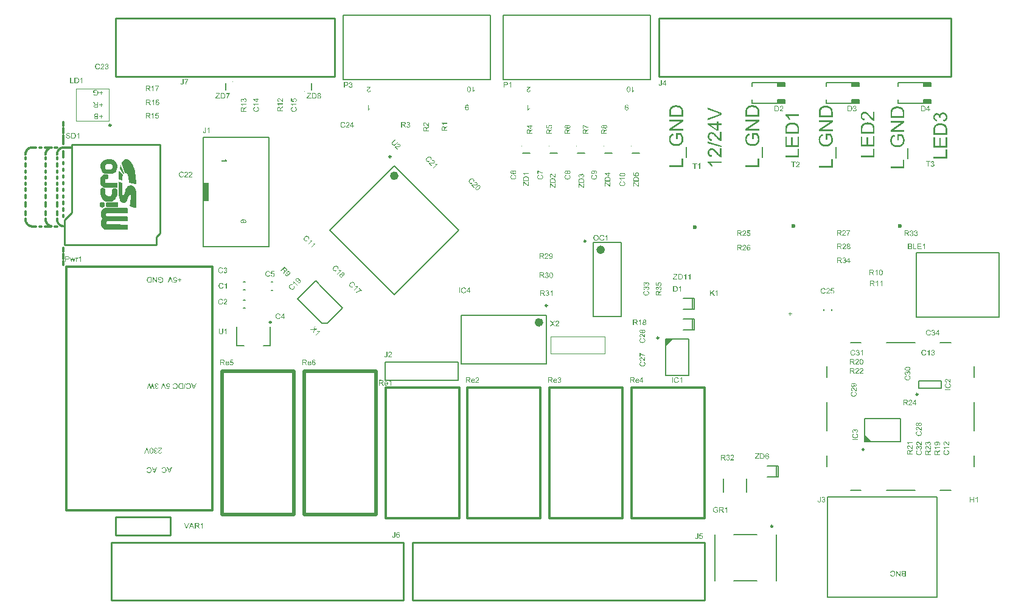
<source format=gto>
G04*
G04 #@! TF.GenerationSoftware,Altium Limited,Altium Designer,20.0.13 (296)*
G04*
G04 Layer_Color=65535*
%FSAX24Y24*%
%MOIN*%
G70*
G01*
G75*
%ADD10C,0.0236*%
%ADD11C,0.0098*%
%ADD12C,0.0039*%
%ADD13C,0.0118*%
%ADD14C,0.0150*%
%ADD15C,0.0100*%
%ADD16C,0.0236*%
%ADD17C,0.0079*%
%ADD18C,0.0050*%
%ADD19C,0.0047*%
%ADD20C,0.0197*%
%ADD21R,0.0394X0.0197*%
%ADD22R,0.0309X0.1000*%
G36*
X003094Y024595D02*
X003174Y024555D01*
X003264Y024465D01*
X003304Y024365D01*
X003334Y024285D01*
Y024135D01*
X003304Y024045D01*
X003264Y023965D01*
X003204Y023895D01*
X003134Y023855D01*
X003054Y023815D01*
X002924Y023805D01*
X002814D01*
X002674Y023815D01*
X002584Y023845D01*
X002514Y023915D01*
X002454Y024005D01*
X002414Y024135D01*
Y024295D01*
X002434Y024385D01*
X002494Y024475D01*
X002574Y024545D01*
X002654Y024595D01*
X002754Y024615D01*
X002954D01*
X003094Y024595D01*
D02*
G37*
G36*
X003694Y023845D02*
X003664Y023805D01*
X003657Y023791D01*
X003454Y024075D01*
X003504Y024265D01*
X003520Y024306D01*
X003694Y023845D01*
D02*
G37*
G36*
X003634Y023745D02*
X003614Y023605D01*
Y023445D01*
X003406Y023514D01*
X003414Y023875D01*
X003434Y023975D01*
X003634Y023745D01*
D02*
G37*
G36*
X003964Y024575D02*
X004084Y024475D01*
X004184Y024305D01*
X004294Y023985D01*
X004344Y023585D01*
X004354Y023385D01*
Y023255D01*
X004334Y023245D01*
X003964Y023325D01*
X003954Y023345D01*
Y023415D01*
X003944Y023555D01*
X003924Y023655D01*
X003894Y023735D01*
X003864Y023805D01*
X003824Y023855D01*
X003784Y023865D01*
X003754D01*
X003734Y023875D01*
X003554Y024395D01*
X003584Y024455D01*
X003644Y024525D01*
X003694Y024575D01*
X003744Y024605D01*
X003784Y024625D01*
X003864D01*
X003964Y024575D01*
D02*
G37*
G36*
X002794Y023775D02*
X002824Y023745D01*
X002834Y023705D01*
Y023585D01*
X002814Y023555D01*
X002794Y023535D01*
X002774Y023525D01*
X002714D01*
X002684Y023515D01*
X002664Y023495D01*
X002654Y023475D01*
Y023395D01*
X002664Y023355D01*
X002674Y023335D01*
X002684Y023325D01*
X002704Y023315D01*
X003324D01*
X003344Y023295D01*
Y023075D01*
X003324Y023055D01*
X002634D01*
X002594Y023065D01*
X002554Y023085D01*
X002484Y023145D01*
X002444Y023195D01*
X002414Y023255D01*
X002394Y023325D01*
Y023525D01*
X002404Y023595D01*
X002444Y023665D01*
X002494Y023725D01*
X002534Y023755D01*
X002604Y023785D01*
X002764D01*
X002794Y023775D01*
D02*
G37*
G36*
X002594Y023025D02*
X002644Y023005D01*
X002674Y022965D01*
X002684Y022905D01*
Y022715D01*
X002714Y022655D01*
X002754Y022615D01*
X002834Y022585D01*
X002894D01*
X002954Y022595D01*
X003004Y022635D01*
X003044Y022715D01*
Y022925D01*
X003074Y022975D01*
X003124Y023015D01*
X003204Y023025D01*
X003264Y023015D01*
X003314Y022965D01*
X003334Y022935D01*
X003344Y022905D01*
Y022805D01*
X003334Y022665D01*
X003314Y022595D01*
X003284Y022535D01*
X003224Y022445D01*
X003174Y022395D01*
X003114Y022345D01*
X003074Y022315D01*
X003034Y022295D01*
X002994Y022285D01*
X002744D01*
X002714Y022295D01*
X002674Y022315D01*
X002584Y022365D01*
X002514Y022445D01*
X002464Y022515D01*
X002424Y022615D01*
X002404Y022675D01*
X002394Y022775D01*
Y022905D01*
X002414Y022975D01*
X002454Y023015D01*
X002484Y023035D01*
X002534D01*
X002594Y023025D01*
D02*
G37*
G36*
X003354Y022235D02*
Y022005D01*
X003334Y021985D01*
X002754D01*
X002714Y022025D01*
Y022215D01*
X002754Y022255D01*
X003334D01*
X003354Y022235D01*
D02*
G37*
G36*
X003614Y023315D02*
Y022715D01*
X003624Y022615D01*
X003634Y022595D01*
X003654Y022585D01*
X003674Y022595D01*
X003684Y022615D01*
X003724Y022735D01*
X003754Y022855D01*
X003764Y022905D01*
X003814Y023015D01*
X003864Y023085D01*
X003914Y023135D01*
X003984Y023165D01*
X004044Y023185D01*
X004104D01*
X004184Y023155D01*
X004264Y023075D01*
X004324Y022955D01*
X004354Y022835D01*
X004364Y022735D01*
Y021985D01*
X004354Y021965D01*
X004314Y021945D01*
X004234Y021955D01*
X004064Y022025D01*
X004024Y022045D01*
X004014Y022085D01*
X004024Y022155D01*
X004044Y022305D01*
X004054Y022415D01*
Y022665D01*
X004044Y022685D01*
X004034Y022695D01*
X004024D01*
X004014Y022685D01*
X003994Y022655D01*
X003914Y022475D01*
X003884Y022355D01*
X003844Y022285D01*
X003784Y022235D01*
X003754Y022215D01*
X003694D01*
X003624Y022225D01*
X003564Y022265D01*
X003484Y022355D01*
X003424Y022535D01*
X003404Y022665D01*
Y023385D01*
X003614Y023315D01*
D02*
G37*
G36*
X003904Y021925D02*
Y021675D01*
X003884Y021655D01*
X002774D01*
X002734Y021635D01*
X002714Y021605D01*
Y021535D01*
X002724Y021515D01*
X002744Y021495D01*
X002764Y021485D01*
X003884D01*
X003904Y021465D01*
Y021225D01*
X003884Y021205D01*
X002794D01*
X002744Y021195D01*
X002734Y021185D01*
X002724Y021155D01*
Y021075D01*
X002754Y021045D01*
X002784Y021035D01*
X003124D01*
X003884Y021025D01*
X003904Y021005D01*
Y020775D01*
X003884Y020755D01*
X002644D01*
X002594Y020775D01*
X002524Y020835D01*
X002474Y020905D01*
X002444Y020995D01*
X002434Y021105D01*
X002444Y021215D01*
X002474Y021275D01*
X002514Y021345D01*
Y021375D01*
X002474Y021415D01*
X002444Y021485D01*
X002424Y021605D01*
X002434Y021705D01*
X002464Y021785D01*
X002504Y021855D01*
X002564Y021905D01*
X002664Y021945D01*
X003884D01*
X003904Y021925D01*
D02*
G37*
G36*
X033378Y014341D02*
Y014734D01*
X033772D01*
X033378Y014341D01*
D02*
G37*
G36*
X044659Y009120D02*
X044266D01*
Y009514D01*
X044659Y009120D01*
D02*
G37*
G36*
X040213Y016139D02*
X040296D01*
Y016104D01*
X040213D01*
Y016022D01*
X040178D01*
Y016104D01*
X040096D01*
Y016139D01*
X040178D01*
Y016221D01*
X040213D01*
Y016139D01*
D02*
G37*
G36*
X048588Y027180D02*
X048597Y027179D01*
X048607Y027177D01*
X048618Y027175D01*
X048630Y027172D01*
X048643Y027168D01*
X048656Y027163D01*
X048670Y027157D01*
X048685Y027150D01*
X048699Y027141D01*
X048713Y027132D01*
X048727Y027121D01*
X048740Y027108D01*
X048741Y027107D01*
X048743Y027105D01*
X048746Y027101D01*
X048751Y027095D01*
X048756Y027088D01*
X048762Y027079D01*
X048768Y027070D01*
X048773Y027059D01*
X048780Y027046D01*
X048786Y027032D01*
X048792Y027017D01*
X048797Y027001D01*
X048802Y026984D01*
X048805Y026965D01*
X048807Y026947D01*
X048808Y026926D01*
Y026916D01*
X048807Y026909D01*
X048806Y026901D01*
X048805Y026891D01*
X048803Y026880D01*
X048800Y026868D01*
X048793Y026842D01*
X048788Y026828D01*
X048783Y026815D01*
X048776Y026800D01*
X048769Y026786D01*
X048760Y026773D01*
X048749Y026761D01*
X048748Y026760D01*
X048746Y026758D01*
X048743Y026755D01*
X048738Y026750D01*
X048732Y026745D01*
X048725Y026739D01*
X048716Y026733D01*
X048707Y026726D01*
X048697Y026720D01*
X048685Y026713D01*
X048672Y026707D01*
X048658Y026702D01*
X048644Y026696D01*
X048629Y026692D01*
X048612Y026688D01*
X048594Y026686D01*
X048582Y026778D01*
X048583D01*
X048585Y026779D01*
X048589Y026780D01*
X048594Y026781D01*
X048601Y026783D01*
X048608Y026785D01*
X048626Y026791D01*
X048645Y026798D01*
X048663Y026808D01*
X048682Y026819D01*
X048690Y026825D01*
X048697Y026831D01*
X048698Y026833D01*
X048702Y026838D01*
X048707Y026846D01*
X048713Y026858D01*
X048720Y026872D01*
X048725Y026887D01*
X048729Y026906D01*
X048731Y026926D01*
Y026933D01*
X048730Y026937D01*
Y026943D01*
X048729Y026949D01*
X048725Y026964D01*
X048720Y026982D01*
X048712Y027001D01*
X048701Y027019D01*
X048694Y027028D01*
X048686Y027037D01*
X048685Y027038D01*
X048684Y027039D01*
X048681Y027041D01*
X048678Y027044D01*
X048668Y027052D01*
X048654Y027060D01*
X048639Y027068D01*
X048619Y027075D01*
X048597Y027080D01*
X048585Y027082D01*
X048574D01*
X048573D01*
X048571D01*
X048568D01*
X048563Y027081D01*
X048558D01*
X048551Y027080D01*
X048536Y027077D01*
X048520Y027072D01*
X048502Y027065D01*
X048485Y027054D01*
X048476Y027048D01*
X048468Y027040D01*
X048466Y027038D01*
X048461Y027032D01*
X048456Y027023D01*
X048448Y027011D01*
X048440Y026996D01*
X048434Y026978D01*
X048429Y026957D01*
X048427Y026934D01*
Y026923D01*
X048428Y026916D01*
X048429Y026906D01*
X048431Y026894D01*
X048434Y026882D01*
X048437Y026868D01*
X048355Y026879D01*
Y026881D01*
X048356Y026884D01*
X048357Y026888D01*
Y026899D01*
X048356Y026903D01*
X048355Y026915D01*
X048353Y026929D01*
X048349Y026946D01*
X048344Y026963D01*
X048337Y026982D01*
X048327Y027000D01*
Y027001D01*
X048325Y027002D01*
X048321Y027008D01*
X048313Y027015D01*
X048303Y027024D01*
X048289Y027033D01*
X048273Y027040D01*
X048253Y027046D01*
X048242Y027047D01*
X048230Y027048D01*
X048229D01*
X048228D01*
X048221Y027047D01*
X048213Y027046D01*
X048201Y027044D01*
X048188Y027039D01*
X048174Y027033D01*
X048159Y027024D01*
X048147Y027012D01*
X048145Y027010D01*
X048141Y027007D01*
X048136Y026999D01*
X048129Y026989D01*
X048123Y026976D01*
X048117Y026960D01*
X048113Y026944D01*
X048112Y026924D01*
Y026919D01*
X048113Y026915D01*
X048114Y026904D01*
X048116Y026891D01*
X048121Y026878D01*
X048127Y026862D01*
X048135Y026847D01*
X048147Y026832D01*
X048149Y026830D01*
X048153Y026826D01*
X048160Y026821D01*
X048172Y026814D01*
X048186Y026806D01*
X048204Y026798D01*
X048224Y026792D01*
X048248Y026787D01*
X048231Y026695D01*
X048230D01*
X048227Y026696D01*
X048222Y026697D01*
X048215Y026699D01*
X048209Y026701D01*
X048199Y026703D01*
X048189Y026706D01*
X048178Y026710D01*
X048155Y026721D01*
X048132Y026734D01*
X048108Y026751D01*
X048097Y026761D01*
X048088Y026771D01*
X048087Y026772D01*
X048086Y026774D01*
X048083Y026777D01*
X048080Y026782D01*
X048076Y026788D01*
X048071Y026795D01*
X048066Y026804D01*
X048061Y026813D01*
X048057Y026824D01*
X048052Y026834D01*
X048043Y026860D01*
X048037Y026889D01*
X048036Y026905D01*
X048035Y026922D01*
Y026933D01*
X048036Y026938D01*
Y026945D01*
X048038Y026959D01*
X048042Y026977D01*
X048046Y026996D01*
X048053Y027015D01*
X048062Y027035D01*
Y027036D01*
X048063Y027037D01*
X048065Y027040D01*
X048067Y027044D01*
X048073Y027053D01*
X048081Y027065D01*
X048092Y027077D01*
X048104Y027091D01*
X048118Y027104D01*
X048135Y027115D01*
X048136D01*
X048137Y027116D01*
X048143Y027120D01*
X048153Y027124D01*
X048164Y027130D01*
X048179Y027134D01*
X048196Y027139D01*
X048214Y027142D01*
X048232Y027143D01*
X048233D01*
X048234D01*
X048240D01*
X048250Y027142D01*
X048262Y027140D01*
X048276Y027136D01*
X048290Y027133D01*
X048306Y027126D01*
X048322Y027117D01*
X048324Y027116D01*
X048329Y027112D01*
X048336Y027106D01*
X048344Y027097D01*
X048355Y027086D01*
X048366Y027072D01*
X048376Y027057D01*
X048386Y027039D01*
Y027040D01*
X048387Y027042D01*
X048388Y027046D01*
X048389Y027050D01*
X048391Y027056D01*
X048394Y027063D01*
X048400Y027077D01*
X048408Y027094D01*
X048420Y027111D01*
X048434Y027129D01*
X048451Y027143D01*
X048452D01*
X048453Y027145D01*
X048456Y027147D01*
X048460Y027149D01*
X048464Y027152D01*
X048469Y027155D01*
X048484Y027162D01*
X048502Y027169D01*
X048523Y027175D01*
X048545Y027179D01*
X048572Y027181D01*
X048573D01*
X048576D01*
X048582D01*
X048588Y027180D01*
D02*
G37*
G36*
X048435Y026584D02*
X048444D01*
X048454Y026583D01*
X048464Y026582D01*
X048488Y026580D01*
X048514Y026577D01*
X048540Y026572D01*
X048566Y026565D01*
X048567D01*
X048569Y026564D01*
X048573Y026563D01*
X048577Y026561D01*
X048583Y026559D01*
X048589Y026557D01*
X048604Y026551D01*
X048622Y026544D01*
X048641Y026535D01*
X048659Y026524D01*
X048676Y026514D01*
X048678Y026513D01*
X048683Y026508D01*
X048691Y026502D01*
X048701Y026493D01*
X048711Y026483D01*
X048723Y026471D01*
X048734Y026457D01*
X048745Y026444D01*
X048746Y026442D01*
X048749Y026437D01*
X048754Y026429D01*
X048759Y026418D01*
X048765Y026405D01*
X048771Y026390D01*
X048777Y026372D01*
X048782Y026353D01*
Y026352D01*
X048783Y026351D01*
Y026348D01*
X048784Y026344D01*
X048785Y026339D01*
X048786Y026333D01*
X048788Y026319D01*
X048791Y026301D01*
X048793Y026280D01*
X048794Y026257D01*
X048795Y026232D01*
Y025960D01*
X048038D01*
Y026242D01*
X048039Y026251D01*
Y026270D01*
X048041Y026291D01*
X048043Y026314D01*
X048046Y026335D01*
X048050Y026354D01*
Y026355D01*
X048051Y026357D01*
X048052Y026361D01*
X048053Y026365D01*
X048055Y026371D01*
X048057Y026378D01*
X048062Y026393D01*
X048070Y026410D01*
X048079Y026429D01*
X048091Y026448D01*
X048104Y026465D01*
X048105Y026466D01*
X048106Y026468D01*
X048109Y026471D01*
X048113Y026475D01*
X048118Y026480D01*
X048124Y026486D01*
X048131Y026492D01*
X048139Y026499D01*
X048157Y026514D01*
X048180Y026528D01*
X048205Y026543D01*
X048233Y026555D01*
X048234D01*
X048237Y026556D01*
X048241Y026558D01*
X048247Y026560D01*
X048255Y026562D01*
X048264Y026565D01*
X048274Y026568D01*
X048285Y026571D01*
X048298Y026573D01*
X048312Y026576D01*
X048327Y026579D01*
X048342Y026580D01*
X048377Y026584D01*
X048413Y026585D01*
X048414D01*
X048417D01*
X048421D01*
X048428D01*
X048435Y026584D01*
D02*
G37*
G36*
X048795Y025257D02*
X048038D01*
Y025803D01*
X048128D01*
Y025357D01*
X048358D01*
Y025775D01*
X048448D01*
Y025357D01*
X048706D01*
Y025821D01*
X048795D01*
Y025257D01*
D02*
G37*
G36*
Y024664D02*
X048038D01*
Y024764D01*
X048706D01*
Y025136D01*
X048795D01*
Y024664D01*
D02*
G37*
G36*
X044817Y026722D02*
X044815D01*
X044811D01*
X044805D01*
X044796Y026723D01*
X044787Y026724D01*
X044776Y026726D01*
X044765Y026729D01*
X044753Y026733D01*
X044752D01*
X044751Y026734D01*
X044748Y026735D01*
X044744Y026737D01*
X044734Y026741D01*
X044722Y026748D01*
X044706Y026756D01*
X044689Y026766D01*
X044671Y026779D01*
X044653Y026794D01*
X044652Y026795D01*
X044651Y026796D01*
X044648Y026799D01*
X044644Y026802D01*
X044633Y026812D01*
X044619Y026825D01*
X044603Y026842D01*
X044583Y026863D01*
X044561Y026887D01*
X044538Y026916D01*
X044537Y026917D01*
X044533Y026921D01*
X044528Y026928D01*
X044521Y026936D01*
X044512Y026945D01*
X044502Y026957D01*
X044491Y026970D01*
X044480Y026983D01*
X044454Y027010D01*
X044427Y027038D01*
X044414Y027051D01*
X044401Y027062D01*
X044389Y027073D01*
X044377Y027082D01*
X044376Y027083D01*
X044374Y027084D01*
X044371Y027086D01*
X044367Y027089D01*
X044362Y027092D01*
X044356Y027096D01*
X044341Y027105D01*
X044324Y027113D01*
X044305Y027120D01*
X044285Y027124D01*
X044275Y027126D01*
X044265D01*
X044264D01*
X044262D01*
X044260D01*
X044256Y027125D01*
X044245Y027124D01*
X044233Y027122D01*
X044218Y027117D01*
X044203Y027110D01*
X044187Y027100D01*
X044173Y027086D01*
X044171Y027084D01*
X044167Y027079D01*
X044161Y027070D01*
X044153Y027059D01*
X044146Y027044D01*
X044140Y027026D01*
X044136Y027005D01*
X044134Y026983D01*
Y026976D01*
X044135Y026972D01*
Y026966D01*
X044136Y026959D01*
X044139Y026944D01*
X044144Y026928D01*
X044151Y026909D01*
X044161Y026891D01*
X044175Y026876D01*
X044177Y026874D01*
X044181Y026870D01*
X044191Y026863D01*
X044203Y026856D01*
X044220Y026848D01*
X044239Y026841D01*
X044260Y026837D01*
X044286Y026835D01*
X044276Y026740D01*
X044275D01*
X044271Y026741D01*
X044266D01*
X044258Y026742D01*
X044249Y026744D01*
X044239Y026746D01*
X044228Y026749D01*
X044216Y026753D01*
X044189Y026761D01*
X044176Y026767D01*
X044163Y026774D01*
X044149Y026782D01*
X044136Y026791D01*
X044124Y026801D01*
X044114Y026813D01*
X044113Y026814D01*
X044112Y026815D01*
X044109Y026819D01*
X044105Y026824D01*
X044101Y026831D01*
X044096Y026839D01*
X044091Y026848D01*
X044085Y026859D01*
X044080Y026871D01*
X044075Y026883D01*
X044070Y026897D01*
X044066Y026913D01*
X044062Y026929D01*
X044059Y026946D01*
X044058Y026965D01*
X044057Y026985D01*
Y026996D01*
X044058Y027002D01*
X044059Y027012D01*
X044060Y027023D01*
X044062Y027035D01*
X044065Y027048D01*
X044072Y027075D01*
X044077Y027089D01*
X044083Y027104D01*
X044090Y027119D01*
X044099Y027132D01*
X044108Y027145D01*
X044118Y027158D01*
X044119Y027159D01*
X044121Y027161D01*
X044124Y027164D01*
X044129Y027168D01*
X044135Y027173D01*
X044142Y027179D01*
X044150Y027183D01*
X044160Y027190D01*
X044170Y027196D01*
X044181Y027201D01*
X044207Y027212D01*
X044221Y027216D01*
X044236Y027219D01*
X044251Y027221D01*
X044268Y027222D01*
X044270D01*
X044276D01*
X044285Y027221D01*
X044297Y027220D01*
X044309Y027217D01*
X044325Y027214D01*
X044341Y027209D01*
X044358Y027203D01*
X044360Y027202D01*
X044365Y027199D01*
X044374Y027195D01*
X044385Y027188D01*
X044399Y027180D01*
X044415Y027169D01*
X044432Y027156D01*
X044450Y027141D01*
X044451D01*
X044452Y027139D01*
X044455Y027136D01*
X044459Y027133D01*
X044464Y027128D01*
X044470Y027122D01*
X044477Y027116D01*
X044485Y027107D01*
X044493Y027098D01*
X044503Y027087D01*
X044515Y027075D01*
X044527Y027062D01*
X044540Y027048D01*
X044552Y027033D01*
X044567Y027015D01*
X044583Y026998D01*
X044584Y026997D01*
X044586Y026994D01*
X044590Y026990D01*
X044594Y026984D01*
X044600Y026978D01*
X044607Y026970D01*
X044621Y026953D01*
X044637Y026935D01*
X044653Y026917D01*
X044660Y026909D01*
X044667Y026902D01*
X044673Y026895D01*
X044678Y026890D01*
X044679Y026889D01*
X044682Y026886D01*
X044687Y026882D01*
X044694Y026876D01*
X044701Y026871D01*
X044710Y026864D01*
X044728Y026851D01*
Y027223D01*
X044817D01*
Y026722D01*
D02*
G37*
G36*
X044457Y026634D02*
X044466D01*
X044476Y026633D01*
X044486Y026632D01*
X044510Y026630D01*
X044536Y026627D01*
X044562Y026622D01*
X044588Y026615D01*
X044589D01*
X044591Y026614D01*
X044595Y026613D01*
X044599Y026611D01*
X044605Y026609D01*
X044611Y026607D01*
X044626Y026601D01*
X044644Y026594D01*
X044663Y026585D01*
X044681Y026574D01*
X044698Y026564D01*
X044700Y026563D01*
X044705Y026558D01*
X044713Y026552D01*
X044723Y026543D01*
X044733Y026533D01*
X044745Y026521D01*
X044756Y026507D01*
X044767Y026494D01*
X044768Y026492D01*
X044771Y026487D01*
X044776Y026479D01*
X044781Y026468D01*
X044787Y026455D01*
X044793Y026440D01*
X044799Y026422D01*
X044804Y026403D01*
Y026402D01*
X044805Y026401D01*
Y026398D01*
X044806Y026394D01*
X044807Y026389D01*
X044808Y026384D01*
X044810Y026369D01*
X044813Y026351D01*
X044815Y026330D01*
X044816Y026307D01*
X044817Y026282D01*
Y026010D01*
X044060D01*
Y026292D01*
X044061Y026301D01*
Y026320D01*
X044063Y026341D01*
X044065Y026364D01*
X044068Y026385D01*
X044072Y026404D01*
Y026405D01*
X044073Y026407D01*
X044074Y026411D01*
X044075Y026415D01*
X044077Y026421D01*
X044079Y026428D01*
X044084Y026443D01*
X044092Y026460D01*
X044101Y026479D01*
X044113Y026498D01*
X044126Y026515D01*
X044127Y026516D01*
X044128Y026518D01*
X044131Y026521D01*
X044135Y026525D01*
X044140Y026530D01*
X044146Y026536D01*
X044153Y026542D01*
X044161Y026549D01*
X044179Y026564D01*
X044202Y026578D01*
X044227Y026593D01*
X044255Y026605D01*
X044256D01*
X044259Y026606D01*
X044263Y026608D01*
X044269Y026610D01*
X044277Y026612D01*
X044286Y026615D01*
X044296Y026618D01*
X044307Y026621D01*
X044320Y026623D01*
X044334Y026626D01*
X044349Y026629D01*
X044364Y026630D01*
X044399Y026634D01*
X044435Y026635D01*
X044436D01*
X044439D01*
X044443D01*
X044450D01*
X044457Y026634D01*
D02*
G37*
G36*
X044817Y025307D02*
X044060D01*
Y025853D01*
X044150D01*
Y025407D01*
X044380D01*
Y025825D01*
X044470D01*
Y025407D01*
X044728D01*
Y025871D01*
X044817D01*
Y025307D01*
D02*
G37*
G36*
Y024714D02*
X044060D01*
Y024814D01*
X044728D01*
Y025186D01*
X044817D01*
Y024714D01*
D02*
G37*
G36*
X040684Y026985D02*
X040092D01*
X040093Y026983D01*
X040097Y026979D01*
X040104Y026971D01*
X040112Y026961D01*
X040122Y026948D01*
X040133Y026932D01*
X040145Y026916D01*
X040156Y026896D01*
Y026895D01*
X040157Y026894D01*
X040159Y026891D01*
X040161Y026887D01*
X040167Y026876D01*
X040174Y026863D01*
X040182Y026849D01*
X040190Y026832D01*
X040198Y026815D01*
X040205Y026799D01*
X040114D01*
Y026799D01*
X040112Y026802D01*
X040110Y026806D01*
X040107Y026811D01*
X040104Y026818D01*
X040099Y026826D01*
X040089Y026845D01*
X040077Y026865D01*
X040061Y026889D01*
X040044Y026912D01*
X040026Y026934D01*
X040025Y026935D01*
X040024Y026937D01*
X040021Y026940D01*
X040017Y026944D01*
X040007Y026954D01*
X039993Y026967D01*
X039978Y026980D01*
X039961Y026993D01*
X039943Y027006D01*
X039924Y027017D01*
Y027077D01*
X040684D01*
Y026985D01*
D02*
G37*
G36*
X040324Y026626D02*
X040333D01*
X040342Y026625D01*
X040353Y026624D01*
X040377Y026622D01*
X040402Y026618D01*
X040429Y026614D01*
X040455Y026607D01*
X040456D01*
X040457Y026606D01*
X040461Y026605D01*
X040465Y026603D01*
X040471Y026601D01*
X040478Y026599D01*
X040493Y026593D01*
X040511Y026586D01*
X040529Y026577D01*
X040548Y026566D01*
X040565Y026555D01*
X040567Y026554D01*
X040572Y026550D01*
X040580Y026544D01*
X040589Y026535D01*
X040600Y026525D01*
X040612Y026513D01*
X040623Y026499D01*
X040634Y026486D01*
X040635Y026484D01*
X040638Y026479D01*
X040642Y026471D01*
X040647Y026460D01*
X040653Y026447D01*
X040660Y026431D01*
X040666Y026414D01*
X040671Y026395D01*
Y026394D01*
X040672Y026393D01*
Y026390D01*
X040673Y026386D01*
X040674Y026381D01*
X040675Y026375D01*
X040677Y026361D01*
X040680Y026343D01*
X040682Y026322D01*
X040683Y026299D01*
X040684Y026274D01*
Y026001D01*
X039927D01*
Y026284D01*
X039928Y026293D01*
Y026311D01*
X039930Y026333D01*
X039932Y026356D01*
X039935Y026377D01*
X039939Y026396D01*
Y026397D01*
X039940Y026399D01*
X039941Y026403D01*
X039942Y026407D01*
X039944Y026413D01*
X039946Y026420D01*
X039951Y026434D01*
X039959Y026452D01*
X039967Y026471D01*
X039979Y026490D01*
X039993Y026507D01*
X039994Y026508D01*
X039995Y026510D01*
X039998Y026513D01*
X040002Y026517D01*
X040007Y026522D01*
X040013Y026528D01*
X040020Y026534D01*
X040027Y026541D01*
X040046Y026555D01*
X040069Y026570D01*
X040093Y026585D01*
X040122Y026597D01*
X040123D01*
X040126Y026598D01*
X040130Y026600D01*
X040136Y026602D01*
X040144Y026604D01*
X040152Y026607D01*
X040162Y026610D01*
X040174Y026613D01*
X040187Y026615D01*
X040201Y026617D01*
X040215Y026620D01*
X040231Y026622D01*
X040266Y026626D01*
X040302Y026627D01*
X040303D01*
X040306D01*
X040310D01*
X040317D01*
X040324Y026626D01*
D02*
G37*
G36*
X040684Y025299D02*
X039927D01*
Y025845D01*
X040017D01*
Y025399D01*
X040247D01*
Y025816D01*
X040336D01*
Y025399D01*
X040594D01*
Y025863D01*
X040684D01*
Y025299D01*
D02*
G37*
G36*
Y024706D02*
X039927D01*
Y024806D01*
X040594D01*
Y025178D01*
X040684D01*
Y024706D01*
D02*
G37*
G36*
X036438Y027148D02*
Y027044D01*
X035681Y026750D01*
Y026860D01*
X036231Y027056D01*
X036232D01*
X036234Y027057D01*
X036238Y027058D01*
X036242Y027060D01*
X036248Y027062D01*
X036255Y027064D01*
X036272Y027070D01*
X036290Y027076D01*
X036311Y027083D01*
X036334Y027090D01*
X036355Y027096D01*
X036354D01*
X036352Y027097D01*
X036349Y027098D01*
X036344Y027099D01*
X036339Y027101D01*
X036333Y027103D01*
X036317Y027108D01*
X036298Y027113D01*
X036277Y027120D01*
X036254Y027128D01*
X036231Y027137D01*
X035681Y027342D01*
Y027443D01*
X036438Y027148D01*
D02*
G37*
G36*
X036257Y026593D02*
X036438D01*
Y026500D01*
X036257D01*
Y026172D01*
X036171D01*
X035681Y026517D01*
Y026593D01*
X036171D01*
Y026695D01*
X036257D01*
Y026593D01*
D02*
G37*
G36*
X036438Y025602D02*
X036436D01*
X036432D01*
X036426D01*
X036417Y025603D01*
X036407Y025604D01*
X036397Y025606D01*
X036386Y025609D01*
X036374Y025613D01*
X036373D01*
X036372Y025614D01*
X036369Y025615D01*
X036365Y025617D01*
X036355Y025621D01*
X036342Y025628D01*
X036327Y025636D01*
X036310Y025646D01*
X036292Y025659D01*
X036274Y025674D01*
X036273Y025675D01*
X036272Y025676D01*
X036269Y025679D01*
X036265Y025682D01*
X036254Y025692D01*
X036240Y025705D01*
X036223Y025722D01*
X036204Y025743D01*
X036182Y025767D01*
X036158Y025796D01*
X036157Y025797D01*
X036154Y025801D01*
X036149Y025808D01*
X036142Y025816D01*
X036133Y025825D01*
X036123Y025837D01*
X036112Y025850D01*
X036100Y025863D01*
X036075Y025890D01*
X036048Y025918D01*
X036034Y025931D01*
X036022Y025942D01*
X036010Y025953D01*
X035998Y025962D01*
X035997Y025963D01*
X035995Y025964D01*
X035992Y025966D01*
X035988Y025969D01*
X035982Y025972D01*
X035976Y025976D01*
X035962Y025985D01*
X035945Y025993D01*
X035926Y026000D01*
X035906Y026004D01*
X035896Y026006D01*
X035886D01*
X035885D01*
X035883D01*
X035881D01*
X035877Y026005D01*
X035866Y026004D01*
X035853Y026002D01*
X035839Y025997D01*
X035824Y025990D01*
X035808Y025980D01*
X035793Y025966D01*
X035791Y025964D01*
X035787Y025959D01*
X035782Y025950D01*
X035774Y025939D01*
X035767Y025924D01*
X035761Y025906D01*
X035757Y025885D01*
X035755Y025863D01*
Y025856D01*
X035756Y025852D01*
Y025846D01*
X035757Y025839D01*
X035760Y025824D01*
X035765Y025808D01*
X035772Y025789D01*
X035782Y025771D01*
X035795Y025756D01*
X035797Y025754D01*
X035802Y025750D01*
X035812Y025743D01*
X035824Y025736D01*
X035841Y025728D01*
X035859Y025721D01*
X035881Y025717D01*
X035907Y025715D01*
X035897Y025620D01*
X035896D01*
X035892Y025621D01*
X035887D01*
X035879Y025622D01*
X035870Y025624D01*
X035860Y025626D01*
X035848Y025629D01*
X035837Y025633D01*
X035810Y025641D01*
X035796Y025647D01*
X035784Y025654D01*
X035770Y025662D01*
X035757Y025671D01*
X035745Y025681D01*
X035734Y025693D01*
X035733Y025694D01*
X035732Y025695D01*
X035729Y025699D01*
X035725Y025704D01*
X035722Y025711D01*
X035717Y025719D01*
X035712Y025728D01*
X035706Y025739D01*
X035701Y025751D01*
X035696Y025763D01*
X035691Y025777D01*
X035687Y025793D01*
X035683Y025809D01*
X035680Y025826D01*
X035679Y025845D01*
X035678Y025865D01*
Y025876D01*
X035679Y025882D01*
X035680Y025892D01*
X035681Y025903D01*
X035683Y025915D01*
X035686Y025928D01*
X035693Y025955D01*
X035698Y025969D01*
X035704Y025984D01*
X035711Y025999D01*
X035720Y026012D01*
X035728Y026025D01*
X035739Y026038D01*
X035740Y026039D01*
X035742Y026041D01*
X035745Y026044D01*
X035750Y026048D01*
X035756Y026053D01*
X035763Y026059D01*
X035771Y026063D01*
X035781Y026070D01*
X035790Y026076D01*
X035802Y026081D01*
X035828Y026092D01*
X035842Y026096D01*
X035856Y026099D01*
X035872Y026101D01*
X035889Y026102D01*
X035891D01*
X035897D01*
X035906Y026101D01*
X035917Y026100D01*
X035930Y026097D01*
X035946Y026094D01*
X035962Y026089D01*
X035978Y026083D01*
X035980Y026082D01*
X035986Y026079D01*
X035995Y026075D01*
X036006Y026068D01*
X036020Y026060D01*
X036035Y026049D01*
X036053Y026036D01*
X036071Y026021D01*
X036072D01*
X036073Y026019D01*
X036076Y026016D01*
X036080Y026013D01*
X036085Y026008D01*
X036091Y026003D01*
X036097Y025996D01*
X036105Y025987D01*
X036114Y025978D01*
X036124Y025967D01*
X036136Y025955D01*
X036148Y025942D01*
X036160Y025928D01*
X036173Y025913D01*
X036188Y025895D01*
X036204Y025878D01*
X036205Y025877D01*
X036207Y025874D01*
X036211Y025870D01*
X036215Y025864D01*
X036220Y025858D01*
X036227Y025850D01*
X036242Y025833D01*
X036258Y025815D01*
X036274Y025797D01*
X036280Y025789D01*
X036287Y025782D01*
X036294Y025775D01*
X036299Y025770D01*
X036300Y025769D01*
X036303Y025766D01*
X036308Y025762D01*
X036315Y025756D01*
X036322Y025751D01*
X036331Y025744D01*
X036348Y025731D01*
Y026103D01*
X036438D01*
Y025602D01*
D02*
G37*
G36*
X036451Y025353D02*
Y025278D01*
X035668Y025498D01*
Y025572D01*
X036451Y025353D01*
D02*
G37*
G36*
X036438Y024721D02*
X036436D01*
X036432D01*
X036426D01*
X036417Y024722D01*
X036407Y024723D01*
X036397Y024725D01*
X036386Y024728D01*
X036374Y024732D01*
X036373D01*
X036372Y024733D01*
X036369Y024734D01*
X036365Y024736D01*
X036355Y024740D01*
X036342Y024747D01*
X036327Y024756D01*
X036310Y024766D01*
X036292Y024778D01*
X036274Y024793D01*
X036273Y024794D01*
X036272Y024795D01*
X036269Y024798D01*
X036265Y024801D01*
X036254Y024811D01*
X036240Y024825D01*
X036223Y024841D01*
X036204Y024862D01*
X036182Y024887D01*
X036158Y024915D01*
X036157Y024916D01*
X036154Y024920D01*
X036149Y024927D01*
X036142Y024935D01*
X036133Y024945D01*
X036123Y024957D01*
X036112Y024969D01*
X036100Y024982D01*
X036075Y025010D01*
X036048Y025037D01*
X036034Y025050D01*
X036022Y025062D01*
X036010Y025073D01*
X035998Y025081D01*
X035997Y025082D01*
X035995Y025083D01*
X035992Y025085D01*
X035988Y025088D01*
X035982Y025091D01*
X035976Y025095D01*
X035962Y025104D01*
X035945Y025112D01*
X035926Y025119D01*
X035906Y025124D01*
X035896Y025126D01*
X035886D01*
X035885D01*
X035883D01*
X035881D01*
X035877Y025125D01*
X035866Y025124D01*
X035853Y025121D01*
X035839Y025116D01*
X035824Y025109D01*
X035808Y025099D01*
X035793Y025085D01*
X035791Y025083D01*
X035787Y025079D01*
X035782Y025070D01*
X035774Y025058D01*
X035767Y025043D01*
X035761Y025025D01*
X035757Y025005D01*
X035755Y024982D01*
Y024975D01*
X035756Y024971D01*
Y024965D01*
X035757Y024958D01*
X035760Y024944D01*
X035765Y024927D01*
X035772Y024908D01*
X035782Y024891D01*
X035795Y024875D01*
X035797Y024873D01*
X035802Y024869D01*
X035812Y024862D01*
X035824Y024855D01*
X035841Y024847D01*
X035859Y024840D01*
X035881Y024836D01*
X035907Y024834D01*
X035897Y024739D01*
X035896D01*
X035892Y024740D01*
X035887D01*
X035879Y024741D01*
X035870Y024743D01*
X035860Y024745D01*
X035848Y024748D01*
X035837Y024752D01*
X035810Y024761D01*
X035796Y024767D01*
X035784Y024773D01*
X035770Y024781D01*
X035757Y024790D01*
X035745Y024800D01*
X035734Y024812D01*
X035733Y024813D01*
X035732Y024815D01*
X035729Y024819D01*
X035725Y024824D01*
X035722Y024831D01*
X035717Y024838D01*
X035712Y024847D01*
X035706Y024858D01*
X035701Y024870D01*
X035696Y024883D01*
X035691Y024896D01*
X035687Y024912D01*
X035683Y024928D01*
X035680Y024946D01*
X035679Y024964D01*
X035678Y024984D01*
Y024995D01*
X035679Y025002D01*
X035680Y025012D01*
X035681Y025022D01*
X035683Y025034D01*
X035686Y025047D01*
X035693Y025075D01*
X035698Y025088D01*
X035704Y025103D01*
X035711Y025118D01*
X035720Y025132D01*
X035728Y025144D01*
X035739Y025157D01*
X035740Y025158D01*
X035742Y025160D01*
X035745Y025163D01*
X035750Y025167D01*
X035756Y025172D01*
X035763Y025178D01*
X035771Y025183D01*
X035781Y025190D01*
X035790Y025196D01*
X035802Y025201D01*
X035828Y025211D01*
X035842Y025215D01*
X035856Y025218D01*
X035872Y025220D01*
X035889Y025221D01*
X035891D01*
X035897D01*
X035906Y025220D01*
X035917Y025219D01*
X035930Y025216D01*
X035946Y025213D01*
X035962Y025208D01*
X035978Y025203D01*
X035980Y025202D01*
X035986Y025199D01*
X035995Y025195D01*
X036006Y025188D01*
X036020Y025179D01*
X036035Y025168D01*
X036053Y025155D01*
X036071Y025141D01*
X036072D01*
X036073Y025139D01*
X036076Y025136D01*
X036080Y025133D01*
X036085Y025128D01*
X036091Y025122D01*
X036097Y025115D01*
X036105Y025106D01*
X036114Y025097D01*
X036124Y025086D01*
X036136Y025075D01*
X036148Y025062D01*
X036160Y025047D01*
X036173Y025032D01*
X036188Y025015D01*
X036204Y024997D01*
X036205Y024996D01*
X036207Y024993D01*
X036211Y024989D01*
X036215Y024983D01*
X036220Y024977D01*
X036227Y024969D01*
X036242Y024953D01*
X036258Y024934D01*
X036274Y024916D01*
X036280Y024908D01*
X036287Y024901D01*
X036294Y024895D01*
X036299Y024890D01*
X036300Y024889D01*
X036303Y024886D01*
X036308Y024882D01*
X036315Y024876D01*
X036322Y024870D01*
X036331Y024863D01*
X036348Y024850D01*
Y025222D01*
X036438D01*
Y024721D01*
D02*
G37*
G36*
Y024404D02*
X035847D01*
X035847Y024403D01*
X035851Y024399D01*
X035858Y024391D01*
X035866Y024381D01*
X035876Y024368D01*
X035887Y024352D01*
X035899Y024336D01*
X035910Y024316D01*
Y024315D01*
X035911Y024314D01*
X035913Y024311D01*
X035915Y024307D01*
X035921Y024296D01*
X035928Y024283D01*
X035936Y024269D01*
X035944Y024252D01*
X035952Y024235D01*
X035959Y024218D01*
X035868D01*
Y024219D01*
X035866Y024222D01*
X035864Y024226D01*
X035861Y024231D01*
X035858Y024238D01*
X035853Y024246D01*
X035844Y024265D01*
X035831Y024285D01*
X035815Y024309D01*
X035798Y024332D01*
X035780Y024354D01*
X035779Y024355D01*
X035778Y024357D01*
X035775Y024360D01*
X035771Y024364D01*
X035761Y024374D01*
X035747Y024387D01*
X035732Y024400D01*
X035715Y024413D01*
X035697Y024426D01*
X035678Y024437D01*
Y024497D01*
X036438D01*
Y024404D01*
D02*
G37*
G36*
X033967Y027575D02*
X033976D01*
X033986Y027574D01*
X033997Y027573D01*
X034020Y027571D01*
X034046Y027567D01*
X034073Y027562D01*
X034098Y027556D01*
X034099D01*
X034101Y027555D01*
X034105Y027554D01*
X034109Y027552D01*
X034115Y027550D01*
X034122Y027548D01*
X034137Y027542D01*
X034154Y027535D01*
X034173Y027526D01*
X034192Y027515D01*
X034208Y027504D01*
X034210Y027503D01*
X034215Y027498D01*
X034223Y027493D01*
X034233Y027484D01*
X034244Y027474D01*
X034256Y027462D01*
X034266Y027448D01*
X034277Y027435D01*
X034278Y027433D01*
X034281Y027428D01*
X034286Y027420D01*
X034291Y027409D01*
X034297Y027396D01*
X034304Y027380D01*
X034310Y027363D01*
X034315Y027344D01*
Y027343D01*
X034316Y027342D01*
Y027339D01*
X034317Y027335D01*
X034318Y027330D01*
X034319Y027324D01*
X034321Y027310D01*
X034324Y027292D01*
X034326Y027271D01*
X034327Y027248D01*
X034327Y027223D01*
Y026950D01*
X033571D01*
Y027233D01*
X033572Y027242D01*
Y027260D01*
X033574Y027282D01*
X033576Y027305D01*
X033579Y027326D01*
X033583Y027345D01*
Y027346D01*
X033584Y027348D01*
X033585Y027352D01*
X033586Y027356D01*
X033588Y027362D01*
X033589Y027369D01*
X033594Y027383D01*
X033602Y027401D01*
X033611Y027420D01*
X033623Y027438D01*
X033637Y027456D01*
X033638Y027457D01*
X033639Y027459D01*
X033642Y027462D01*
X033646Y027466D01*
X033651Y027471D01*
X033656Y027477D01*
X033663Y027483D01*
X033671Y027490D01*
X033690Y027504D01*
X033712Y027519D01*
X033737Y027534D01*
X033766Y027546D01*
X033767D01*
X033770Y027547D01*
X033774Y027549D01*
X033779Y027551D01*
X033787Y027553D01*
X033796Y027556D01*
X033806Y027559D01*
X033818Y027561D01*
X033831Y027563D01*
X033844Y027566D01*
X033859Y027569D01*
X033875Y027571D01*
X033909Y027575D01*
X033946Y027576D01*
X033947D01*
X033950D01*
X033954D01*
X033960D01*
X033967Y027575D01*
D02*
G37*
G36*
X034327Y026679D02*
X033734Y026282D01*
X034327D01*
Y026186D01*
X033571D01*
Y026288D01*
X034165Y026686D01*
X033571D01*
Y026782D01*
X034327D01*
Y026679D01*
D02*
G37*
G36*
X034224Y026038D02*
X034226Y026036D01*
X034229Y026032D01*
X034233Y026026D01*
X034238Y026020D01*
X034243Y026012D01*
X034249Y026003D01*
X034256Y025993D01*
X034270Y025969D01*
X034284Y025944D01*
X034299Y025916D01*
X034311Y025887D01*
Y025886D01*
X034312Y025883D01*
X034314Y025879D01*
X034316Y025873D01*
X034318Y025866D01*
X034320Y025857D01*
X034323Y025847D01*
X034326Y025838D01*
X034330Y025813D01*
X034335Y025785D01*
X034339Y025756D01*
X034340Y025725D01*
Y025714D01*
X034339Y025707D01*
Y025697D01*
X034337Y025685D01*
X034336Y025672D01*
X034334Y025658D01*
X034331Y025643D01*
X034328Y025627D01*
X034321Y025592D01*
X034309Y025558D01*
X034301Y025540D01*
X034293Y025523D01*
X034292Y025522D01*
X034291Y025519D01*
X034288Y025514D01*
X034284Y025508D01*
X034279Y025500D01*
X034273Y025491D01*
X034265Y025482D01*
X034258Y025471D01*
X034249Y025461D01*
X034238Y025450D01*
X034227Y025438D01*
X034214Y025427D01*
X034202Y025415D01*
X034187Y025405D01*
X034172Y025395D01*
X034155Y025386D01*
X034154D01*
X034151Y025384D01*
X034146Y025382D01*
X034140Y025379D01*
X034131Y025375D01*
X034121Y025371D01*
X034109Y025367D01*
X034096Y025363D01*
X034081Y025358D01*
X034066Y025354D01*
X034050Y025350D01*
X034032Y025346D01*
X033994Y025342D01*
X033974Y025341D01*
X033954Y025340D01*
X033953D01*
X033949D01*
X033943D01*
X033935Y025341D01*
X033925D01*
X033913Y025342D01*
X033900Y025344D01*
X033886Y025345D01*
X033871Y025347D01*
X033854Y025350D01*
X033820Y025358D01*
X033783Y025370D01*
X033765Y025377D01*
X033747Y025385D01*
X033746Y025386D01*
X033743Y025387D01*
X033738Y025390D01*
X033731Y025394D01*
X033723Y025399D01*
X033714Y025405D01*
X033705Y025411D01*
X033694Y025419D01*
X033682Y025428D01*
X033670Y025438D01*
X033658Y025449D01*
X033647Y025461D01*
X033625Y025487D01*
X033614Y025502D01*
X033605Y025518D01*
X033604Y025519D01*
X033603Y025522D01*
X033601Y025527D01*
X033597Y025533D01*
X033594Y025541D01*
X033590Y025551D01*
X033586Y025563D01*
X033582Y025576D01*
X033577Y025590D01*
X033573Y025605D01*
X033569Y025621D01*
X033565Y025639D01*
X033560Y025677D01*
X033559Y025697D01*
X033558Y025717D01*
Y025731D01*
X033559Y025739D01*
Y025747D01*
X033560Y025757D01*
X033561Y025767D01*
X033565Y025790D01*
X033570Y025815D01*
X033577Y025840D01*
X033586Y025866D01*
Y025867D01*
X033587Y025869D01*
X033589Y025872D01*
X033590Y025877D01*
X033593Y025883D01*
X033596Y025889D01*
X033604Y025903D01*
X033615Y025920D01*
X033628Y025938D01*
X033643Y025955D01*
X033659Y025969D01*
X033660D01*
X033661Y025971D01*
X033664Y025973D01*
X033668Y025975D01*
X033672Y025979D01*
X033678Y025982D01*
X033693Y025991D01*
X033711Y026001D01*
X033731Y026010D01*
X033756Y026020D01*
X033783Y026027D01*
X033808Y025937D01*
X033807D01*
X033805Y025936D01*
X033802Y025935D01*
X033798Y025934D01*
X033788Y025930D01*
X033774Y025925D01*
X033761Y025919D01*
X033745Y025912D01*
X033730Y025903D01*
X033717Y025895D01*
X033715Y025894D01*
X033712Y025890D01*
X033706Y025884D01*
X033698Y025876D01*
X033690Y025866D01*
X033681Y025853D01*
X033672Y025838D01*
X033664Y025822D01*
Y025821D01*
X033663Y025820D01*
X033661Y025814D01*
X033657Y025804D01*
X033653Y025791D01*
X033651Y025776D01*
X033647Y025759D01*
X033645Y025739D01*
X033644Y025718D01*
Y025707D01*
X033645Y025701D01*
Y025694D01*
X033647Y025678D01*
X033649Y025659D01*
X033652Y025639D01*
X033658Y025619D01*
X033665Y025599D01*
Y025598D01*
X033666Y025597D01*
X033669Y025591D01*
X033673Y025582D01*
X033680Y025571D01*
X033688Y025558D01*
X033697Y025544D01*
X033709Y025530D01*
X033720Y025519D01*
X033722Y025518D01*
X033726Y025514D01*
X033733Y025508D01*
X033742Y025501D01*
X033753Y025494D01*
X033766Y025486D01*
X033780Y025478D01*
X033795Y025471D01*
X033796D01*
X033798Y025470D01*
X033802Y025468D01*
X033807Y025468D01*
X033814Y025465D01*
X033822Y025463D01*
X033831Y025460D01*
X033840Y025458D01*
X033863Y025452D01*
X033889Y025448D01*
X033917Y025444D01*
X033948Y025443D01*
X033949D01*
X033953D01*
X033958D01*
X033964Y025444D01*
X033973D01*
X033983Y025445D01*
X033995Y025446D01*
X034007Y025447D01*
X034033Y025452D01*
X034062Y025458D01*
X034090Y025466D01*
X034117Y025477D01*
X034118D01*
X034120Y025479D01*
X034124Y025481D01*
X034128Y025484D01*
X034134Y025487D01*
X034141Y025492D01*
X034155Y025503D01*
X034171Y025517D01*
X034189Y025534D01*
X034204Y025554D01*
X034218Y025578D01*
Y025579D01*
X034219Y025581D01*
X034221Y025585D01*
X034223Y025590D01*
X034226Y025595D01*
X034228Y025603D01*
X034231Y025611D01*
X034234Y025621D01*
X034241Y025642D01*
X034246Y025665D01*
X034250Y025692D01*
X034251Y025719D01*
Y025730D01*
X034250Y025736D01*
Y025743D01*
X034248Y025760D01*
X034245Y025779D01*
X034240Y025800D01*
X034234Y025823D01*
X034226Y025846D01*
Y025847D01*
X034225Y025849D01*
X034223Y025852D01*
X034222Y025856D01*
X034217Y025868D01*
X034210Y025882D01*
X034203Y025897D01*
X034194Y025912D01*
X034184Y025927D01*
X034173Y025941D01*
X034031D01*
Y025718D01*
X033942D01*
Y026039D01*
X034223D01*
X034224Y026038D01*
D02*
G37*
G36*
X034537Y024680D02*
X034470D01*
Y025295D01*
X034537D01*
Y024680D01*
D02*
G37*
G36*
X034327Y024186D02*
X033571D01*
Y024287D01*
X034238D01*
Y024659D01*
X034327D01*
Y024186D01*
D02*
G37*
G36*
X046087Y027507D02*
X046096D01*
X046106Y027506D01*
X046117Y027505D01*
X046140Y027503D01*
X046166Y027499D01*
X046192Y027494D01*
X046218Y027487D01*
X046219D01*
X046221Y027486D01*
X046225Y027485D01*
X046229Y027483D01*
X046235Y027481D01*
X046242Y027479D01*
X046256Y027473D01*
X046274Y027466D01*
X046293Y027458D01*
X046311Y027447D01*
X046328Y027436D01*
X046330Y027435D01*
X046335Y027430D01*
X046343Y027424D01*
X046353Y027415D01*
X046364Y027406D01*
X046375Y027394D01*
X046386Y027380D01*
X046397Y027366D01*
X046398Y027364D01*
X046401Y027359D01*
X046406Y027351D01*
X046411Y027341D01*
X046417Y027328D01*
X046424Y027312D01*
X046430Y027294D01*
X046434Y027276D01*
Y027275D01*
X046435Y027274D01*
Y027271D01*
X046436Y027267D01*
X046437Y027262D01*
X046438Y027256D01*
X046440Y027241D01*
X046443Y027223D01*
X046445Y027203D01*
X046446Y027179D01*
X046447Y027155D01*
Y026882D01*
X045691D01*
Y027164D01*
X045692Y027173D01*
Y027192D01*
X045694Y027214D01*
X045695Y027236D01*
X045698Y027258D01*
X045702Y027277D01*
Y027278D01*
X045703Y027280D01*
X045704Y027283D01*
X045705Y027287D01*
X045707Y027293D01*
X045709Y027300D01*
X045714Y027315D01*
X045722Y027333D01*
X045731Y027351D01*
X045743Y027370D01*
X045756Y027388D01*
X045757Y027389D01*
X045758Y027391D01*
X045761Y027394D01*
X045765Y027398D01*
X045770Y027403D01*
X045776Y027408D01*
X045783Y027414D01*
X045791Y027421D01*
X045810Y027436D01*
X045832Y027451D01*
X045857Y027466D01*
X045885Y027477D01*
X045886D01*
X045889Y027478D01*
X045893Y027480D01*
X045899Y027482D01*
X045907Y027484D01*
X045916Y027487D01*
X045926Y027490D01*
X045938Y027493D01*
X045950Y027495D01*
X045964Y027498D01*
X045979Y027501D01*
X045995Y027503D01*
X046029Y027507D01*
X046065Y027508D01*
X046066D01*
X046069D01*
X046073D01*
X046080D01*
X046087Y027507D01*
D02*
G37*
G36*
X046447Y026610D02*
X045854Y026214D01*
X046447D01*
Y026117D01*
X045691D01*
Y026220D01*
X046285Y026617D01*
X045691D01*
Y026714D01*
X046447D01*
Y026610D01*
D02*
G37*
G36*
X046344Y025970D02*
X046346Y025968D01*
X046349Y025964D01*
X046353Y025958D01*
X046358Y025951D01*
X046363Y025943D01*
X046369Y025934D01*
X046375Y025925D01*
X046390Y025901D01*
X046404Y025875D01*
X046419Y025848D01*
X046431Y025818D01*
Y025817D01*
X046432Y025814D01*
X046433Y025810D01*
X046435Y025805D01*
X046437Y025798D01*
X046439Y025789D01*
X046442Y025779D01*
X046445Y025769D01*
X046450Y025745D01*
X046455Y025717D01*
X046459Y025687D01*
X046460Y025657D01*
Y025646D01*
X046459Y025638D01*
Y025628D01*
X046457Y025617D01*
X046456Y025604D01*
X046454Y025590D01*
X046451Y025574D01*
X046448Y025559D01*
X046440Y025524D01*
X046429Y025490D01*
X046421Y025472D01*
X046413Y025454D01*
X046412Y025453D01*
X046411Y025450D01*
X046408Y025445D01*
X046404Y025439D01*
X046399Y025432D01*
X046393Y025423D01*
X046385Y025414D01*
X046377Y025403D01*
X046369Y025392D01*
X046358Y025381D01*
X046347Y025370D01*
X046334Y025359D01*
X046321Y025347D01*
X046307Y025336D01*
X046292Y025326D01*
X046275Y025317D01*
X046274D01*
X046271Y025315D01*
X046266Y025314D01*
X046259Y025311D01*
X046250Y025307D01*
X046241Y025303D01*
X046229Y025299D01*
X046216Y025295D01*
X046201Y025290D01*
X046186Y025286D01*
X046170Y025282D01*
X046152Y025278D01*
X046114Y025273D01*
X046094Y025272D01*
X046073Y025271D01*
X046072D01*
X046068D01*
X046063D01*
X046055Y025272D01*
X046045D01*
X046033Y025273D01*
X046020Y025275D01*
X046005Y025277D01*
X045991Y025279D01*
X045974Y025282D01*
X045940Y025290D01*
X045903Y025302D01*
X045884Y025309D01*
X045867Y025316D01*
X045866Y025317D01*
X045863Y025318D01*
X045858Y025321D01*
X045851Y025325D01*
X045843Y025330D01*
X045834Y025336D01*
X045824Y025343D01*
X045814Y025351D01*
X045802Y025360D01*
X045790Y025370D01*
X045778Y025380D01*
X045766Y025392D01*
X045745Y025419D01*
X045734Y025434D01*
X045725Y025449D01*
X045724Y025450D01*
X045723Y025453D01*
X045721Y025458D01*
X045717Y025465D01*
X045714Y025473D01*
X045710Y025483D01*
X045705Y025495D01*
X045701Y025507D01*
X045696Y025521D01*
X045693Y025537D01*
X045689Y025553D01*
X045685Y025570D01*
X045680Y025609D01*
X045679Y025628D01*
X045678Y025649D01*
Y025663D01*
X045679Y025671D01*
Y025679D01*
X045680Y025688D01*
X045681Y025698D01*
X045685Y025722D01*
X045690Y025746D01*
X045696Y025772D01*
X045705Y025798D01*
Y025799D01*
X045706Y025801D01*
X045708Y025804D01*
X045710Y025808D01*
X045713Y025814D01*
X045716Y025820D01*
X045724Y025835D01*
X045735Y025852D01*
X045748Y025869D01*
X045762Y025886D01*
X045779Y025901D01*
X045780D01*
X045781Y025903D01*
X045784Y025905D01*
X045788Y025907D01*
X045792Y025911D01*
X045798Y025914D01*
X045813Y025923D01*
X045830Y025932D01*
X045851Y025941D01*
X045876Y025951D01*
X045903Y025959D01*
X045928Y025868D01*
X045927D01*
X045925Y025868D01*
X045922Y025867D01*
X045918Y025866D01*
X045908Y025862D01*
X045894Y025857D01*
X045880Y025851D01*
X045865Y025844D01*
X045850Y025835D01*
X045837Y025826D01*
X045835Y025825D01*
X045831Y025821D01*
X045825Y025815D01*
X045817Y025807D01*
X045810Y025798D01*
X045801Y025785D01*
X045792Y025770D01*
X045784Y025753D01*
Y025752D01*
X045783Y025751D01*
X045781Y025745D01*
X045777Y025736D01*
X045773Y025723D01*
X045770Y025708D01*
X045766Y025690D01*
X045764Y025671D01*
X045763Y025650D01*
Y025638D01*
X045764Y025632D01*
Y025625D01*
X045766Y025610D01*
X045768Y025591D01*
X045772Y025570D01*
X045778Y025551D01*
X045785Y025531D01*
Y025530D01*
X045786Y025529D01*
X045789Y025523D01*
X045793Y025513D01*
X045800Y025502D01*
X045808Y025490D01*
X045817Y025476D01*
X045828Y025462D01*
X045840Y025450D01*
X045842Y025449D01*
X045846Y025445D01*
X045853Y025439D01*
X045862Y025433D01*
X045873Y025426D01*
X045885Y025418D01*
X045900Y025410D01*
X045915Y025403D01*
X045916D01*
X045918Y025402D01*
X045922Y025400D01*
X045927Y025399D01*
X045934Y025396D01*
X045941Y025394D01*
X045950Y025391D01*
X045960Y025389D01*
X045983Y025383D01*
X046008Y025379D01*
X046037Y025375D01*
X046067Y025375D01*
X046068D01*
X046072D01*
X046077D01*
X046084Y025375D01*
X046093D01*
X046103Y025376D01*
X046115Y025377D01*
X046126Y025378D01*
X046153Y025383D01*
X046182Y025389D01*
X046210Y025397D01*
X046237Y025409D01*
X046238D01*
X046240Y025411D01*
X046244Y025413D01*
X046248Y025416D01*
X046253Y025419D01*
X046260Y025424D01*
X046275Y025435D01*
X046291Y025448D01*
X046309Y025466D01*
X046324Y025486D01*
X046338Y025509D01*
Y025510D01*
X046339Y025512D01*
X046341Y025516D01*
X046343Y025521D01*
X046346Y025527D01*
X046348Y025535D01*
X046351Y025543D01*
X046354Y025553D01*
X046361Y025573D01*
X046366Y025597D01*
X046370Y025623D01*
X046371Y025651D01*
Y025662D01*
X046370Y025668D01*
Y025675D01*
X046368Y025691D01*
X046365Y025711D01*
X046360Y025732D01*
X046354Y025754D01*
X046346Y025778D01*
Y025779D01*
X046345Y025781D01*
X046343Y025784D01*
X046342Y025788D01*
X046337Y025800D01*
X046330Y025813D01*
X046322Y025828D01*
X046313Y025844D01*
X046304Y025859D01*
X046293Y025872D01*
X046151D01*
Y025650D01*
X046062D01*
Y025971D01*
X046343D01*
X046344Y025970D01*
D02*
G37*
G36*
X046657Y024612D02*
X046590D01*
Y025227D01*
X046657D01*
Y024612D01*
D02*
G37*
G36*
X046447Y024118D02*
X045691D01*
Y024218D01*
X046358D01*
Y024590D01*
X046447D01*
Y024118D01*
D02*
G37*
G36*
X042162Y027549D02*
X042171D01*
X042181Y027548D01*
X042191Y027547D01*
X042215Y027545D01*
X042241Y027541D01*
X042267Y027536D01*
X042293Y027529D01*
X042294D01*
X042296Y027528D01*
X042300Y027527D01*
X042304Y027525D01*
X042309Y027523D01*
X042316Y027521D01*
X042331Y027515D01*
X042349Y027508D01*
X042368Y027500D01*
X042386Y027489D01*
X042403Y027478D01*
X042405Y027477D01*
X042410Y027472D01*
X042418Y027466D01*
X042428Y027457D01*
X042438Y027447D01*
X042450Y027436D01*
X042461Y027422D01*
X042472Y027408D01*
X042473Y027406D01*
X042476Y027401D01*
X042481Y027393D01*
X042486Y027382D01*
X042491Y027370D01*
X042498Y027354D01*
X042504Y027336D01*
X042509Y027318D01*
Y027317D01*
X042510Y027316D01*
Y027313D01*
X042511Y027309D01*
X042512Y027304D01*
X042513Y027298D01*
X042515Y027283D01*
X042518Y027265D01*
X042520Y027245D01*
X042521Y027221D01*
X042522Y027196D01*
Y026924D01*
X041765D01*
Y027206D01*
X041766Y027215D01*
Y027234D01*
X041768Y027256D01*
X041770Y027278D01*
X041773Y027300D01*
X041777Y027318D01*
Y027319D01*
X041778Y027321D01*
X041779Y027325D01*
X041780Y027329D01*
X041782Y027335D01*
X041784Y027342D01*
X041789Y027357D01*
X041797Y027375D01*
X041806Y027393D01*
X041817Y027412D01*
X041831Y027430D01*
X041832Y027431D01*
X041833Y027433D01*
X041836Y027436D01*
X041840Y027440D01*
X041845Y027444D01*
X041851Y027450D01*
X041858Y027456D01*
X041866Y027463D01*
X041884Y027478D01*
X041907Y027493D01*
X041932Y027507D01*
X041960Y027519D01*
X041961D01*
X041964Y027520D01*
X041968Y027522D01*
X041974Y027524D01*
X041982Y027526D01*
X041991Y027529D01*
X042000Y027532D01*
X042012Y027535D01*
X042025Y027537D01*
X042039Y027540D01*
X042054Y027543D01*
X042069Y027545D01*
X042104Y027549D01*
X042140Y027550D01*
X042141D01*
X042144D01*
X042148D01*
X042155D01*
X042162Y027549D01*
D02*
G37*
G36*
X042522Y026652D02*
X041929Y026256D01*
X042522D01*
Y026159D01*
X041765D01*
Y026262D01*
X042360Y026659D01*
X041765D01*
Y026756D01*
X042522D01*
Y026652D01*
D02*
G37*
G36*
X042419Y026012D02*
X042421Y026010D01*
X042424Y026006D01*
X042428Y026000D01*
X042432Y025993D01*
X042437Y025985D01*
X042443Y025976D01*
X042450Y025966D01*
X042465Y025943D01*
X042479Y025917D01*
X042493Y025890D01*
X042505Y025860D01*
Y025859D01*
X042506Y025856D01*
X042508Y025852D01*
X042510Y025846D01*
X042512Y025840D01*
X042514Y025831D01*
X042517Y025821D01*
X042520Y025811D01*
X042525Y025786D01*
X042530Y025759D01*
X042534Y025729D01*
X042535Y025699D01*
Y025688D01*
X042534Y025680D01*
Y025670D01*
X042532Y025658D01*
X042531Y025646D01*
X042529Y025632D01*
X042526Y025616D01*
X042523Y025600D01*
X042515Y025566D01*
X042503Y025532D01*
X042495Y025514D01*
X042488Y025496D01*
X042487Y025495D01*
X042486Y025492D01*
X042483Y025487D01*
X042479Y025481D01*
X042474Y025473D01*
X042468Y025465D01*
X042460Y025456D01*
X042452Y025445D01*
X042443Y025434D01*
X042432Y025423D01*
X042422Y025412D01*
X042409Y025401D01*
X042396Y025389D01*
X042381Y025378D01*
X042367Y025368D01*
X042350Y025359D01*
X042349D01*
X042346Y025357D01*
X042341Y025355D01*
X042334Y025352D01*
X042325Y025349D01*
X042315Y025345D01*
X042304Y025341D01*
X042291Y025337D01*
X042276Y025332D01*
X042260Y025328D01*
X042245Y025324D01*
X042227Y025320D01*
X042188Y025315D01*
X042169Y025314D01*
X042148Y025313D01*
X042147D01*
X042143D01*
X042137D01*
X042129Y025314D01*
X042120D01*
X042108Y025315D01*
X042095Y025317D01*
X042080Y025319D01*
X042065Y025321D01*
X042049Y025324D01*
X042014Y025332D01*
X041978Y025344D01*
X041959Y025350D01*
X041941Y025358D01*
X041940Y025359D01*
X041938Y025360D01*
X041933Y025363D01*
X041926Y025367D01*
X041918Y025372D01*
X041909Y025378D01*
X041899Y025385D01*
X041888Y025393D01*
X041877Y025402D01*
X041865Y025412D01*
X041853Y025422D01*
X041841Y025434D01*
X041819Y025461D01*
X041809Y025475D01*
X041800Y025491D01*
X041799Y025492D01*
X041798Y025495D01*
X041796Y025500D01*
X041792Y025507D01*
X041789Y025515D01*
X041785Y025525D01*
X041780Y025536D01*
X041776Y025549D01*
X041771Y025563D01*
X041767Y025579D01*
X041763Y025595D01*
X041759Y025612D01*
X041754Y025651D01*
X041754Y025670D01*
X041753Y025691D01*
Y025705D01*
X041754Y025713D01*
Y025720D01*
X041754Y025730D01*
X041755Y025740D01*
X041759Y025764D01*
X041764Y025788D01*
X041771Y025814D01*
X041780Y025840D01*
Y025841D01*
X041781Y025842D01*
X041783Y025845D01*
X041785Y025850D01*
X041788Y025856D01*
X041791Y025862D01*
X041799Y025877D01*
X041810Y025894D01*
X041822Y025911D01*
X041837Y025928D01*
X041854Y025943D01*
X041855D01*
X041856Y025945D01*
X041859Y025947D01*
X041863Y025949D01*
X041867Y025953D01*
X041873Y025956D01*
X041887Y025965D01*
X041905Y025974D01*
X041926Y025983D01*
X041950Y025993D01*
X041978Y026001D01*
X042002Y025910D01*
X042001D01*
X042000Y025909D01*
X041997Y025908D01*
X041993Y025907D01*
X041983Y025903D01*
X041969Y025899D01*
X041955Y025893D01*
X041939Y025886D01*
X041925Y025877D01*
X041912Y025868D01*
X041910Y025867D01*
X041906Y025863D01*
X041900Y025857D01*
X041892Y025849D01*
X041884Y025840D01*
X041876Y025827D01*
X041867Y025812D01*
X041859Y025795D01*
Y025794D01*
X041858Y025793D01*
X041856Y025787D01*
X041852Y025778D01*
X041848Y025765D01*
X041845Y025750D01*
X041841Y025732D01*
X041839Y025713D01*
X041838Y025692D01*
Y025680D01*
X041839Y025674D01*
Y025667D01*
X041841Y025652D01*
X041843Y025633D01*
X041847Y025612D01*
X041853Y025593D01*
X041860Y025573D01*
Y025572D01*
X041861Y025571D01*
X041864Y025565D01*
X041868Y025555D01*
X041875Y025544D01*
X041882Y025532D01*
X041891Y025518D01*
X041903Y025504D01*
X041915Y025492D01*
X041917Y025491D01*
X041921Y025487D01*
X041928Y025481D01*
X041937Y025474D01*
X041947Y025468D01*
X041960Y025460D01*
X041975Y025452D01*
X041990Y025445D01*
X041991D01*
X041993Y025444D01*
X041997Y025442D01*
X042001Y025441D01*
X042008Y025438D01*
X042016Y025436D01*
X042025Y025433D01*
X042035Y025431D01*
X042058Y025425D01*
X042083Y025421D01*
X042112Y025417D01*
X042142Y025416D01*
X042143D01*
X042147D01*
X042152D01*
X042159Y025417D01*
X042168D01*
X042178Y025418D01*
X042189Y025419D01*
X042201Y025420D01*
X042228Y025425D01*
X042256Y025431D01*
X042285Y025439D01*
X042311Y025451D01*
X042312D01*
X042314Y025453D01*
X042318Y025455D01*
X042322Y025458D01*
X042328Y025461D01*
X042335Y025466D01*
X042350Y025476D01*
X042366Y025490D01*
X042383Y025508D01*
X042399Y025528D01*
X042413Y025551D01*
Y025552D01*
X042414Y025554D01*
X042416Y025558D01*
X042418Y025563D01*
X042421Y025569D01*
X042423Y025577D01*
X042426Y025585D01*
X042429Y025595D01*
X042435Y025615D01*
X042440Y025639D01*
X042444Y025665D01*
X042445Y025693D01*
Y025704D01*
X042444Y025710D01*
Y025717D01*
X042442Y025733D01*
X042439Y025753D01*
X042434Y025774D01*
X042429Y025796D01*
X042421Y025820D01*
Y025821D01*
X042420Y025823D01*
X042418Y025826D01*
X042417Y025830D01*
X042412Y025842D01*
X042405Y025855D01*
X042397Y025870D01*
X042388Y025886D01*
X042378Y025901D01*
X042368Y025914D01*
X042226D01*
Y025692D01*
X042136D01*
Y026013D01*
X042418D01*
X042419Y026012D01*
D02*
G37*
G36*
X042732Y024654D02*
X042665D01*
Y025269D01*
X042732D01*
Y024654D01*
D02*
G37*
G36*
X042522Y024160D02*
X041765D01*
Y024260D01*
X042432D01*
Y024632D01*
X042522D01*
Y024160D01*
D02*
G37*
G36*
X038140Y027575D02*
X038149D01*
X038159Y027574D01*
X038170Y027573D01*
X038193Y027571D01*
X038219Y027567D01*
X038245Y027562D01*
X038271Y027556D01*
X038272D01*
X038274Y027555D01*
X038278Y027554D01*
X038282Y027552D01*
X038288Y027550D01*
X038295Y027548D01*
X038309Y027542D01*
X038327Y027535D01*
X038346Y027526D01*
X038364Y027515D01*
X038381Y027504D01*
X038383Y027503D01*
X038388Y027498D01*
X038396Y027493D01*
X038406Y027484D01*
X038417Y027474D01*
X038428Y027462D01*
X038439Y027448D01*
X038450Y027435D01*
X038451Y027433D01*
X038454Y027428D01*
X038459Y027420D01*
X038464Y027409D01*
X038470Y027396D01*
X038477Y027380D01*
X038482Y027363D01*
X038487Y027344D01*
Y027343D01*
X038488Y027342D01*
Y027339D01*
X038489Y027335D01*
X038490Y027330D01*
X038491Y027324D01*
X038493Y027310D01*
X038496Y027292D01*
X038498Y027271D01*
X038499Y027248D01*
X038500Y027223D01*
Y026950D01*
X037743D01*
Y027233D01*
X037744Y027242D01*
Y027260D01*
X037746Y027282D01*
X037748Y027305D01*
X037751Y027326D01*
X037755Y027345D01*
Y027346D01*
X037756Y027348D01*
X037757Y027352D01*
X037758Y027356D01*
X037760Y027362D01*
X037762Y027369D01*
X037767Y027383D01*
X037775Y027401D01*
X037784Y027420D01*
X037796Y027438D01*
X037809Y027456D01*
X037810Y027457D01*
X037811Y027459D01*
X037814Y027462D01*
X037818Y027466D01*
X037823Y027471D01*
X037829Y027477D01*
X037836Y027483D01*
X037844Y027490D01*
X037863Y027504D01*
X037885Y027519D01*
X037910Y027534D01*
X037938Y027546D01*
X037939D01*
X037942Y027547D01*
X037946Y027549D01*
X037952Y027551D01*
X037960Y027553D01*
X037969Y027556D01*
X037979Y027559D01*
X037990Y027561D01*
X038003Y027563D01*
X038017Y027566D01*
X038032Y027569D01*
X038048Y027571D01*
X038082Y027575D01*
X038118Y027576D01*
X038119D01*
X038122D01*
X038126D01*
X038133D01*
X038140Y027575D01*
D02*
G37*
G36*
X038500Y026679D02*
X037907Y026282D01*
X038500D01*
Y026186D01*
X037743D01*
Y026288D01*
X038338Y026686D01*
X037743D01*
Y026782D01*
X038500D01*
Y026679D01*
D02*
G37*
G36*
X038397Y026038D02*
X038399Y026036D01*
X038402Y026032D01*
X038406Y026026D01*
X038411Y026020D01*
X038416Y026012D01*
X038421Y026003D01*
X038428Y025993D01*
X038443Y025969D01*
X038457Y025944D01*
X038472Y025916D01*
X038483Y025887D01*
Y025886D01*
X038484Y025883D01*
X038486Y025879D01*
X038488Y025873D01*
X038490Y025866D01*
X038492Y025857D01*
X038495Y025847D01*
X038498Y025838D01*
X038503Y025813D01*
X038508Y025785D01*
X038512Y025756D01*
X038513Y025725D01*
Y025714D01*
X038512Y025707D01*
Y025697D01*
X038510Y025685D01*
X038509Y025672D01*
X038507Y025658D01*
X038504Y025643D01*
X038501Y025627D01*
X038493Y025592D01*
X038481Y025558D01*
X038474Y025540D01*
X038466Y025523D01*
X038465Y025522D01*
X038464Y025519D01*
X038461Y025514D01*
X038457Y025508D01*
X038452Y025500D01*
X038446Y025491D01*
X038438Y025482D01*
X038430Y025471D01*
X038421Y025461D01*
X038411Y025450D01*
X038400Y025438D01*
X038387Y025427D01*
X038374Y025415D01*
X038359Y025405D01*
X038345Y025395D01*
X038328Y025386D01*
X038327D01*
X038324Y025384D01*
X038319Y025382D01*
X038312Y025379D01*
X038303Y025375D01*
X038294Y025371D01*
X038282Y025367D01*
X038269Y025363D01*
X038254Y025358D01*
X038238Y025354D01*
X038223Y025350D01*
X038205Y025346D01*
X038167Y025342D01*
X038147Y025341D01*
X038126Y025340D01*
X038125D01*
X038121D01*
X038115D01*
X038108Y025341D01*
X038098D01*
X038086Y025342D01*
X038073Y025344D01*
X038058Y025345D01*
X038044Y025347D01*
X038027Y025350D01*
X037992Y025358D01*
X037956Y025370D01*
X037937Y025377D01*
X037920Y025385D01*
X037919Y025386D01*
X037916Y025387D01*
X037911Y025390D01*
X037904Y025394D01*
X037896Y025399D01*
X037887Y025405D01*
X037877Y025411D01*
X037866Y025419D01*
X037855Y025428D01*
X037843Y025438D01*
X037831Y025449D01*
X037819Y025461D01*
X037798Y025487D01*
X037787Y025502D01*
X037778Y025518D01*
X037777Y025519D01*
X037776Y025522D01*
X037774Y025527D01*
X037770Y025533D01*
X037767Y025541D01*
X037763Y025551D01*
X037758Y025563D01*
X037754Y025576D01*
X037749Y025590D01*
X037745Y025605D01*
X037742Y025621D01*
X037738Y025639D01*
X037733Y025677D01*
X037732Y025697D01*
X037731Y025717D01*
Y025731D01*
X037732Y025739D01*
Y025747D01*
X037733Y025757D01*
X037734Y025767D01*
X037738Y025790D01*
X037742Y025815D01*
X037749Y025840D01*
X037758Y025866D01*
Y025867D01*
X037759Y025869D01*
X037761Y025872D01*
X037763Y025877D01*
X037766Y025883D01*
X037769Y025889D01*
X037777Y025903D01*
X037788Y025920D01*
X037801Y025938D01*
X037815Y025955D01*
X037832Y025969D01*
X037833D01*
X037834Y025971D01*
X037837Y025973D01*
X037841Y025975D01*
X037845Y025979D01*
X037851Y025982D01*
X037865Y025991D01*
X037883Y026001D01*
X037904Y026010D01*
X037928Y026020D01*
X037956Y026027D01*
X037981Y025937D01*
X037980D01*
X037978Y025936D01*
X037975Y025935D01*
X037971Y025934D01*
X037961Y025930D01*
X037947Y025925D01*
X037933Y025919D01*
X037918Y025912D01*
X037903Y025903D01*
X037890Y025895D01*
X037888Y025894D01*
X037884Y025890D01*
X037878Y025884D01*
X037870Y025876D01*
X037863Y025866D01*
X037854Y025853D01*
X037845Y025838D01*
X037837Y025822D01*
Y025821D01*
X037836Y025820D01*
X037834Y025814D01*
X037830Y025804D01*
X037826Y025791D01*
X037823Y025776D01*
X037819Y025759D01*
X037817Y025739D01*
X037816Y025718D01*
Y025707D01*
X037817Y025701D01*
Y025694D01*
X037819Y025678D01*
X037821Y025659D01*
X037825Y025639D01*
X037831Y025619D01*
X037838Y025599D01*
Y025598D01*
X037839Y025597D01*
X037842Y025591D01*
X037846Y025582D01*
X037853Y025571D01*
X037861Y025558D01*
X037869Y025544D01*
X037881Y025530D01*
X037893Y025519D01*
X037895Y025518D01*
X037899Y025514D01*
X037906Y025508D01*
X037915Y025501D01*
X037926Y025494D01*
X037938Y025486D01*
X037953Y025478D01*
X037968Y025471D01*
X037969D01*
X037971Y025470D01*
X037975Y025468D01*
X037980Y025468D01*
X037987Y025465D01*
X037994Y025463D01*
X038003Y025460D01*
X038013Y025458D01*
X038036Y025452D01*
X038061Y025448D01*
X038090Y025444D01*
X038120Y025443D01*
X038121D01*
X038125D01*
X038130D01*
X038137Y025444D01*
X038146D01*
X038156Y025445D01*
X038168Y025446D01*
X038179Y025447D01*
X038206Y025452D01*
X038234Y025458D01*
X038263Y025466D01*
X038290Y025477D01*
X038291D01*
X038293Y025479D01*
X038296Y025481D01*
X038300Y025484D01*
X038306Y025487D01*
X038313Y025492D01*
X038328Y025503D01*
X038344Y025517D01*
X038361Y025534D01*
X038377Y025554D01*
X038391Y025578D01*
Y025579D01*
X038392Y025581D01*
X038394Y025585D01*
X038396Y025590D01*
X038399Y025595D01*
X038401Y025603D01*
X038404Y025611D01*
X038407Y025621D01*
X038414Y025642D01*
X038419Y025665D01*
X038422Y025692D01*
X038423Y025719D01*
Y025730D01*
X038422Y025736D01*
Y025743D01*
X038420Y025760D01*
X038418Y025779D01*
X038413Y025800D01*
X038407Y025823D01*
X038399Y025846D01*
Y025847D01*
X038398Y025849D01*
X038396Y025852D01*
X038395Y025856D01*
X038390Y025868D01*
X038383Y025882D01*
X038375Y025897D01*
X038366Y025912D01*
X038357Y025927D01*
X038346Y025941D01*
X038204D01*
Y025718D01*
X038114D01*
Y026039D01*
X038396D01*
X038397Y026038D01*
D02*
G37*
G36*
X038710Y024680D02*
X038643D01*
Y025295D01*
X038710D01*
Y024680D01*
D02*
G37*
G36*
X038500Y024186D02*
X037743D01*
Y024287D01*
X038411D01*
Y024659D01*
X038500D01*
Y024186D01*
D02*
G37*
G36*
X046241Y001728D02*
X046200D01*
X046041Y001965D01*
Y001728D01*
X046003D01*
Y002030D01*
X046044D01*
X046202Y001793D01*
Y002030D01*
X046241D01*
Y001728D01*
D02*
G37*
G36*
X045813Y002035D02*
X045817Y002034D01*
X045822Y002034D01*
X045828Y002034D01*
X045833Y002033D01*
X045846Y002030D01*
X045859Y002027D01*
X045866Y002025D01*
X045873Y002022D01*
X045879Y002019D01*
X045885Y002015D01*
X045885Y002015D01*
X045886Y002015D01*
X045888Y002014D01*
X045890Y002012D01*
X045892Y002010D01*
X045896Y002007D01*
X045899Y002004D01*
X045902Y002001D01*
X045906Y001997D01*
X045910Y001993D01*
X045914Y001988D01*
X045918Y001982D01*
X045921Y001977D01*
X045925Y001971D01*
X045929Y001964D01*
X045932Y001958D01*
Y001957D01*
X045932Y001956D01*
X045933Y001954D01*
X045934Y001951D01*
X045935Y001947D01*
X045937Y001944D01*
X045938Y001939D01*
X045940Y001933D01*
X045941Y001927D01*
X045942Y001921D01*
X045944Y001914D01*
X045945Y001908D01*
X045947Y001892D01*
X045947Y001877D01*
Y001876D01*
Y001875D01*
Y001872D01*
X045947Y001869D01*
Y001865D01*
X045947Y001860D01*
X045946Y001855D01*
X045945Y001849D01*
X045944Y001843D01*
X045943Y001836D01*
X045940Y001822D01*
X045936Y001808D01*
X045933Y001801D01*
X045930Y001795D01*
X045929Y001794D01*
X045929Y001793D01*
X045928Y001791D01*
X045926Y001789D01*
X045925Y001786D01*
X045922Y001782D01*
X045919Y001779D01*
X045916Y001775D01*
X045909Y001766D01*
X045900Y001757D01*
X045890Y001749D01*
X045884Y001745D01*
X045878Y001741D01*
X045878Y001741D01*
X045877Y001740D01*
X045875Y001740D01*
X045872Y001738D01*
X045869Y001737D01*
X045866Y001735D01*
X045861Y001734D01*
X045857Y001732D01*
X045851Y001730D01*
X045846Y001729D01*
X045833Y001725D01*
X045819Y001723D01*
X045812Y001723D01*
X045800D01*
X045797Y001723D01*
X045793Y001723D01*
X045789Y001724D01*
X045784Y001725D01*
X045778Y001725D01*
X045766Y001728D01*
X045760Y001730D01*
X045753Y001733D01*
X045747Y001735D01*
X045741Y001738D01*
X045734Y001742D01*
X045729Y001746D01*
X045728Y001746D01*
X045727Y001747D01*
X045725Y001748D01*
X045723Y001750D01*
X045721Y001753D01*
X045718Y001755D01*
X045715Y001759D01*
X045711Y001763D01*
X045708Y001767D01*
X045704Y001772D01*
X045701Y001777D01*
X045697Y001783D01*
X045694Y001789D01*
X045690Y001796D01*
X045687Y001803D01*
X045685Y001811D01*
X045724Y001820D01*
Y001820D01*
X045725Y001819D01*
X045725Y001817D01*
X045726Y001815D01*
X045727Y001812D01*
X045729Y001809D01*
X045732Y001802D01*
X045736Y001794D01*
X045741Y001786D01*
X045748Y001778D01*
X045751Y001775D01*
X045755Y001772D01*
X045755D01*
X045756Y001771D01*
X045757Y001771D01*
X045758Y001770D01*
X045760Y001769D01*
X045763Y001767D01*
X045769Y001764D01*
X045776Y001762D01*
X045785Y001759D01*
X045795Y001758D01*
X045806Y001757D01*
X045809D01*
X045811Y001757D01*
X045814D01*
X045818Y001758D01*
X045822Y001758D01*
X045826Y001759D01*
X045835Y001761D01*
X045845Y001764D01*
X045855Y001768D01*
X045859Y001771D01*
X045864Y001774D01*
X045864D01*
X045865Y001775D01*
X045866Y001775D01*
X045868Y001777D01*
X045872Y001780D01*
X045877Y001786D01*
X045882Y001792D01*
X045888Y001800D01*
X045893Y001808D01*
X045897Y001819D01*
Y001819D01*
X045897Y001820D01*
X045897Y001821D01*
X045898Y001823D01*
X045899Y001826D01*
X045900Y001829D01*
X045901Y001833D01*
X045901Y001836D01*
X045903Y001845D01*
X045905Y001855D01*
X045906Y001866D01*
X045906Y001877D01*
Y001877D01*
Y001878D01*
Y001880D01*
Y001883D01*
X045906Y001887D01*
X045905Y001890D01*
Y001895D01*
X045905Y001900D01*
X045903Y001910D01*
X045901Y001921D01*
X045899Y001933D01*
X045895Y001944D01*
Y001944D01*
X045895Y001945D01*
X045894Y001947D01*
X045893Y001949D01*
X045892Y001951D01*
X045890Y001954D01*
X045886Y001960D01*
X045881Y001967D01*
X045875Y001974D01*
X045868Y001981D01*
X045860Y001987D01*
X045860D01*
X045859Y001988D01*
X045858Y001988D01*
X045856Y001989D01*
X045854Y001990D01*
X045851Y001991D01*
X045845Y001994D01*
X045837Y001997D01*
X045828Y001999D01*
X045819Y002000D01*
X045809Y002001D01*
X045806D01*
X045803Y002001D01*
X045800Y002000D01*
X045797Y002000D01*
X045793Y001999D01*
X045789Y001999D01*
X045780Y001996D01*
X045771Y001993D01*
X045765Y001991D01*
X045761Y001988D01*
X045756Y001985D01*
X045752Y001982D01*
X045751Y001981D01*
X045751Y001981D01*
X045749Y001980D01*
X045748Y001978D01*
X045746Y001976D01*
X045744Y001973D01*
X045741Y001971D01*
X045739Y001967D01*
X045736Y001964D01*
X045734Y001959D01*
X045731Y001955D01*
X045729Y001949D01*
X045726Y001944D01*
X045724Y001938D01*
X045722Y001931D01*
X045720Y001924D01*
X045680Y001935D01*
Y001935D01*
X045681Y001936D01*
X045681Y001939D01*
X045682Y001943D01*
X045684Y001947D01*
X045686Y001951D01*
X045688Y001957D01*
X045690Y001962D01*
X045693Y001968D01*
X045697Y001975D01*
X045700Y001980D01*
X045705Y001987D01*
X045709Y001993D01*
X045714Y001999D01*
X045719Y002004D01*
X045725Y002010D01*
X045726Y002010D01*
X045727Y002011D01*
X045729Y002012D01*
X045731Y002014D01*
X045734Y002015D01*
X045738Y002018D01*
X045743Y002020D01*
X045747Y002022D01*
X045753Y002025D01*
X045759Y002027D01*
X045766Y002029D01*
X045773Y002031D01*
X045780Y002033D01*
X045788Y002034D01*
X045796Y002035D01*
X045805Y002035D01*
X045810D01*
X045813Y002035D01*
D02*
G37*
G36*
X046524Y001728D02*
X046404D01*
X046402Y001728D01*
X046398D01*
X046390Y001729D01*
X046382Y001730D01*
X046372Y001732D01*
X046363Y001734D01*
X046355Y001737D01*
X046355D01*
X046354Y001738D01*
X046353Y001738D01*
X046351Y001739D01*
X046348Y001741D01*
X046343Y001744D01*
X046338Y001748D01*
X046333Y001753D01*
X046327Y001759D01*
X046322Y001766D01*
Y001766D01*
X046322Y001766D01*
X046320Y001769D01*
X046318Y001773D01*
X046316Y001778D01*
X046314Y001784D01*
X046312Y001790D01*
X046311Y001797D01*
X046310Y001805D01*
Y001806D01*
Y001806D01*
Y001807D01*
Y001808D01*
X046311Y001812D01*
X046311Y001817D01*
X046313Y001823D01*
X046314Y001829D01*
X046317Y001835D01*
X046321Y001842D01*
X046321Y001843D01*
X046323Y001845D01*
X046325Y001848D01*
X046329Y001852D01*
X046333Y001856D01*
X046339Y001861D01*
X046345Y001865D01*
X046353Y001869D01*
X046352D01*
X046351Y001870D01*
X046350Y001870D01*
X046348Y001871D01*
X046346Y001872D01*
X046343Y001873D01*
X046337Y001876D01*
X046330Y001880D01*
X046323Y001885D01*
X046316Y001890D01*
X046311Y001897D01*
Y001898D01*
X046310Y001898D01*
X046309Y001899D01*
X046308Y001901D01*
X046306Y001905D01*
X046303Y001910D01*
X046300Y001917D01*
X046298Y001925D01*
X046296Y001933D01*
X046296Y001943D01*
Y001943D01*
Y001944D01*
Y001945D01*
Y001946D01*
X046296Y001950D01*
X046297Y001956D01*
X046298Y001962D01*
X046300Y001968D01*
X046301Y001975D01*
X046305Y001982D01*
X046305Y001983D01*
X046306Y001985D01*
X046308Y001988D01*
X046311Y001992D01*
X046314Y001997D01*
X046318Y002002D01*
X046322Y002006D01*
X046327Y002010D01*
X046327Y002011D01*
X046329Y002012D01*
X046332Y002014D01*
X046336Y002016D01*
X046341Y002018D01*
X046346Y002021D01*
X046353Y002023D01*
X046360Y002025D01*
X046361D01*
X046362Y002026D01*
X046364Y002026D01*
X046366Y002026D01*
X046368Y002027D01*
X046373Y002028D01*
X046380Y002028D01*
X046389Y002029D01*
X046398Y002030D01*
X046409Y002030D01*
X046524D01*
Y001728D01*
D02*
G37*
G36*
X031251Y027605D02*
X031254Y027605D01*
X031257Y027604D01*
X031261Y027604D01*
X031265Y027603D01*
X031274Y027601D01*
X031284Y027597D01*
X031289Y027595D01*
X031293Y027592D01*
X031298Y027589D01*
X031302Y027586D01*
X031303Y027585D01*
X031303Y027585D01*
X031304Y027584D01*
X031306Y027582D01*
X031308Y027580D01*
X031310Y027578D01*
X031312Y027575D01*
X031314Y027572D01*
X031317Y027568D01*
X031319Y027564D01*
X031321Y027559D01*
X031323Y027554D01*
X031325Y027549D01*
X031327Y027543D01*
X031328Y027537D01*
X031329Y027530D01*
X031293Y027528D01*
Y027528D01*
X031293Y027529D01*
Y027530D01*
X031293Y027532D01*
X031291Y027536D01*
X031289Y027541D01*
X031287Y027548D01*
X031284Y027554D01*
X031281Y027559D01*
X031276Y027564D01*
X031276Y027564D01*
X031274Y027565D01*
X031271Y027567D01*
X031267Y027569D01*
X031263Y027571D01*
X031257Y027573D01*
X031251Y027574D01*
X031243Y027575D01*
X031241D01*
X031238Y027574D01*
X031233Y027574D01*
X031229Y027573D01*
X031224Y027572D01*
X031219Y027570D01*
X031214Y027567D01*
X031213Y027567D01*
X031211Y027566D01*
X031209Y027564D01*
X031206Y027562D01*
X031203Y027559D01*
X031199Y027555D01*
X031196Y027551D01*
X031192Y027547D01*
X031192Y027546D01*
X031191Y027544D01*
X031190Y027541D01*
X031188Y027537D01*
X031185Y027532D01*
X031183Y027526D01*
X031181Y027519D01*
X031179Y027511D01*
Y027511D01*
X031178Y027510D01*
Y027509D01*
X031178Y027507D01*
X031177Y027505D01*
X031177Y027503D01*
X031176Y027497D01*
X031175Y027490D01*
X031174Y027482D01*
X031174Y027474D01*
X031173Y027466D01*
Y027465D01*
Y027464D01*
Y027461D01*
Y027458D01*
X031174Y027459D01*
X031175Y027461D01*
X031178Y027464D01*
X031181Y027468D01*
X031186Y027473D01*
X031191Y027478D01*
X031197Y027482D01*
X031204Y027487D01*
X031204D01*
X031205Y027487D01*
X031206Y027488D01*
X031207Y027488D01*
X031211Y027490D01*
X031216Y027492D01*
X031222Y027494D01*
X031229Y027496D01*
X031237Y027497D01*
X031245Y027498D01*
X031249D01*
X031252Y027497D01*
X031255Y027497D01*
X031259Y027496D01*
X031263Y027495D01*
X031267Y027494D01*
X031272Y027493D01*
X031277Y027491D01*
X031282Y027489D01*
X031288Y027486D01*
X031293Y027483D01*
X031298Y027480D01*
X031304Y027475D01*
X031309Y027471D01*
X031309Y027470D01*
X031310Y027470D01*
X031311Y027468D01*
X031313Y027466D01*
X031315Y027463D01*
X031317Y027460D01*
X031319Y027456D01*
X031322Y027451D01*
X031324Y027447D01*
X031326Y027441D01*
X031329Y027435D01*
X031331Y027429D01*
X031332Y027422D01*
X031333Y027415D01*
X031334Y027407D01*
X031335Y027399D01*
Y027399D01*
Y027397D01*
Y027395D01*
X031334Y027392D01*
X031334Y027388D01*
X031333Y027383D01*
X031332Y027378D01*
X031331Y027373D01*
X031328Y027361D01*
X031326Y027355D01*
X031323Y027348D01*
X031320Y027343D01*
X031317Y027336D01*
X031313Y027331D01*
X031308Y027325D01*
X031308Y027325D01*
X031307Y027324D01*
X031305Y027323D01*
X031303Y027321D01*
X031300Y027319D01*
X031297Y027316D01*
X031293Y027314D01*
X031289Y027311D01*
X031285Y027308D01*
X031279Y027306D01*
X031274Y027304D01*
X031268Y027301D01*
X031262Y027300D01*
X031254Y027298D01*
X031247Y027297D01*
X031240Y027297D01*
X031237D01*
X031235Y027297D01*
X031232D01*
X031229Y027298D01*
X031222Y027299D01*
X031214Y027301D01*
X031205Y027304D01*
X031196Y027308D01*
X031186Y027313D01*
X031186D01*
X031185Y027314D01*
X031184Y027315D01*
X031182Y027316D01*
X031178Y027320D01*
X031172Y027325D01*
X031166Y027331D01*
X031160Y027339D01*
X031154Y027348D01*
X031149Y027358D01*
Y027359D01*
X031149Y027359D01*
X031148Y027361D01*
X031147Y027364D01*
X031146Y027367D01*
X031145Y027370D01*
X031144Y027375D01*
X031142Y027380D01*
X031141Y027386D01*
X031140Y027392D01*
X031139Y027399D01*
X031138Y027407D01*
X031137Y027415D01*
X031137Y027424D01*
X031136Y027433D01*
Y027443D01*
Y027444D01*
Y027446D01*
Y027449D01*
Y027453D01*
X031137Y027458D01*
X031137Y027463D01*
X031137Y027470D01*
X031138Y027477D01*
X031139Y027484D01*
X031139Y027491D01*
X031141Y027507D01*
X031144Y027522D01*
X031146Y027529D01*
X031149Y027536D01*
Y027536D01*
X031149Y027537D01*
X031150Y027539D01*
X031151Y027541D01*
X031152Y027544D01*
X031154Y027547D01*
X031158Y027555D01*
X031163Y027563D01*
X031170Y027572D01*
X031177Y027580D01*
X031186Y027588D01*
X031187D01*
X031188Y027589D01*
X031189Y027589D01*
X031191Y027591D01*
X031193Y027592D01*
X031196Y027593D01*
X031199Y027595D01*
X031203Y027596D01*
X031212Y027600D01*
X031221Y027603D01*
X031232Y027605D01*
X031238Y027605D01*
X031245Y027606D01*
X031248D01*
X031251Y027605D01*
D02*
G37*
G36*
X031575Y028364D02*
X031576Y028365D01*
X031578Y028366D01*
X031581Y028369D01*
X031585Y028372D01*
X031590Y028376D01*
X031596Y028380D01*
X031603Y028385D01*
X031611Y028390D01*
X031611D01*
X031611Y028390D01*
X031613Y028391D01*
X031614Y028392D01*
X031619Y028394D01*
X031624Y028397D01*
X031630Y028400D01*
X031636Y028403D01*
X031643Y028406D01*
X031650Y028409D01*
Y028373D01*
X031649D01*
X031648Y028372D01*
X031646Y028371D01*
X031644Y028370D01*
X031642Y028369D01*
X031639Y028367D01*
X031631Y028363D01*
X031623Y028358D01*
X031613Y028352D01*
X031604Y028345D01*
X031595Y028337D01*
X031595Y028337D01*
X031594Y028337D01*
X031593Y028336D01*
X031591Y028334D01*
X031588Y028330D01*
X031582Y028325D01*
X031577Y028319D01*
X031572Y028312D01*
X031567Y028304D01*
X031562Y028297D01*
X031538D01*
Y028600D01*
X031575D01*
Y028364D01*
D02*
G37*
G36*
X031349Y028605D02*
X031352D01*
X031356Y028605D01*
X031360Y028604D01*
X031365Y028603D01*
X031370Y028602D01*
X031375Y028600D01*
X031381Y028598D01*
X031387Y028595D01*
X031393Y028593D01*
X031398Y028589D01*
X031404Y028585D01*
X031409Y028580D01*
X031414Y028574D01*
X031414Y028574D01*
X031415Y028572D01*
X031417Y028571D01*
X031419Y028567D01*
X031420Y028563D01*
X031423Y028558D01*
X031426Y028552D01*
X031428Y028545D01*
X031431Y028537D01*
X031434Y028528D01*
X031437Y028518D01*
X031439Y028506D01*
X031441Y028494D01*
X031442Y028481D01*
X031443Y028467D01*
X031443Y028451D01*
Y028451D01*
Y028449D01*
Y028446D01*
Y028442D01*
X031443Y028438D01*
X031442Y028433D01*
Y028427D01*
X031442Y028421D01*
X031441Y028407D01*
X031439Y028393D01*
X031436Y028378D01*
X031434Y028372D01*
X031432Y028365D01*
Y028365D01*
X031432Y028364D01*
X031431Y028362D01*
X031430Y028360D01*
X031429Y028357D01*
X031428Y028354D01*
X031424Y028347D01*
X031419Y028339D01*
X031414Y028330D01*
X031407Y028322D01*
X031400Y028315D01*
X031399Y028314D01*
X031398Y028314D01*
X031397Y028313D01*
X031396Y028312D01*
X031394Y028311D01*
X031391Y028309D01*
X031388Y028308D01*
X031385Y028306D01*
X031377Y028303D01*
X031367Y028300D01*
X031357Y028298D01*
X031351Y028297D01*
X031341D01*
X031339Y028297D01*
X031336D01*
X031330Y028298D01*
X031324Y028299D01*
X031317Y028301D01*
X031309Y028304D01*
X031302Y028307D01*
X031302D01*
X031301Y028307D01*
X031299Y028309D01*
X031296Y028311D01*
X031292Y028314D01*
X031287Y028318D01*
X031282Y028323D01*
X031277Y028328D01*
X031272Y028335D01*
Y028336D01*
X031272Y028336D01*
X031271Y028337D01*
X031270Y028338D01*
X031268Y028342D01*
X031265Y028348D01*
X031262Y028354D01*
X031259Y028362D01*
X031256Y028371D01*
X031253Y028380D01*
Y028381D01*
X031253Y028381D01*
X031253Y028383D01*
X031252Y028385D01*
X031252Y028388D01*
X031251Y028391D01*
X031251Y028395D01*
X031250Y028399D01*
X031249Y028404D01*
X031249Y028409D01*
X031248Y028415D01*
X031248Y028422D01*
X031247Y028428D01*
X031247Y028435D01*
X031246Y028443D01*
Y028451D01*
Y028452D01*
Y028454D01*
Y028457D01*
Y028460D01*
X031247Y028465D01*
Y028470D01*
X031247Y028476D01*
X031248Y028482D01*
X031249Y028496D01*
X031251Y028510D01*
X031254Y028525D01*
X031255Y028531D01*
X031257Y028538D01*
Y028538D01*
X031258Y028539D01*
X031259Y028541D01*
X031259Y028543D01*
X031261Y028546D01*
X031262Y028549D01*
X031266Y028556D01*
X031270Y028564D01*
X031276Y028572D01*
X031283Y028581D01*
X031290Y028588D01*
X031291D01*
X031291Y028589D01*
X031293Y028589D01*
X031294Y028591D01*
X031296Y028592D01*
X031299Y028593D01*
X031302Y028595D01*
X031305Y028596D01*
X031313Y028600D01*
X031323Y028603D01*
X031333Y028605D01*
X031339Y028605D01*
X031345Y028605D01*
X031347D01*
X031349Y028605D01*
D02*
G37*
G36*
X025964Y028600D02*
Y028598D01*
Y028596D01*
X025964Y028592D01*
X025963Y028588D01*
X025963Y028584D01*
X025961Y028580D01*
X025960Y028575D01*
Y028574D01*
X025959Y028574D01*
X025959Y028573D01*
X025958Y028571D01*
X025957Y028567D01*
X025954Y028562D01*
X025950Y028556D01*
X025946Y028549D01*
X025941Y028542D01*
X025935Y028535D01*
X025935Y028534D01*
X025935Y028534D01*
X025934Y028533D01*
X025932Y028531D01*
X025928Y028527D01*
X025923Y028521D01*
X025916Y028515D01*
X025908Y028507D01*
X025898Y028498D01*
X025887Y028489D01*
X025886Y028488D01*
X025885Y028487D01*
X025882Y028485D01*
X025879Y028482D01*
X025875Y028479D01*
X025870Y028475D01*
X025865Y028470D01*
X025860Y028466D01*
X025849Y028455D01*
X025838Y028445D01*
X025833Y028439D01*
X025828Y028434D01*
X025824Y028429D01*
X025820Y028425D01*
X025820Y028424D01*
X025820Y028424D01*
X025819Y028422D01*
X025818Y028421D01*
X025816Y028418D01*
X025815Y028416D01*
X025811Y028410D01*
X025808Y028403D01*
X025805Y028396D01*
X025803Y028388D01*
X025803Y028384D01*
Y028380D01*
Y028380D01*
Y028379D01*
Y028378D01*
X025803Y028376D01*
X025803Y028372D01*
X025805Y028367D01*
X025807Y028361D01*
X025809Y028355D01*
X025813Y028349D01*
X025819Y028343D01*
X025820Y028342D01*
X025822Y028341D01*
X025825Y028338D01*
X025830Y028335D01*
X025836Y028332D01*
X025843Y028330D01*
X025851Y028328D01*
X025860Y028328D01*
X025863D01*
X025864Y028328D01*
X025867D01*
X025869Y028328D01*
X025875Y028330D01*
X025882Y028332D01*
X025889Y028334D01*
X025897Y028338D01*
X025903Y028344D01*
X025904Y028345D01*
X025905Y028347D01*
X025908Y028350D01*
X025911Y028355D01*
X025914Y028362D01*
X025917Y028369D01*
X025918Y028378D01*
X025919Y028388D01*
X025957Y028384D01*
Y028384D01*
X025957Y028382D01*
Y028380D01*
X025956Y028377D01*
X025956Y028374D01*
X025955Y028370D01*
X025954Y028365D01*
X025952Y028360D01*
X025948Y028350D01*
X025946Y028344D01*
X025943Y028339D01*
X025940Y028334D01*
X025937Y028328D01*
X025933Y028324D01*
X025928Y028319D01*
X025928Y028319D01*
X025927Y028319D01*
X025925Y028317D01*
X025923Y028316D01*
X025921Y028314D01*
X025917Y028312D01*
X025914Y028310D01*
X025910Y028308D01*
X025905Y028306D01*
X025900Y028304D01*
X025894Y028302D01*
X025888Y028301D01*
X025882Y028299D01*
X025875Y028298D01*
X025867Y028297D01*
X025859Y028297D01*
X025855D01*
X025852Y028297D01*
X025848Y028298D01*
X025844Y028298D01*
X025839Y028299D01*
X025834Y028300D01*
X025823Y028303D01*
X025818Y028305D01*
X025812Y028307D01*
X025806Y028310D01*
X025800Y028314D01*
X025795Y028317D01*
X025790Y028321D01*
X025790Y028322D01*
X025789Y028323D01*
X025788Y028324D01*
X025786Y028326D01*
X025784Y028328D01*
X025782Y028331D01*
X025780Y028334D01*
X025777Y028338D01*
X025775Y028342D01*
X025773Y028347D01*
X025768Y028357D01*
X025767Y028362D01*
X025766Y028368D01*
X025765Y028374D01*
X025765Y028381D01*
Y028382D01*
Y028384D01*
X025765Y028388D01*
X025765Y028393D01*
X025766Y028398D01*
X025768Y028404D01*
X025770Y028410D01*
X025772Y028417D01*
X025772Y028418D01*
X025774Y028420D01*
X025775Y028424D01*
X025778Y028428D01*
X025781Y028433D01*
X025786Y028440D01*
X025791Y028447D01*
X025797Y028454D01*
Y028454D01*
X025798Y028455D01*
X025799Y028456D01*
X025800Y028457D01*
X025802Y028459D01*
X025804Y028462D01*
X025807Y028464D01*
X025811Y028468D01*
X025814Y028471D01*
X025818Y028475D01*
X025823Y028480D01*
X025828Y028484D01*
X025834Y028490D01*
X025840Y028495D01*
X025847Y028501D01*
X025854Y028507D01*
X025855Y028507D01*
X025856Y028508D01*
X025857Y028510D01*
X025860Y028511D01*
X025862Y028514D01*
X025865Y028516D01*
X025872Y028522D01*
X025879Y028528D01*
X025886Y028535D01*
X025889Y028538D01*
X025892Y028540D01*
X025895Y028543D01*
X025897Y028545D01*
X025897Y028545D01*
X025899Y028547D01*
X025900Y028549D01*
X025902Y028551D01*
X025905Y028554D01*
X025908Y028558D01*
X025913Y028565D01*
X025764D01*
Y028600D01*
X025964D01*
Y028600D01*
D02*
G37*
G36*
X025851Y027364D02*
X025852Y027365D01*
X025853Y027366D01*
X025856Y027369D01*
X025860Y027372D01*
X025865Y027376D01*
X025872Y027380D01*
X025878Y027385D01*
X025886Y027390D01*
X025887D01*
X025887Y027390D01*
X025888Y027391D01*
X025890Y027392D01*
X025894Y027394D01*
X025899Y027397D01*
X025905Y027400D01*
X025912Y027403D01*
X025919Y027406D01*
X025925Y027409D01*
Y027373D01*
X025925D01*
X025924Y027372D01*
X025922Y027371D01*
X025920Y027370D01*
X025917Y027369D01*
X025914Y027367D01*
X025907Y027363D01*
X025898Y027358D01*
X025889Y027352D01*
X025880Y027345D01*
X025871Y027337D01*
X025871Y027337D01*
X025870Y027337D01*
X025869Y027336D01*
X025867Y027334D01*
X025863Y027330D01*
X025858Y027325D01*
X025853Y027319D01*
X025847Y027312D01*
X025842Y027304D01*
X025838Y027297D01*
X025814D01*
Y027600D01*
X025851D01*
Y027364D01*
D02*
G37*
G36*
X022501Y027605D02*
X022504Y027605D01*
X022507Y027604D01*
X022511Y027604D01*
X022515Y027603D01*
X022524Y027601D01*
X022534Y027597D01*
X022539Y027595D01*
X022543Y027592D01*
X022548Y027589D01*
X022552Y027586D01*
X022553Y027585D01*
X022553Y027585D01*
X022554Y027584D01*
X022556Y027582D01*
X022558Y027580D01*
X022560Y027578D01*
X022562Y027575D01*
X022564Y027572D01*
X022567Y027568D01*
X022569Y027564D01*
X022571Y027559D01*
X022573Y027554D01*
X022575Y027549D01*
X022577Y027543D01*
X022578Y027537D01*
X022579Y027530D01*
X022543Y027528D01*
Y027528D01*
X022543Y027529D01*
Y027530D01*
X022543Y027532D01*
X022541Y027536D01*
X022539Y027541D01*
X022537Y027548D01*
X022534Y027554D01*
X022531Y027559D01*
X022526Y027564D01*
X022526Y027564D01*
X022524Y027565D01*
X022521Y027567D01*
X022517Y027569D01*
X022513Y027571D01*
X022507Y027573D01*
X022501Y027574D01*
X022493Y027575D01*
X022491D01*
X022488Y027574D01*
X022483Y027574D01*
X022479Y027573D01*
X022474Y027572D01*
X022469Y027570D01*
X022464Y027567D01*
X022463Y027567D01*
X022461Y027566D01*
X022459Y027564D01*
X022456Y027562D01*
X022453Y027559D01*
X022449Y027555D01*
X022446Y027551D01*
X022442Y027547D01*
X022442Y027546D01*
X022441Y027544D01*
X022440Y027541D01*
X022438Y027537D01*
X022435Y027532D01*
X022433Y027526D01*
X022431Y027519D01*
X022429Y027511D01*
Y027511D01*
X022428Y027510D01*
Y027509D01*
X022428Y027507D01*
X022427Y027505D01*
X022427Y027503D01*
X022426Y027497D01*
X022425Y027490D01*
X022424Y027482D01*
X022424Y027474D01*
X022423Y027466D01*
Y027465D01*
Y027464D01*
Y027461D01*
Y027458D01*
X022424Y027459D01*
X022425Y027461D01*
X022428Y027464D01*
X022431Y027468D01*
X022436Y027473D01*
X022441Y027478D01*
X022447Y027482D01*
X022454Y027487D01*
X022454D01*
X022455Y027487D01*
X022456Y027488D01*
X022457Y027488D01*
X022461Y027490D01*
X022466Y027492D01*
X022472Y027494D01*
X022479Y027496D01*
X022487Y027497D01*
X022495Y027498D01*
X022499D01*
X022502Y027497D01*
X022505Y027497D01*
X022509Y027496D01*
X022513Y027495D01*
X022517Y027494D01*
X022522Y027493D01*
X022527Y027491D01*
X022532Y027489D01*
X022538Y027486D01*
X022543Y027483D01*
X022548Y027480D01*
X022554Y027475D01*
X022559Y027471D01*
X022559Y027470D01*
X022560Y027470D01*
X022561Y027468D01*
X022563Y027466D01*
X022565Y027463D01*
X022567Y027460D01*
X022569Y027456D01*
X022572Y027451D01*
X022574Y027447D01*
X022576Y027441D01*
X022579Y027435D01*
X022581Y027429D01*
X022582Y027422D01*
X022583Y027415D01*
X022584Y027407D01*
X022585Y027399D01*
Y027399D01*
Y027397D01*
Y027395D01*
X022584Y027392D01*
X022584Y027388D01*
X022583Y027383D01*
X022582Y027378D01*
X022581Y027373D01*
X022578Y027361D01*
X022576Y027355D01*
X022573Y027348D01*
X022570Y027343D01*
X022567Y027336D01*
X022563Y027331D01*
X022558Y027325D01*
X022558Y027325D01*
X022557Y027324D01*
X022555Y027323D01*
X022553Y027321D01*
X022550Y027319D01*
X022547Y027316D01*
X022543Y027314D01*
X022539Y027311D01*
X022535Y027308D01*
X022529Y027306D01*
X022524Y027304D01*
X022518Y027301D01*
X022512Y027300D01*
X022504Y027298D01*
X022497Y027297D01*
X022490Y027297D01*
X022487D01*
X022485Y027297D01*
X022482D01*
X022479Y027298D01*
X022472Y027299D01*
X022464Y027301D01*
X022455Y027304D01*
X022446Y027308D01*
X022436Y027313D01*
X022436D01*
X022435Y027314D01*
X022434Y027315D01*
X022432Y027316D01*
X022428Y027320D01*
X022422Y027325D01*
X022416Y027331D01*
X022410Y027339D01*
X022404Y027348D01*
X022399Y027358D01*
Y027359D01*
X022399Y027359D01*
X022398Y027361D01*
X022397Y027364D01*
X022396Y027367D01*
X022395Y027370D01*
X022394Y027375D01*
X022392Y027380D01*
X022391Y027386D01*
X022390Y027392D01*
X022389Y027399D01*
X022388Y027407D01*
X022387Y027415D01*
X022387Y027424D01*
X022386Y027433D01*
Y027443D01*
Y027444D01*
Y027446D01*
Y027449D01*
Y027453D01*
X022387Y027458D01*
X022387Y027463D01*
X022387Y027470D01*
X022388Y027477D01*
X022389Y027484D01*
X022389Y027491D01*
X022391Y027507D01*
X022394Y027522D01*
X022396Y027529D01*
X022399Y027536D01*
Y027536D01*
X022399Y027537D01*
X022400Y027539D01*
X022401Y027541D01*
X022402Y027544D01*
X022404Y027547D01*
X022408Y027555D01*
X022413Y027563D01*
X022420Y027572D01*
X022427Y027580D01*
X022436Y027588D01*
X022437D01*
X022438Y027589D01*
X022439Y027589D01*
X022441Y027591D01*
X022443Y027592D01*
X022446Y027593D01*
X022449Y027595D01*
X022453Y027596D01*
X022462Y027600D01*
X022471Y027603D01*
X022482Y027605D01*
X022488Y027605D01*
X022495Y027606D01*
X022498D01*
X022501Y027605D01*
D02*
G37*
G36*
X022825Y028364D02*
X022826Y028365D01*
X022828Y028366D01*
X022831Y028369D01*
X022835Y028372D01*
X022840Y028376D01*
X022846Y028380D01*
X022853Y028385D01*
X022861Y028390D01*
X022861D01*
X022861Y028390D01*
X022863Y028391D01*
X022864Y028392D01*
X022869Y028394D01*
X022874Y028397D01*
X022880Y028400D01*
X022886Y028403D01*
X022893Y028406D01*
X022900Y028409D01*
Y028373D01*
X022899D01*
X022898Y028372D01*
X022896Y028371D01*
X022894Y028370D01*
X022892Y028369D01*
X022889Y028367D01*
X022881Y028363D01*
X022873Y028358D01*
X022863Y028352D01*
X022854Y028345D01*
X022845Y028337D01*
X022845Y028337D01*
X022844Y028337D01*
X022843Y028336D01*
X022841Y028334D01*
X022838Y028330D01*
X022832Y028325D01*
X022827Y028319D01*
X022822Y028312D01*
X022817Y028304D01*
X022812Y028297D01*
X022788D01*
Y028600D01*
X022825D01*
Y028364D01*
D02*
G37*
G36*
X022599Y028605D02*
X022602D01*
X022606Y028605D01*
X022610Y028604D01*
X022615Y028603D01*
X022620Y028602D01*
X022625Y028600D01*
X022631Y028598D01*
X022637Y028595D01*
X022643Y028593D01*
X022648Y028589D01*
X022654Y028585D01*
X022659Y028580D01*
X022664Y028574D01*
X022664Y028574D01*
X022665Y028572D01*
X022667Y028571D01*
X022669Y028567D01*
X022670Y028563D01*
X022673Y028558D01*
X022676Y028552D01*
X022678Y028545D01*
X022681Y028537D01*
X022684Y028528D01*
X022687Y028518D01*
X022689Y028506D01*
X022691Y028494D01*
X022692Y028481D01*
X022693Y028467D01*
X022693Y028451D01*
Y028451D01*
Y028449D01*
Y028446D01*
Y028442D01*
X022693Y028438D01*
X022692Y028433D01*
Y028427D01*
X022692Y028421D01*
X022691Y028407D01*
X022689Y028393D01*
X022686Y028378D01*
X022684Y028372D01*
X022682Y028365D01*
Y028365D01*
X022682Y028364D01*
X022681Y028362D01*
X022680Y028360D01*
X022679Y028357D01*
X022678Y028354D01*
X022674Y028347D01*
X022669Y028339D01*
X022664Y028330D01*
X022657Y028322D01*
X022650Y028315D01*
X022649Y028314D01*
X022648Y028314D01*
X022647Y028313D01*
X022646Y028312D01*
X022644Y028311D01*
X022641Y028309D01*
X022638Y028308D01*
X022635Y028306D01*
X022627Y028303D01*
X022617Y028300D01*
X022607Y028298D01*
X022601Y028297D01*
X022591D01*
X022589Y028297D01*
X022586D01*
X022580Y028298D01*
X022574Y028299D01*
X022567Y028301D01*
X022559Y028304D01*
X022552Y028307D01*
X022552D01*
X022551Y028307D01*
X022549Y028309D01*
X022546Y028311D01*
X022542Y028314D01*
X022537Y028318D01*
X022532Y028323D01*
X022527Y028328D01*
X022522Y028335D01*
Y028336D01*
X022522Y028336D01*
X022521Y028337D01*
X022520Y028338D01*
X022518Y028342D01*
X022515Y028348D01*
X022512Y028354D01*
X022509Y028362D01*
X022506Y028371D01*
X022503Y028380D01*
Y028381D01*
X022503Y028381D01*
X022503Y028383D01*
X022502Y028385D01*
X022502Y028388D01*
X022501Y028391D01*
X022501Y028395D01*
X022500Y028399D01*
X022499Y028404D01*
X022499Y028409D01*
X022498Y028415D01*
X022498Y028422D01*
X022497Y028428D01*
X022497Y028435D01*
X022496Y028443D01*
Y028451D01*
Y028452D01*
Y028454D01*
Y028457D01*
Y028460D01*
X022497Y028465D01*
Y028470D01*
X022497Y028476D01*
X022498Y028482D01*
X022499Y028496D01*
X022501Y028510D01*
X022504Y028525D01*
X022505Y028531D01*
X022507Y028538D01*
Y028538D01*
X022508Y028539D01*
X022509Y028541D01*
X022509Y028543D01*
X022511Y028546D01*
X022512Y028549D01*
X022516Y028556D01*
X022520Y028564D01*
X022526Y028572D01*
X022533Y028581D01*
X022540Y028588D01*
X022541D01*
X022541Y028589D01*
X022543Y028589D01*
X022544Y028591D01*
X022546Y028592D01*
X022549Y028593D01*
X022552Y028595D01*
X022555Y028596D01*
X022563Y028600D01*
X022573Y028603D01*
X022583Y028605D01*
X022589Y028605D01*
X022595Y028605D01*
X022597D01*
X022599Y028605D01*
D02*
G37*
G36*
X017214Y028600D02*
Y028598D01*
Y028596D01*
X017214Y028592D01*
X017213Y028588D01*
X017213Y028584D01*
X017211Y028580D01*
X017210Y028575D01*
Y028574D01*
X017209Y028574D01*
X017209Y028573D01*
X017208Y028571D01*
X017207Y028567D01*
X017204Y028562D01*
X017200Y028556D01*
X017196Y028549D01*
X017191Y028542D01*
X017185Y028535D01*
X017185Y028534D01*
X017185Y028534D01*
X017184Y028533D01*
X017182Y028531D01*
X017178Y028527D01*
X017173Y028521D01*
X017166Y028515D01*
X017158Y028507D01*
X017148Y028498D01*
X017137Y028489D01*
X017136Y028488D01*
X017135Y028487D01*
X017132Y028485D01*
X017129Y028482D01*
X017125Y028479D01*
X017120Y028475D01*
X017115Y028470D01*
X017110Y028466D01*
X017099Y028455D01*
X017088Y028445D01*
X017083Y028439D01*
X017078Y028434D01*
X017074Y028429D01*
X017070Y028425D01*
X017070Y028424D01*
X017070Y028424D01*
X017069Y028422D01*
X017068Y028421D01*
X017066Y028418D01*
X017065Y028416D01*
X017061Y028410D01*
X017058Y028403D01*
X017055Y028396D01*
X017053Y028388D01*
X017053Y028384D01*
Y028380D01*
Y028380D01*
Y028379D01*
Y028378D01*
X017053Y028376D01*
X017053Y028372D01*
X017055Y028367D01*
X017057Y028361D01*
X017059Y028355D01*
X017063Y028349D01*
X017069Y028343D01*
X017070Y028342D01*
X017072Y028341D01*
X017075Y028338D01*
X017080Y028335D01*
X017086Y028332D01*
X017093Y028330D01*
X017101Y028328D01*
X017110Y028328D01*
X017113D01*
X017114Y028328D01*
X017117D01*
X017119Y028328D01*
X017125Y028330D01*
X017132Y028332D01*
X017140Y028334D01*
X017147Y028338D01*
X017153Y028344D01*
X017154Y028345D01*
X017155Y028347D01*
X017158Y028350D01*
X017161Y028355D01*
X017164Y028362D01*
X017167Y028369D01*
X017168Y028378D01*
X017169Y028388D01*
X017207Y028384D01*
Y028384D01*
X017207Y028382D01*
Y028380D01*
X017206Y028377D01*
X017206Y028374D01*
X017205Y028370D01*
X017204Y028365D01*
X017202Y028360D01*
X017198Y028350D01*
X017196Y028344D01*
X017193Y028339D01*
X017190Y028334D01*
X017187Y028328D01*
X017183Y028324D01*
X017178Y028319D01*
X017178Y028319D01*
X017177Y028319D01*
X017175Y028317D01*
X017173Y028316D01*
X017171Y028314D01*
X017167Y028312D01*
X017164Y028310D01*
X017160Y028308D01*
X017155Y028306D01*
X017150Y028304D01*
X017144Y028302D01*
X017138Y028301D01*
X017132Y028299D01*
X017125Y028298D01*
X017117Y028297D01*
X017109Y028297D01*
X017105D01*
X017102Y028297D01*
X017098Y028298D01*
X017094Y028298D01*
X017089Y028299D01*
X017084Y028300D01*
X017073Y028303D01*
X017068Y028305D01*
X017062Y028307D01*
X017056Y028310D01*
X017050Y028314D01*
X017045Y028317D01*
X017040Y028321D01*
X017040Y028322D01*
X017039Y028323D01*
X017038Y028324D01*
X017036Y028326D01*
X017034Y028328D01*
X017032Y028331D01*
X017030Y028334D01*
X017027Y028338D01*
X017025Y028342D01*
X017023Y028347D01*
X017018Y028357D01*
X017017Y028362D01*
X017016Y028368D01*
X017015Y028374D01*
X017015Y028381D01*
Y028382D01*
Y028384D01*
X017015Y028388D01*
X017015Y028393D01*
X017016Y028398D01*
X017018Y028404D01*
X017020Y028410D01*
X017022Y028417D01*
X017022Y028418D01*
X017024Y028420D01*
X017025Y028424D01*
X017028Y028428D01*
X017031Y028433D01*
X017036Y028440D01*
X017041Y028447D01*
X017047Y028454D01*
Y028454D01*
X017048Y028455D01*
X017049Y028456D01*
X017050Y028457D01*
X017052Y028459D01*
X017054Y028462D01*
X017057Y028464D01*
X017061Y028468D01*
X017064Y028471D01*
X017068Y028475D01*
X017073Y028480D01*
X017078Y028484D01*
X017084Y028490D01*
X017090Y028495D01*
X017097Y028501D01*
X017104Y028507D01*
X017105Y028507D01*
X017106Y028508D01*
X017107Y028510D01*
X017110Y028511D01*
X017112Y028514D01*
X017115Y028516D01*
X017122Y028522D01*
X017129Y028528D01*
X017136Y028535D01*
X017140Y028538D01*
X017142Y028540D01*
X017145Y028543D01*
X017147Y028545D01*
X017147Y028545D01*
X017149Y028547D01*
X017150Y028549D01*
X017152Y028551D01*
X017155Y028554D01*
X017158Y028558D01*
X017163Y028565D01*
X017014D01*
Y028600D01*
X017214D01*
Y028600D01*
D02*
G37*
G36*
X017101Y027364D02*
X017102Y027365D01*
X017103Y027366D01*
X017106Y027369D01*
X017110Y027372D01*
X017115Y027376D01*
X017122Y027380D01*
X017128Y027385D01*
X017136Y027390D01*
X017137D01*
X017137Y027390D01*
X017138Y027391D01*
X017140Y027392D01*
X017144Y027394D01*
X017149Y027397D01*
X017155Y027400D01*
X017162Y027403D01*
X017169Y027406D01*
X017175Y027409D01*
Y027373D01*
X017175D01*
X017174Y027372D01*
X017172Y027371D01*
X017170Y027370D01*
X017167Y027369D01*
X017164Y027367D01*
X017157Y027363D01*
X017148Y027358D01*
X017139Y027352D01*
X017130Y027345D01*
X017121Y027337D01*
X017121Y027337D01*
X017120Y027337D01*
X017119Y027336D01*
X017117Y027334D01*
X017113Y027330D01*
X017108Y027325D01*
X017103Y027319D01*
X017097Y027312D01*
X017092Y027304D01*
X017088Y027297D01*
X017064D01*
Y027600D01*
X017101D01*
Y027364D01*
D02*
G37*
G36*
X006508Y018144D02*
X006511Y018144D01*
X006515Y018144D01*
X006520Y018143D01*
X006525Y018142D01*
X006535Y018139D01*
X006541Y018137D01*
X006546Y018135D01*
X006552Y018133D01*
X006558Y018130D01*
X006563Y018126D01*
X006568Y018122D01*
X006568Y018122D01*
X006569Y018121D01*
X006570Y018120D01*
X006572Y018118D01*
X006574Y018115D01*
X006576Y018113D01*
X006579Y018110D01*
X006581Y018106D01*
X006584Y018102D01*
X006587Y018097D01*
X006589Y018092D01*
X006591Y018086D01*
X006594Y018080D01*
X006595Y018075D01*
X006597Y018068D01*
X006598Y018061D01*
X006559Y018058D01*
Y018058D01*
X006558Y018059D01*
Y018061D01*
X006558Y018063D01*
X006557Y018065D01*
X006556Y018068D01*
X006555Y018074D01*
X006552Y018081D01*
X006548Y018088D01*
X006544Y018095D01*
X006539Y018100D01*
X006538Y018101D01*
X006536Y018102D01*
X006533Y018105D01*
X006528Y018107D01*
X006523Y018110D01*
X006516Y018112D01*
X006509Y018113D01*
X006501Y018114D01*
X006498D01*
X006496Y018114D01*
X006494Y018113D01*
X006491Y018113D01*
X006485Y018112D01*
X006478Y018110D01*
X006470Y018106D01*
X006466Y018104D01*
X006462Y018101D01*
X006459Y018098D01*
X006455Y018094D01*
X006455Y018094D01*
X006454Y018093D01*
X006454Y018092D01*
X006453Y018091D01*
X006451Y018089D01*
X006449Y018086D01*
X006448Y018083D01*
X006446Y018080D01*
X006443Y018072D01*
X006440Y018063D01*
X006438Y018053D01*
X006437Y018047D01*
Y018041D01*
Y018040D01*
Y018039D01*
Y018038D01*
X006437Y018036D01*
Y018033D01*
X006438Y018030D01*
X006439Y018023D01*
X006441Y018014D01*
X006444Y018006D01*
X006449Y017998D01*
X006451Y017994D01*
X006454Y017990D01*
Y017990D01*
X006455Y017990D01*
X006456Y017989D01*
X006458Y017988D01*
X006462Y017985D01*
X006467Y017981D01*
X006474Y017978D01*
X006482Y017975D01*
X006491Y017973D01*
X006496Y017972D01*
X006504D01*
X006508Y017972D01*
X006512Y017973D01*
X006517Y017974D01*
X006522Y017975D01*
X006528Y017978D01*
X006534Y017981D01*
X006535Y017981D01*
X006536Y017982D01*
X006539Y017984D01*
X006542Y017986D01*
X006545Y017989D01*
X006549Y017993D01*
X006553Y017997D01*
X006556Y018002D01*
X006591Y017997D01*
X006562Y017841D01*
X006412D01*
Y017877D01*
X006532D01*
X006548Y017959D01*
X006548Y017958D01*
X006547Y017958D01*
X006546Y017957D01*
X006544Y017955D01*
X006541Y017954D01*
X006538Y017952D01*
X006535Y017951D01*
X006531Y017949D01*
X006522Y017945D01*
X006513Y017942D01*
X006502Y017940D01*
X006497Y017940D01*
X006491Y017939D01*
X006488D01*
X006485Y017940D01*
X006482Y017940D01*
X006478Y017941D01*
X006473Y017942D01*
X006468Y017943D01*
X006463Y017944D01*
X006458Y017946D01*
X006453Y017948D01*
X006447Y017951D01*
X006441Y017954D01*
X006436Y017958D01*
X006430Y017962D01*
X006425Y017967D01*
X006425Y017967D01*
X006424Y017968D01*
X006423Y017970D01*
X006421Y017972D01*
X006419Y017975D01*
X006416Y017978D01*
X006414Y017982D01*
X006411Y017986D01*
X006409Y017991D01*
X006406Y017996D01*
X006404Y018002D01*
X006402Y018008D01*
X006400Y018015D01*
X006399Y018022D01*
X006398Y018030D01*
X006398Y018038D01*
Y018038D01*
Y018040D01*
Y018042D01*
X006398Y018044D01*
X006398Y018048D01*
X006399Y018052D01*
X006399Y018057D01*
X006401Y018062D01*
X006403Y018073D01*
X006405Y018079D01*
X006408Y018085D01*
X006410Y018091D01*
X006414Y018097D01*
X006417Y018102D01*
X006421Y018108D01*
X006422Y018109D01*
X006423Y018110D01*
X006425Y018112D01*
X006427Y018114D01*
X006430Y018117D01*
X006433Y018120D01*
X006438Y018123D01*
X006442Y018126D01*
X006448Y018130D01*
X006454Y018133D01*
X006460Y018136D01*
X006467Y018139D01*
X006475Y018141D01*
X006483Y018143D01*
X006492Y018144D01*
X006501Y018145D01*
X006505D01*
X006508Y018144D01*
D02*
G37*
G36*
X005505Y017838D02*
X005464D01*
X005305Y018075D01*
Y017838D01*
X005266D01*
Y018140D01*
X005308D01*
X005466Y017903D01*
Y018140D01*
X005505D01*
Y017838D01*
D02*
G37*
G36*
X006756Y018008D02*
X006838D01*
Y017974D01*
X006756D01*
Y017891D01*
X006721D01*
Y017974D01*
X006639D01*
Y018008D01*
X006721D01*
Y018091D01*
X006756D01*
Y018008D01*
D02*
G37*
G36*
X005696Y018144D02*
X005700D01*
X005705Y018144D01*
X005710Y018143D01*
X005715Y018143D01*
X005722Y018141D01*
X005728Y018140D01*
X005742Y018137D01*
X005755Y018132D01*
X005762Y018129D01*
X005769Y018126D01*
X005770Y018126D01*
X005771Y018125D01*
X005773Y018124D01*
X005775Y018122D01*
X005779Y018121D01*
X005782Y018118D01*
X005786Y018115D01*
X005790Y018112D01*
X005794Y018108D01*
X005799Y018104D01*
X005803Y018100D01*
X005808Y018095D01*
X005812Y018089D01*
X005817Y018084D01*
X005821Y018078D01*
X005824Y018071D01*
Y018071D01*
X005825Y018069D01*
X005826Y018067D01*
X005827Y018065D01*
X005828Y018061D01*
X005830Y018057D01*
X005832Y018053D01*
X005833Y018047D01*
X005835Y018042D01*
X005837Y018035D01*
X005838Y018029D01*
X005840Y018022D01*
X005842Y018007D01*
X005842Y017999D01*
X005843Y017990D01*
Y017990D01*
Y017988D01*
Y017986D01*
X005842Y017983D01*
Y017979D01*
X005842Y017974D01*
X005841Y017969D01*
X005840Y017963D01*
X005839Y017957D01*
X005838Y017951D01*
X005835Y017937D01*
X005830Y017922D01*
X005828Y017915D01*
X005825Y017908D01*
X005824Y017908D01*
X005824Y017906D01*
X005823Y017904D01*
X005821Y017902D01*
X005819Y017898D01*
X005817Y017895D01*
X005814Y017891D01*
X005811Y017887D01*
X005807Y017882D01*
X005803Y017877D01*
X005799Y017873D01*
X005794Y017868D01*
X005784Y017859D01*
X005778Y017855D01*
X005771Y017851D01*
X005771Y017851D01*
X005770Y017851D01*
X005768Y017850D01*
X005765Y017848D01*
X005762Y017847D01*
X005758Y017845D01*
X005753Y017843D01*
X005748Y017842D01*
X005743Y017840D01*
X005736Y017838D01*
X005730Y017837D01*
X005723Y017835D01*
X005708Y017833D01*
X005700Y017833D01*
X005692Y017832D01*
X005686D01*
X005683Y017833D01*
X005680D01*
X005676Y017833D01*
X005672Y017834D01*
X005663Y017835D01*
X005653Y017837D01*
X005643Y017840D01*
X005632Y017843D01*
X005632D01*
X005631Y017844D01*
X005630Y017845D01*
X005628Y017845D01*
X005626Y017847D01*
X005623Y017848D01*
X005617Y017851D01*
X005611Y017855D01*
X005604Y017860D01*
X005597Y017866D01*
X005591Y017873D01*
Y017873D01*
X005590Y017874D01*
X005590Y017875D01*
X005589Y017876D01*
X005587Y017878D01*
X005586Y017880D01*
X005582Y017886D01*
X005579Y017893D01*
X005575Y017902D01*
X005571Y017911D01*
X005568Y017922D01*
X005604Y017932D01*
Y017932D01*
X005604Y017931D01*
X005605Y017930D01*
X005605Y017928D01*
X005607Y017924D01*
X005609Y017919D01*
X005611Y017913D01*
X005614Y017907D01*
X005617Y017901D01*
X005621Y017896D01*
X005621Y017895D01*
X005623Y017894D01*
X005625Y017891D01*
X005628Y017888D01*
X005632Y017885D01*
X005637Y017882D01*
X005643Y017878D01*
X005650Y017875D01*
X005650D01*
X005651Y017874D01*
X005653Y017874D01*
X005657Y017872D01*
X005662Y017871D01*
X005668Y017869D01*
X005675Y017868D01*
X005683Y017867D01*
X005691Y017867D01*
X005696D01*
X005698Y017867D01*
X005701D01*
X005707Y017868D01*
X005715Y017869D01*
X005723Y017870D01*
X005731Y017873D01*
X005739Y017875D01*
X005739D01*
X005740Y017876D01*
X005742Y017877D01*
X005746Y017878D01*
X005750Y017881D01*
X005755Y017884D01*
X005761Y017888D01*
X005766Y017893D01*
X005771Y017897D01*
X005771Y017898D01*
X005773Y017900D01*
X005775Y017902D01*
X005778Y017906D01*
X005781Y017910D01*
X005784Y017915D01*
X005787Y017921D01*
X005790Y017927D01*
Y017928D01*
X005790Y017928D01*
X005791Y017930D01*
X005792Y017932D01*
X005793Y017935D01*
X005793Y017938D01*
X005795Y017941D01*
X005795Y017945D01*
X005798Y017954D01*
X005799Y017964D01*
X005801Y017976D01*
X005801Y017988D01*
Y017988D01*
Y017990D01*
Y017992D01*
X005801Y017995D01*
Y017998D01*
X005801Y018002D01*
X005800Y018007D01*
X005800Y018012D01*
X005798Y018022D01*
X005795Y018034D01*
X005792Y018045D01*
X005788Y018056D01*
Y018056D01*
X005787Y018057D01*
X005786Y018058D01*
X005785Y018060D01*
X005784Y018062D01*
X005782Y018065D01*
X005777Y018071D01*
X005772Y018077D01*
X005765Y018084D01*
X005757Y018091D01*
X005747Y018096D01*
X005747D01*
X005746Y018097D01*
X005745Y018097D01*
X005743Y018098D01*
X005740Y018099D01*
X005737Y018100D01*
X005734Y018101D01*
X005730Y018102D01*
X005722Y018105D01*
X005713Y018107D01*
X005702Y018109D01*
X005691Y018109D01*
X005687D01*
X005684Y018109D01*
X005681D01*
X005675Y018108D01*
X005667Y018107D01*
X005659Y018105D01*
X005650Y018102D01*
X005640Y018099D01*
X005640D01*
X005639Y018099D01*
X005638Y018098D01*
X005636Y018098D01*
X005632Y018096D01*
X005626Y018093D01*
X005620Y018090D01*
X005614Y018086D01*
X005608Y018082D01*
X005602Y018078D01*
Y018021D01*
X005691D01*
Y017986D01*
X005563D01*
Y018098D01*
X005564Y018098D01*
X005564Y018099D01*
X005566Y018100D01*
X005568Y018102D01*
X005571Y018104D01*
X005574Y018106D01*
X005578Y018108D01*
X005582Y018111D01*
X005591Y018117D01*
X005601Y018122D01*
X005612Y018128D01*
X005624Y018133D01*
X005624D01*
X005626Y018133D01*
X005627Y018134D01*
X005630Y018135D01*
X005632Y018136D01*
X005636Y018137D01*
X005640Y018138D01*
X005644Y018139D01*
X005654Y018141D01*
X005665Y018143D01*
X005676Y018144D01*
X005689Y018145D01*
X005693D01*
X005696Y018144D01*
D02*
G37*
G36*
X006379Y017838D02*
X006335D01*
X006257Y018057D01*
Y018058D01*
X006256Y018058D01*
X006256Y018060D01*
X006255Y018062D01*
X006254Y018064D01*
X006254Y018067D01*
X006251Y018073D01*
X006249Y018081D01*
X006246Y018089D01*
X006243Y018098D01*
X006241Y018107D01*
Y018106D01*
X006241Y018106D01*
X006240Y018104D01*
X006240Y018102D01*
X006239Y018100D01*
X006238Y018098D01*
X006236Y018091D01*
X006234Y018084D01*
X006231Y018075D01*
X006228Y018066D01*
X006225Y018057D01*
X006143Y017838D01*
X006102D01*
X006220Y018140D01*
X006262D01*
X006379Y017838D01*
D02*
G37*
G36*
X005199D02*
X005086D01*
X005083Y017838D01*
X005075D01*
X005067Y017839D01*
X005058Y017840D01*
X005049Y017841D01*
X005042Y017842D01*
X005041D01*
X005040Y017843D01*
X005039Y017843D01*
X005037Y017843D01*
X005035Y017844D01*
X005032Y017845D01*
X005026Y017847D01*
X005019Y017850D01*
X005012Y017854D01*
X005004Y017858D01*
X004997Y017864D01*
X004997Y017864D01*
X004996Y017865D01*
X004995Y017866D01*
X004993Y017867D01*
X004991Y017869D01*
X004989Y017872D01*
X004987Y017874D01*
X004984Y017878D01*
X004978Y017885D01*
X004972Y017894D01*
X004966Y017904D01*
X004961Y017915D01*
Y017916D01*
X004961Y017917D01*
X004960Y017918D01*
X004960Y017921D01*
X004959Y017924D01*
X004958Y017928D01*
X004956Y017931D01*
X004955Y017936D01*
X004954Y017941D01*
X004953Y017947D01*
X004952Y017953D01*
X004951Y017959D01*
X004950Y017973D01*
X004949Y017987D01*
Y017988D01*
Y017989D01*
Y017990D01*
Y017993D01*
X004950Y017996D01*
Y017999D01*
X004950Y018003D01*
X004950Y018008D01*
X004951Y018017D01*
X004953Y018027D01*
X004955Y018038D01*
X004958Y018048D01*
Y018049D01*
X004958Y018049D01*
X004958Y018051D01*
X004959Y018053D01*
X004960Y018055D01*
X004961Y018058D01*
X004963Y018064D01*
X004966Y018071D01*
X004969Y018078D01*
X004974Y018086D01*
X004978Y018092D01*
X004978Y018093D01*
X004980Y018095D01*
X004983Y018098D01*
X004986Y018102D01*
X004990Y018106D01*
X004995Y018111D01*
X005000Y018115D01*
X005006Y018120D01*
X005007Y018120D01*
X005009Y018121D01*
X005012Y018123D01*
X005016Y018125D01*
X005021Y018128D01*
X005028Y018130D01*
X005035Y018133D01*
X005042Y018135D01*
X005042D01*
X005043Y018135D01*
X005044D01*
X005046Y018135D01*
X005048Y018136D01*
X005050Y018136D01*
X005056Y018137D01*
X005063Y018138D01*
X005071Y018139D01*
X005081Y018139D01*
X005090Y018140D01*
X005199D01*
Y017838D01*
D02*
G37*
G36*
X006126Y012318D02*
X006130Y012317D01*
X006134Y012317D01*
X006139Y012316D01*
X006144Y012315D01*
X006154Y012313D01*
X006160Y012311D01*
X006165Y012308D01*
X006171Y012306D01*
X006177Y012303D01*
X006182Y012299D01*
X006187Y012295D01*
X006187Y012295D01*
X006188Y012294D01*
X006189Y012293D01*
X006191Y012291D01*
X006193Y012289D01*
X006195Y012286D01*
X006198Y012283D01*
X006200Y012279D01*
X006203Y012275D01*
X006205Y012270D01*
X006208Y012265D01*
X006210Y012260D01*
X006212Y012254D01*
X006214Y012248D01*
X006216Y012241D01*
X006216Y012234D01*
X006177Y012231D01*
Y012232D01*
X006177Y012232D01*
Y012234D01*
X006177Y012236D01*
X006176Y012238D01*
X006175Y012241D01*
X006174Y012247D01*
X006171Y012254D01*
X006167Y012261D01*
X006163Y012268D01*
X006158Y012274D01*
X006157Y012274D01*
X006155Y012276D01*
X006152Y012278D01*
X006147Y012280D01*
X006142Y012283D01*
X006135Y012285D01*
X006128Y012287D01*
X006120Y012287D01*
X006117D01*
X006115Y012287D01*
X006113Y012287D01*
X006110Y012286D01*
X006104Y012285D01*
X006097Y012283D01*
X006089Y012279D01*
X006085Y012277D01*
X006081Y012274D01*
X006078Y012271D01*
X006074Y012267D01*
X006074Y012267D01*
X006073Y012267D01*
X006073Y012265D01*
X006071Y012264D01*
X006070Y012262D01*
X006068Y012259D01*
X006067Y012256D01*
X006065Y012253D01*
X006062Y012245D01*
X006058Y012236D01*
X006056Y012226D01*
X006056Y012220D01*
Y012214D01*
Y012214D01*
Y012212D01*
Y012211D01*
X006056Y012209D01*
Y012206D01*
X006056Y012203D01*
X006058Y012196D01*
X006060Y012188D01*
X006063Y012179D01*
X006067Y012171D01*
X006070Y012167D01*
X006073Y012164D01*
Y012163D01*
X006074Y012163D01*
X006075Y012162D01*
X006076Y012161D01*
X006080Y012158D01*
X006086Y012154D01*
X006093Y012151D01*
X006100Y012148D01*
X006110Y012146D01*
X006115Y012145D01*
X006123D01*
X006126Y012146D01*
X006131Y012146D01*
X006136Y012147D01*
X006141Y012149D01*
X006147Y012151D01*
X006153Y012154D01*
X006153Y012154D01*
X006155Y012155D01*
X006157Y012157D01*
X006161Y012160D01*
X006164Y012162D01*
X006168Y012166D01*
X006172Y012170D01*
X006175Y012175D01*
X006210Y012170D01*
X006181Y012015D01*
X006030D01*
Y012050D01*
X006151D01*
X006167Y012132D01*
X006167Y012131D01*
X006166Y012131D01*
X006164Y012130D01*
X006163Y012129D01*
X006160Y012127D01*
X006157Y012126D01*
X006154Y012124D01*
X006150Y012122D01*
X006141Y012118D01*
X006132Y012116D01*
X006121Y012113D01*
X006116Y012113D01*
X006110Y012113D01*
X006106D01*
X006104Y012113D01*
X006100Y012113D01*
X006097Y012114D01*
X006092Y012115D01*
X006087Y012116D01*
X006082Y012117D01*
X006077Y012119D01*
X006071Y012122D01*
X006065Y012124D01*
X006060Y012127D01*
X006054Y012131D01*
X006049Y012135D01*
X006044Y012140D01*
X006043Y012140D01*
X006043Y012141D01*
X006041Y012143D01*
X006040Y012145D01*
X006038Y012148D01*
X006035Y012151D01*
X006032Y012155D01*
X006030Y012159D01*
X006027Y012164D01*
X006025Y012170D01*
X006023Y012175D01*
X006021Y012181D01*
X006019Y012188D01*
X006018Y012195D01*
X006017Y012203D01*
X006016Y012211D01*
Y012211D01*
Y012213D01*
Y012215D01*
X006017Y012217D01*
X006017Y012221D01*
X006018Y012225D01*
X006018Y012230D01*
X006019Y012235D01*
X006022Y012246D01*
X006024Y012252D01*
X006027Y012258D01*
X006029Y012264D01*
X006032Y012270D01*
X006036Y012276D01*
X006040Y012282D01*
X006041Y012282D01*
X006041Y012283D01*
X006043Y012285D01*
X006046Y012287D01*
X006049Y012290D01*
X006052Y012293D01*
X006056Y012296D01*
X006061Y012300D01*
X006067Y012303D01*
X006073Y012307D01*
X006079Y012309D01*
X006086Y012312D01*
X006094Y012315D01*
X006102Y012317D01*
X006111Y012318D01*
X006120Y012318D01*
X006124D01*
X006126Y012318D01*
D02*
G37*
G36*
X005494D02*
X005497Y012317D01*
X005501Y012317D01*
X005506Y012316D01*
X005511Y012315D01*
X005521Y012312D01*
X005526Y012310D01*
X005532Y012308D01*
X005538Y012306D01*
X005543Y012302D01*
X005548Y012299D01*
X005553Y012295D01*
X005554Y012294D01*
X005555Y012293D01*
X005556Y012292D01*
X005558Y012290D01*
X005560Y012288D01*
X005562Y012285D01*
X005564Y012282D01*
X005567Y012278D01*
X005569Y012274D01*
X005572Y012269D01*
X005575Y012264D01*
X005577Y012258D01*
X005579Y012252D01*
X005581Y012247D01*
X005582Y012240D01*
X005583Y012233D01*
X005546Y012228D01*
Y012228D01*
X005546Y012229D01*
X005546Y012231D01*
X005545Y012233D01*
X005544Y012236D01*
X005544Y012238D01*
X005541Y012245D01*
X005538Y012253D01*
X005535Y012260D01*
X005530Y012268D01*
X005528Y012271D01*
X005525Y012274D01*
X005524Y012274D01*
X005522Y012276D01*
X005519Y012278D01*
X005514Y012280D01*
X005509Y012283D01*
X005503Y012285D01*
X005495Y012287D01*
X005487Y012287D01*
X005485D01*
X005483Y012287D01*
X005481D01*
X005478Y012287D01*
X005472Y012285D01*
X005465Y012283D01*
X005457Y012280D01*
X005450Y012275D01*
X005446Y012273D01*
X005443Y012269D01*
X005443Y012269D01*
X005442Y012269D01*
X005441Y012267D01*
X005440Y012266D01*
X005437Y012262D01*
X005434Y012257D01*
X005431Y012251D01*
X005428Y012243D01*
X005426Y012234D01*
X005425Y012229D01*
Y012225D01*
Y012224D01*
Y012223D01*
Y012222D01*
X005425Y012220D01*
Y012218D01*
X005426Y012216D01*
X005427Y012210D01*
X005429Y012203D01*
X005432Y012196D01*
X005436Y012189D01*
X005439Y012186D01*
X005442Y012183D01*
X005443Y012182D01*
X005445Y012180D01*
X005448Y012177D01*
X005453Y012174D01*
X005459Y012171D01*
X005467Y012169D01*
X005475Y012167D01*
X005484Y012166D01*
X005489D01*
X005491Y012166D01*
X005495Y012167D01*
X005500Y012168D01*
X005505Y012169D01*
X005511Y012170D01*
X005506Y012137D01*
X005505D01*
X005504Y012138D01*
X005502Y012138D01*
X005498D01*
X005496Y012138D01*
X005492Y012137D01*
X005486Y012137D01*
X005479Y012135D01*
X005472Y012133D01*
X005465Y012130D01*
X005458Y012126D01*
X005457D01*
X005457Y012125D01*
X005455Y012124D01*
X005452Y012120D01*
X005448Y012116D01*
X005445Y012111D01*
X005442Y012104D01*
X005439Y012096D01*
X005439Y012092D01*
X005439Y012087D01*
Y012087D01*
Y012087D01*
X005439Y012084D01*
X005439Y012080D01*
X005440Y012076D01*
X005442Y012071D01*
X005445Y012065D01*
X005448Y012059D01*
X005453Y012054D01*
X005454Y012053D01*
X005455Y012052D01*
X005458Y012050D01*
X005462Y012047D01*
X005467Y012045D01*
X005474Y012042D01*
X005480Y012041D01*
X005488Y012040D01*
X005490D01*
X005492Y012041D01*
X005496Y012041D01*
X005501Y012042D01*
X005507Y012044D01*
X005513Y012046D01*
X005519Y012049D01*
X005525Y012054D01*
X005525Y012055D01*
X005527Y012056D01*
X005529Y012060D01*
X005532Y012064D01*
X005535Y012070D01*
X005538Y012077D01*
X005541Y012085D01*
X005543Y012094D01*
X005580Y012088D01*
Y012087D01*
X005579Y012086D01*
X005579Y012084D01*
X005578Y012082D01*
X005577Y012079D01*
X005576Y012075D01*
X005575Y012071D01*
X005573Y012067D01*
X005569Y012058D01*
X005564Y012048D01*
X005557Y012039D01*
X005553Y012034D01*
X005549Y012030D01*
X005549Y012030D01*
X005548Y012030D01*
X005547Y012028D01*
X005545Y012027D01*
X005542Y012026D01*
X005540Y012024D01*
X005536Y012022D01*
X005533Y012020D01*
X005528Y012018D01*
X005524Y012016D01*
X005514Y012013D01*
X005502Y012010D01*
X005496Y012010D01*
X005489Y012010D01*
X005485D01*
X005483Y012010D01*
X005480D01*
X005474Y012011D01*
X005467Y012012D01*
X005459Y012014D01*
X005452Y012017D01*
X005444Y012020D01*
X005443D01*
X005443Y012021D01*
X005442Y012021D01*
X005440Y012022D01*
X005437Y012025D01*
X005432Y012028D01*
X005427Y012032D01*
X005421Y012037D01*
X005416Y012043D01*
X005412Y012049D01*
Y012050D01*
X005411Y012050D01*
X005410Y012052D01*
X005408Y012056D01*
X005406Y012061D01*
X005404Y012067D01*
X005402Y012074D01*
X005401Y012081D01*
X005400Y012088D01*
Y012089D01*
Y012089D01*
Y012091D01*
X005401Y012095D01*
X005402Y012100D01*
X005403Y012105D01*
X005405Y012111D01*
X005408Y012118D01*
X005411Y012124D01*
X005411Y012125D01*
X005413Y012127D01*
X005415Y012129D01*
X005419Y012133D01*
X005423Y012137D01*
X005429Y012142D01*
X005435Y012146D01*
X005442Y012149D01*
X005442D01*
X005441Y012150D01*
X005439Y012150D01*
X005438Y012151D01*
X005435Y012151D01*
X005433Y012153D01*
X005427Y012155D01*
X005420Y012159D01*
X005413Y012163D01*
X005406Y012169D01*
X005400Y012175D01*
Y012176D01*
X005400Y012176D01*
X005399Y012177D01*
X005398Y012179D01*
X005397Y012181D01*
X005396Y012183D01*
X005393Y012189D01*
X005390Y012196D01*
X005388Y012204D01*
X005386Y012213D01*
X005386Y012224D01*
Y012224D01*
Y012225D01*
Y012228D01*
X005386Y012230D01*
X005386Y012234D01*
X005387Y012238D01*
X005388Y012242D01*
X005389Y012247D01*
X005391Y012252D01*
X005393Y012258D01*
X005395Y012263D01*
X005398Y012269D01*
X005401Y012274D01*
X005405Y012280D01*
X005410Y012286D01*
X005415Y012291D01*
X005415Y012291D01*
X005416Y012292D01*
X005417Y012293D01*
X005420Y012295D01*
X005422Y012297D01*
X005426Y012300D01*
X005430Y012302D01*
X005434Y012304D01*
X005439Y012307D01*
X005445Y012309D01*
X005451Y012312D01*
X005457Y012314D01*
X005464Y012316D01*
X005472Y012317D01*
X005479Y012318D01*
X005487Y012318D01*
X005491D01*
X005494Y012318D01*
D02*
G37*
G36*
X007550Y012011D02*
X007506D01*
X007383Y012313D01*
X007428D01*
X007463Y012221D01*
X007590D01*
X007623Y012313D01*
X007665D01*
X007550Y012011D01*
D02*
G37*
G36*
X005361D02*
X005320D01*
X005274Y012209D01*
Y012210D01*
X005274Y012211D01*
X005274Y012212D01*
X005273Y012215D01*
X005272Y012217D01*
X005272Y012221D01*
X005271Y012225D01*
X005270Y012228D01*
X005268Y012238D01*
X005266Y012249D01*
X005264Y012260D01*
X005262Y012271D01*
Y012271D01*
X005261Y012269D01*
X005261Y012266D01*
X005260Y012263D01*
X005259Y012260D01*
X005258Y012255D01*
X005255Y012246D01*
X005253Y012236D01*
X005252Y012231D01*
X005251Y012227D01*
X005250Y012223D01*
X005249Y012220D01*
X005248Y012217D01*
X005248Y012215D01*
X005191Y012011D01*
X005142D01*
X005099Y012164D01*
X005099Y012165D01*
X005099Y012166D01*
X005098Y012170D01*
X005097Y012174D01*
X005096Y012179D01*
X005094Y012185D01*
X005092Y012192D01*
X005090Y012199D01*
X005088Y012207D01*
X005086Y012215D01*
X005085Y012224D01*
X005083Y012233D01*
X005079Y012252D01*
X005075Y012271D01*
Y012271D01*
X005075Y012270D01*
X005075Y012268D01*
X005074Y012266D01*
X005074Y012263D01*
X005073Y012260D01*
X005072Y012256D01*
X005072Y012252D01*
X005070Y012247D01*
X005069Y012242D01*
X005067Y012231D01*
X005064Y012219D01*
X005061Y012205D01*
X005013Y012011D01*
X004973D01*
X005055Y012313D01*
X005094D01*
X005158Y012083D01*
Y012083D01*
X005158Y012082D01*
X005158Y012080D01*
X005159Y012078D01*
X005160Y012074D01*
X005162Y012068D01*
X005164Y012061D01*
X005165Y012056D01*
X005167Y012051D01*
X005167Y012049D01*
X005167Y012047D01*
Y012048D01*
X005168Y012048D01*
Y012049D01*
X005168Y012051D01*
X005169Y012055D01*
X005170Y012060D01*
X005172Y012065D01*
X005173Y012071D01*
X005175Y012077D01*
X005176Y012083D01*
X005240Y012313D01*
X005282D01*
X005361Y012011D01*
D02*
G37*
G36*
X007228Y012318D02*
X007232Y012317D01*
X007237Y012317D01*
X007242Y012317D01*
X007248Y012316D01*
X007261Y012313D01*
X007274Y012310D01*
X007281Y012307D01*
X007288Y012305D01*
X007294Y012302D01*
X007300Y012298D01*
X007300Y012298D01*
X007301Y012298D01*
X007303Y012296D01*
X007305Y012295D01*
X007307Y012293D01*
X007310Y012290D01*
X007314Y012287D01*
X007317Y012284D01*
X007321Y012280D01*
X007325Y012276D01*
X007329Y012271D01*
X007332Y012265D01*
X007336Y012260D01*
X007340Y012254D01*
X007343Y012247D01*
X007347Y012241D01*
Y012240D01*
X007347Y012239D01*
X007348Y012237D01*
X007349Y012234D01*
X007350Y012230D01*
X007352Y012227D01*
X007353Y012222D01*
X007354Y012216D01*
X007356Y012210D01*
X007357Y012204D01*
X007359Y012197D01*
X007360Y012191D01*
X007362Y012175D01*
X007362Y012160D01*
Y012159D01*
Y012158D01*
Y012155D01*
X007362Y012152D01*
Y012148D01*
X007362Y012143D01*
X007361Y012138D01*
X007360Y012132D01*
X007359Y012126D01*
X007358Y012119D01*
X007355Y012105D01*
X007351Y012091D01*
X007348Y012084D01*
X007345Y012078D01*
X007344Y012077D01*
X007344Y012076D01*
X007343Y012074D01*
X007341Y012072D01*
X007340Y012069D01*
X007337Y012065D01*
X007334Y012062D01*
X007331Y012058D01*
X007324Y012049D01*
X007315Y012040D01*
X007305Y012032D01*
X007299Y012028D01*
X007293Y012024D01*
X007293Y012024D01*
X007292Y012023D01*
X007290Y012023D01*
X007287Y012021D01*
X007284Y012020D01*
X007281Y012018D01*
X007276Y012017D01*
X007272Y012015D01*
X007266Y012013D01*
X007261Y012012D01*
X007248Y012008D01*
X007234Y012006D01*
X007227Y012006D01*
X007215D01*
X007212Y012006D01*
X007208Y012006D01*
X007204Y012007D01*
X007198Y012008D01*
X007193Y012008D01*
X007181Y012011D01*
X007175Y012013D01*
X007168Y012015D01*
X007162Y012018D01*
X007156Y012021D01*
X007149Y012025D01*
X007143Y012029D01*
X007143Y012029D01*
X007142Y012030D01*
X007140Y012031D01*
X007138Y012033D01*
X007136Y012036D01*
X007133Y012038D01*
X007130Y012042D01*
X007126Y012046D01*
X007123Y012050D01*
X007119Y012055D01*
X007116Y012060D01*
X007112Y012066D01*
X007108Y012072D01*
X007105Y012079D01*
X007102Y012086D01*
X007100Y012094D01*
X007139Y012103D01*
Y012103D01*
X007140Y012102D01*
X007140Y012100D01*
X007141Y012098D01*
X007142Y012095D01*
X007143Y012092D01*
X007147Y012085D01*
X007151Y012077D01*
X007156Y012069D01*
X007163Y012061D01*
X007166Y012058D01*
X007170Y012055D01*
X007170D01*
X007171Y012054D01*
X007172Y012054D01*
X007173Y012053D01*
X007175Y012052D01*
X007178Y012050D01*
X007184Y012047D01*
X007191Y012045D01*
X007200Y012042D01*
X007209Y012041D01*
X007220Y012040D01*
X007224D01*
X007226Y012040D01*
X007229D01*
X007233Y012041D01*
X007237Y012041D01*
X007241Y012042D01*
X007250Y012044D01*
X007260Y012047D01*
X007270Y012051D01*
X007274Y012054D01*
X007279Y012057D01*
X007279D01*
X007280Y012058D01*
X007281Y012058D01*
X007283Y012060D01*
X007287Y012063D01*
X007292Y012069D01*
X007297Y012075D01*
X007303Y012083D01*
X007308Y012091D01*
X007312Y012102D01*
Y012102D01*
X007312Y012103D01*
X007312Y012104D01*
X007313Y012106D01*
X007314Y012109D01*
X007315Y012112D01*
X007316Y012116D01*
X007316Y012119D01*
X007318Y012128D01*
X007320Y012138D01*
X007321Y012149D01*
X007321Y012160D01*
Y012160D01*
Y012161D01*
Y012163D01*
Y012166D01*
X007321Y012170D01*
X007320Y012173D01*
Y012178D01*
X007320Y012183D01*
X007318Y012193D01*
X007316Y012204D01*
X007314Y012216D01*
X007310Y012227D01*
Y012227D01*
X007310Y012228D01*
X007309Y012230D01*
X007308Y012232D01*
X007307Y012234D01*
X007305Y012237D01*
X007301Y012243D01*
X007296Y012250D01*
X007290Y012257D01*
X007283Y012264D01*
X007275Y012270D01*
X007275D01*
X007274Y012271D01*
X007273Y012271D01*
X007271Y012272D01*
X007269Y012273D01*
X007266Y012274D01*
X007260Y012277D01*
X007252Y012280D01*
X007243Y012282D01*
X007234Y012283D01*
X007224Y012284D01*
X007220D01*
X007218Y012284D01*
X007215Y012283D01*
X007212Y012283D01*
X007208Y012282D01*
X007204Y012282D01*
X007195Y012279D01*
X007186Y012276D01*
X007180Y012274D01*
X007176Y012271D01*
X007171Y012268D01*
X007167Y012265D01*
X007166Y012264D01*
X007165Y012264D01*
X007164Y012263D01*
X007163Y012261D01*
X007161Y012259D01*
X007159Y012256D01*
X007156Y012254D01*
X007154Y012250D01*
X007151Y012247D01*
X007149Y012242D01*
X007146Y012238D01*
X007143Y012232D01*
X007141Y012227D01*
X007139Y012221D01*
X007137Y012214D01*
X007135Y012207D01*
X007095Y012217D01*
Y012218D01*
X007096Y012219D01*
X007096Y012222D01*
X007097Y012226D01*
X007099Y012230D01*
X007101Y012234D01*
X007103Y012240D01*
X007105Y012245D01*
X007108Y012251D01*
X007112Y012258D01*
X007115Y012263D01*
X007119Y012270D01*
X007124Y012276D01*
X007129Y012282D01*
X007134Y012287D01*
X007140Y012293D01*
X007141Y012293D01*
X007142Y012294D01*
X007143Y012295D01*
X007146Y012296D01*
X007149Y012298D01*
X007153Y012301D01*
X007158Y012303D01*
X007162Y012305D01*
X007168Y012308D01*
X007174Y012310D01*
X007181Y012312D01*
X007188Y012314D01*
X007195Y012316D01*
X007203Y012317D01*
X007211Y012318D01*
X007220Y012318D01*
X007225D01*
X007228Y012318D01*
D02*
G37*
G36*
X006501D02*
X006505Y012317D01*
X006510Y012317D01*
X006515Y012317D01*
X006521Y012316D01*
X006534Y012313D01*
X006547Y012310D01*
X006554Y012307D01*
X006561Y012305D01*
X006567Y012302D01*
X006573Y012298D01*
X006573Y012298D01*
X006574Y012298D01*
X006576Y012296D01*
X006578Y012295D01*
X006580Y012293D01*
X006583Y012290D01*
X006587Y012287D01*
X006590Y012284D01*
X006594Y012280D01*
X006598Y012276D01*
X006601Y012271D01*
X006605Y012265D01*
X006609Y012260D01*
X006613Y012254D01*
X006616Y012247D01*
X006620Y012241D01*
Y012240D01*
X006620Y012239D01*
X006621Y012237D01*
X006622Y012234D01*
X006623Y012230D01*
X006625Y012227D01*
X006626Y012222D01*
X006627Y012216D01*
X006629Y012210D01*
X006630Y012204D01*
X006632Y012197D01*
X006633Y012191D01*
X006635Y012175D01*
X006635Y012160D01*
Y012159D01*
Y012158D01*
Y012155D01*
X006635Y012152D01*
Y012148D01*
X006635Y012143D01*
X006634Y012138D01*
X006633Y012132D01*
X006632Y012126D01*
X006631Y012119D01*
X006628Y012105D01*
X006624Y012091D01*
X006621Y012084D01*
X006618Y012078D01*
X006617Y012077D01*
X006617Y012076D01*
X006616Y012074D01*
X006614Y012072D01*
X006613Y012069D01*
X006610Y012065D01*
X006607Y012062D01*
X006604Y012058D01*
X006597Y012049D01*
X006588Y012040D01*
X006578Y012032D01*
X006572Y012028D01*
X006566Y012024D01*
X006566Y012024D01*
X006565Y012023D01*
X006563Y012023D01*
X006560Y012021D01*
X006557Y012020D01*
X006554Y012018D01*
X006549Y012017D01*
X006545Y012015D01*
X006539Y012013D01*
X006534Y012012D01*
X006521Y012008D01*
X006507Y012006D01*
X006500Y012006D01*
X006488D01*
X006485Y012006D01*
X006481Y012006D01*
X006477Y012007D01*
X006471Y012008D01*
X006466Y012008D01*
X006454Y012011D01*
X006448Y012013D01*
X006441Y012015D01*
X006435Y012018D01*
X006429Y012021D01*
X006422Y012025D01*
X006416Y012029D01*
X006416Y012029D01*
X006415Y012030D01*
X006413Y012031D01*
X006411Y012033D01*
X006409Y012036D01*
X006406Y012038D01*
X006403Y012042D01*
X006399Y012046D01*
X006396Y012050D01*
X006392Y012055D01*
X006388Y012060D01*
X006385Y012066D01*
X006381Y012072D01*
X006378Y012079D01*
X006375Y012086D01*
X006373Y012094D01*
X006412Y012103D01*
Y012103D01*
X006412Y012102D01*
X006413Y012100D01*
X006414Y012098D01*
X006415Y012095D01*
X006416Y012092D01*
X006420Y012085D01*
X006424Y012077D01*
X006429Y012069D01*
X006436Y012061D01*
X006439Y012058D01*
X006443Y012055D01*
X006443D01*
X006444Y012054D01*
X006445Y012054D01*
X006446Y012053D01*
X006448Y012052D01*
X006451Y012050D01*
X006456Y012047D01*
X006464Y012045D01*
X006473Y012042D01*
X006482Y012041D01*
X006493Y012040D01*
X006497D01*
X006499Y012040D01*
X006502D01*
X006506Y012041D01*
X006510Y012041D01*
X006514Y012042D01*
X006523Y012044D01*
X006533Y012047D01*
X006543Y012051D01*
X006547Y012054D01*
X006552Y012057D01*
X006552D01*
X006553Y012058D01*
X006554Y012058D01*
X006556Y012060D01*
X006560Y012063D01*
X006565Y012069D01*
X006570Y012075D01*
X006576Y012083D01*
X006581Y012091D01*
X006585Y012102D01*
Y012102D01*
X006585Y012103D01*
X006585Y012104D01*
X006586Y012106D01*
X006587Y012109D01*
X006588Y012112D01*
X006589Y012116D01*
X006589Y012119D01*
X006591Y012128D01*
X006592Y012138D01*
X006594Y012149D01*
X006594Y012160D01*
Y012160D01*
Y012161D01*
Y012163D01*
Y012166D01*
X006594Y012170D01*
X006593Y012173D01*
Y012178D01*
X006592Y012183D01*
X006591Y012193D01*
X006589Y012204D01*
X006587Y012216D01*
X006583Y012227D01*
Y012227D01*
X006583Y012228D01*
X006582Y012230D01*
X006581Y012232D01*
X006579Y012234D01*
X006578Y012237D01*
X006574Y012243D01*
X006569Y012250D01*
X006563Y012257D01*
X006556Y012264D01*
X006548Y012270D01*
X006548D01*
X006547Y012271D01*
X006546Y012271D01*
X006544Y012272D01*
X006542Y012273D01*
X006539Y012274D01*
X006533Y012277D01*
X006525Y012280D01*
X006516Y012282D01*
X006507Y012283D01*
X006497Y012284D01*
X006493D01*
X006491Y012284D01*
X006488Y012283D01*
X006485Y012283D01*
X006481Y012282D01*
X006477Y012282D01*
X006468Y012279D01*
X006458Y012276D01*
X006453Y012274D01*
X006449Y012271D01*
X006444Y012268D01*
X006440Y012265D01*
X006439Y012264D01*
X006438Y012264D01*
X006437Y012263D01*
X006436Y012261D01*
X006434Y012259D01*
X006432Y012256D01*
X006429Y012254D01*
X006427Y012250D01*
X006424Y012247D01*
X006422Y012242D01*
X006419Y012238D01*
X006416Y012232D01*
X006414Y012227D01*
X006412Y012221D01*
X006410Y012214D01*
X006408Y012207D01*
X006368Y012217D01*
Y012218D01*
X006368Y012219D01*
X006369Y012222D01*
X006370Y012226D01*
X006372Y012230D01*
X006374Y012234D01*
X006376Y012240D01*
X006378Y012245D01*
X006381Y012251D01*
X006385Y012258D01*
X006388Y012263D01*
X006392Y012270D01*
X006397Y012276D01*
X006402Y012282D01*
X006407Y012287D01*
X006413Y012293D01*
X006414Y012293D01*
X006415Y012294D01*
X006416Y012295D01*
X006419Y012296D01*
X006422Y012298D01*
X006426Y012301D01*
X006431Y012303D01*
X006435Y012305D01*
X006441Y012308D01*
X006447Y012310D01*
X006454Y012312D01*
X006461Y012314D01*
X006468Y012316D01*
X006476Y012317D01*
X006484Y012318D01*
X006493Y012318D01*
X006498D01*
X006501Y012318D01*
D02*
G37*
G36*
X006928Y012011D02*
X006816D01*
X006812Y012011D01*
X006805D01*
X006796Y012012D01*
X006787Y012013D01*
X006778Y012014D01*
X006771Y012015D01*
X006770D01*
X006770Y012016D01*
X006768Y012016D01*
X006767Y012017D01*
X006764Y012017D01*
X006761Y012018D01*
X006756Y012020D01*
X006748Y012023D01*
X006741Y012027D01*
X006734Y012032D01*
X006726Y012037D01*
X006726Y012038D01*
X006725Y012038D01*
X006724Y012039D01*
X006723Y012041D01*
X006721Y012043D01*
X006718Y012045D01*
X006716Y012048D01*
X006713Y012051D01*
X006707Y012058D01*
X006701Y012067D01*
X006695Y012077D01*
X006691Y012089D01*
Y012089D01*
X006690Y012090D01*
X006690Y012092D01*
X006689Y012094D01*
X006688Y012097D01*
X006687Y012101D01*
X006686Y012105D01*
X006684Y012109D01*
X006684Y012115D01*
X006682Y012120D01*
X006681Y012126D01*
X006680Y012132D01*
X006679Y012146D01*
X006679Y012161D01*
Y012161D01*
Y012162D01*
Y012164D01*
Y012166D01*
X006679Y012169D01*
Y012173D01*
X006679Y012177D01*
X006680Y012181D01*
X006680Y012190D01*
X006682Y012201D01*
X006684Y012211D01*
X006687Y012221D01*
Y012222D01*
X006687Y012223D01*
X006688Y012224D01*
X006688Y012226D01*
X006689Y012228D01*
X006690Y012231D01*
X006692Y012237D01*
X006695Y012244D01*
X006699Y012251D01*
X006703Y012259D01*
X006707Y012265D01*
X006708Y012266D01*
X006710Y012268D01*
X006712Y012271D01*
X006715Y012275D01*
X006719Y012280D01*
X006724Y012284D01*
X006730Y012289D01*
X006735Y012293D01*
X006736Y012293D01*
X006738Y012295D01*
X006741Y012296D01*
X006745Y012298D01*
X006750Y012301D01*
X006757Y012304D01*
X006764Y012306D01*
X006771Y012308D01*
X006772D01*
X006772Y012308D01*
X006773D01*
X006775Y012309D01*
X006777Y012309D01*
X006779Y012309D01*
X006785Y012310D01*
X006792Y012311D01*
X006800Y012312D01*
X006810Y012313D01*
X006820Y012313D01*
X006928D01*
Y012011D01*
D02*
G37*
G36*
X005998D02*
X005954D01*
X005876Y012230D01*
Y012231D01*
X005875Y012232D01*
X005875Y012233D01*
X005874Y012235D01*
X005873Y012237D01*
X005872Y012240D01*
X005870Y012247D01*
X005868Y012254D01*
X005865Y012262D01*
X005862Y012271D01*
X005860Y012280D01*
Y012280D01*
X005860Y012279D01*
X005859Y012278D01*
X005859Y012276D01*
X005858Y012273D01*
X005857Y012271D01*
X005855Y012265D01*
X005853Y012257D01*
X005850Y012249D01*
X005847Y012240D01*
X005843Y012230D01*
X005762Y012011D01*
X005721D01*
X005839Y012313D01*
X005881D01*
X005998Y012011D01*
D02*
G37*
G36*
X006991Y012006D02*
X006961D01*
X007048Y012318D01*
X007078D01*
X006991Y012006D01*
D02*
G37*
G36*
X005446Y008774D02*
X005449Y008774D01*
X005453Y008774D01*
X005458Y008773D01*
X005462Y008772D01*
X005473Y008769D01*
X005478Y008767D01*
X005484Y008765D01*
X005489Y008762D01*
X005495Y008759D01*
X005500Y008756D01*
X005505Y008751D01*
X005506Y008751D01*
X005506Y008750D01*
X005508Y008749D01*
X005510Y008747D01*
X005511Y008745D01*
X005514Y008742D01*
X005516Y008738D01*
X005519Y008735D01*
X005521Y008730D01*
X005524Y008726D01*
X005526Y008721D01*
X005529Y008715D01*
X005531Y008709D01*
X005533Y008703D01*
X005534Y008697D01*
X005535Y008690D01*
X005498Y008684D01*
Y008685D01*
X005498Y008686D01*
X005497Y008688D01*
X005497Y008690D01*
X005496Y008692D01*
X005495Y008695D01*
X005493Y008702D01*
X005490Y008710D01*
X005486Y008717D01*
X005482Y008724D01*
X005480Y008728D01*
X005477Y008730D01*
X005476Y008731D01*
X005474Y008732D01*
X005471Y008735D01*
X005466Y008737D01*
X005461Y008740D01*
X005455Y008742D01*
X005447Y008743D01*
X005439Y008744D01*
X005436D01*
X005435Y008744D01*
X005433D01*
X005430Y008743D01*
X005424Y008742D01*
X005417Y008740D01*
X005409Y008737D01*
X005402Y008732D01*
X005398Y008729D01*
X005395Y008726D01*
X005394Y008726D01*
X005394Y008725D01*
X005393Y008724D01*
X005392Y008723D01*
X005389Y008719D01*
X005386Y008713D01*
X005383Y008707D01*
X005379Y008699D01*
X005377Y008691D01*
X005377Y008686D01*
Y008681D01*
Y008681D01*
Y008680D01*
Y008679D01*
X005377Y008677D01*
Y008675D01*
X005377Y008672D01*
X005379Y008666D01*
X005381Y008660D01*
X005384Y008653D01*
X005388Y008646D01*
X005390Y008642D01*
X005394Y008639D01*
X005394Y008638D01*
X005397Y008636D01*
X005400Y008634D01*
X005405Y008631D01*
X005411Y008628D01*
X005418Y008625D01*
X005427Y008623D01*
X005436Y008623D01*
X005440D01*
X005443Y008623D01*
X005447Y008623D01*
X005452Y008624D01*
X005457Y008625D01*
X005462Y008627D01*
X005458Y008594D01*
X005457D01*
X005456Y008594D01*
X005454Y008595D01*
X005450D01*
X005448Y008594D01*
X005444Y008594D01*
X005438Y008593D01*
X005431Y008592D01*
X005424Y008590D01*
X005417Y008587D01*
X005410Y008583D01*
X005409D01*
X005409Y008582D01*
X005407Y008580D01*
X005403Y008577D01*
X005400Y008573D01*
X005396Y008568D01*
X005394Y008561D01*
X005391Y008553D01*
X005391Y008549D01*
X005390Y008544D01*
Y008544D01*
Y008543D01*
X005391Y008541D01*
X005391Y008537D01*
X005392Y008532D01*
X005394Y008527D01*
X005396Y008522D01*
X005400Y008516D01*
X005405Y008511D01*
X005405Y008510D01*
X005407Y008508D01*
X005410Y008506D01*
X005414Y008504D01*
X005419Y008501D01*
X005425Y008499D01*
X005432Y008497D01*
X005440Y008497D01*
X005442D01*
X005444Y008497D01*
X005448Y008498D01*
X005453Y008499D01*
X005458Y008500D01*
X005465Y008503D01*
X005471Y008506D01*
X005477Y008511D01*
X005477Y008511D01*
X005479Y008513D01*
X005481Y008516D01*
X005484Y008521D01*
X005487Y008526D01*
X005490Y008533D01*
X005493Y008542D01*
X005495Y008551D01*
X005532Y008544D01*
Y008544D01*
X005531Y008543D01*
X005531Y008541D01*
X005530Y008538D01*
X005529Y008535D01*
X005528Y008532D01*
X005527Y008528D01*
X005525Y008523D01*
X005521Y008514D01*
X005516Y008505D01*
X005509Y008495D01*
X005505Y008491D01*
X005501Y008487D01*
X005500Y008487D01*
X005500Y008486D01*
X005499Y008485D01*
X005497Y008484D01*
X005494Y008482D01*
X005491Y008480D01*
X005488Y008478D01*
X005484Y008477D01*
X005480Y008475D01*
X005476Y008473D01*
X005466Y008469D01*
X005454Y008467D01*
X005447Y008467D01*
X005441Y008466D01*
X005436D01*
X005434Y008467D01*
X005432D01*
X005426Y008467D01*
X005419Y008469D01*
X005411Y008471D01*
X005403Y008473D01*
X005396Y008477D01*
X005395D01*
X005395Y008477D01*
X005394Y008478D01*
X005392Y008479D01*
X005388Y008481D01*
X005384Y008484D01*
X005379Y008489D01*
X005373Y008494D01*
X005368Y008499D01*
X005364Y008506D01*
Y008506D01*
X005363Y008507D01*
X005362Y008509D01*
X005360Y008513D01*
X005358Y008518D01*
X005356Y008524D01*
X005354Y008530D01*
X005353Y008537D01*
X005352Y008545D01*
Y008545D01*
Y008546D01*
Y008548D01*
X005353Y008552D01*
X005354Y008557D01*
X005355Y008562D01*
X005357Y008568D01*
X005359Y008574D01*
X005363Y008581D01*
X005363Y008581D01*
X005365Y008583D01*
X005367Y008586D01*
X005371Y008590D01*
X005375Y008594D01*
X005381Y008598D01*
X005387Y008602D01*
X005394Y008606D01*
X005394D01*
X005393Y008607D01*
X005391Y008607D01*
X005390Y008607D01*
X005387Y008608D01*
X005385Y008609D01*
X005379Y008612D01*
X005372Y008615D01*
X005365Y008620D01*
X005358Y008625D01*
X005352Y008632D01*
Y008633D01*
X005352Y008633D01*
X005351Y008634D01*
X005350Y008636D01*
X005349Y008638D01*
X005348Y008640D01*
X005345Y008645D01*
X005342Y008653D01*
X005340Y008661D01*
X005338Y008670D01*
X005337Y008680D01*
Y008681D01*
Y008682D01*
Y008684D01*
X005338Y008687D01*
X005338Y008691D01*
X005339Y008695D01*
X005340Y008699D01*
X005341Y008704D01*
X005343Y008709D01*
X005344Y008714D01*
X005347Y008720D01*
X005350Y008726D01*
X005353Y008731D01*
X005357Y008737D01*
X005361Y008743D01*
X005366Y008748D01*
X005367Y008748D01*
X005368Y008749D01*
X005369Y008750D01*
X005372Y008752D01*
X005374Y008754D01*
X005378Y008756D01*
X005382Y008759D01*
X005386Y008761D01*
X005391Y008764D01*
X005397Y008766D01*
X005403Y008769D01*
X005409Y008770D01*
X005416Y008772D01*
X005423Y008774D01*
X005431Y008774D01*
X005439Y008775D01*
X005443D01*
X005446Y008774D01*
D02*
G37*
G36*
X005082Y008467D02*
X005038D01*
X004960Y008687D01*
Y008688D01*
X004959Y008688D01*
X004959Y008690D01*
X004958Y008691D01*
X004957Y008694D01*
X004957Y008697D01*
X004954Y008703D01*
X004952Y008711D01*
X004949Y008719D01*
X004946Y008728D01*
X004944Y008737D01*
Y008736D01*
X004944Y008735D01*
X004943Y008734D01*
X004943Y008732D01*
X004942Y008730D01*
X004941Y008728D01*
X004939Y008721D01*
X004937Y008714D01*
X004934Y008705D01*
X004931Y008696D01*
X004927Y008687D01*
X004846Y008467D01*
X004805D01*
X004923Y008770D01*
X004965D01*
X005082Y008467D01*
D02*
G37*
G36*
X005775Y008769D02*
Y008767D01*
Y008765D01*
X005775Y008761D01*
X005774Y008758D01*
X005774Y008753D01*
X005772Y008749D01*
X005771Y008744D01*
Y008744D01*
X005770Y008743D01*
X005770Y008742D01*
X005769Y008741D01*
X005768Y008737D01*
X005765Y008732D01*
X005761Y008725D01*
X005758Y008719D01*
X005752Y008712D01*
X005747Y008704D01*
X005746Y008704D01*
X005746Y008703D01*
X005745Y008702D01*
X005743Y008701D01*
X005739Y008696D01*
X005734Y008691D01*
X005727Y008684D01*
X005719Y008676D01*
X005709Y008668D01*
X005698Y008658D01*
X005697Y008658D01*
X005696Y008656D01*
X005693Y008654D01*
X005690Y008651D01*
X005686Y008648D01*
X005681Y008644D01*
X005676Y008640D01*
X005671Y008635D01*
X005660Y008625D01*
X005649Y008614D01*
X005644Y008609D01*
X005639Y008603D01*
X005635Y008599D01*
X005631Y008594D01*
X005631Y008594D01*
X005631Y008593D01*
X005630Y008592D01*
X005629Y008590D01*
X005627Y008588D01*
X005626Y008585D01*
X005622Y008579D01*
X005619Y008573D01*
X005616Y008565D01*
X005614Y008557D01*
X005614Y008553D01*
Y008549D01*
Y008549D01*
Y008548D01*
Y008547D01*
X005614Y008546D01*
X005614Y008541D01*
X005616Y008536D01*
X005618Y008530D01*
X005620Y008524D01*
X005624Y008518D01*
X005630Y008512D01*
X005631Y008511D01*
X005633Y008510D01*
X005636Y008508D01*
X005641Y008504D01*
X005647Y008502D01*
X005654Y008499D01*
X005662Y008498D01*
X005671Y008497D01*
X005674D01*
X005675Y008497D01*
X005678D01*
X005680Y008498D01*
X005686Y008499D01*
X005693Y008501D01*
X005701Y008504D01*
X005708Y008508D01*
X005714Y008513D01*
X005715Y008514D01*
X005716Y008516D01*
X005719Y008520D01*
X005722Y008524D01*
X005725Y008531D01*
X005728Y008539D01*
X005729Y008547D01*
X005730Y008557D01*
X005768Y008554D01*
Y008553D01*
X005768Y008552D01*
Y008550D01*
X005767Y008546D01*
X005767Y008543D01*
X005766Y008539D01*
X005765Y008534D01*
X005763Y008530D01*
X005759Y008519D01*
X005757Y008513D01*
X005754Y008508D01*
X005751Y008503D01*
X005748Y008498D01*
X005744Y008493D01*
X005739Y008489D01*
X005739Y008488D01*
X005738Y008488D01*
X005736Y008487D01*
X005734Y008485D01*
X005732Y008484D01*
X005728Y008482D01*
X005725Y008480D01*
X005721Y008477D01*
X005716Y008475D01*
X005711Y008473D01*
X005705Y008471D01*
X005699Y008470D01*
X005693Y008468D01*
X005686Y008467D01*
X005678Y008467D01*
X005670Y008466D01*
X005666D01*
X005663Y008467D01*
X005659Y008467D01*
X005655Y008467D01*
X005650Y008468D01*
X005645Y008469D01*
X005634Y008472D01*
X005629Y008474D01*
X005623Y008477D01*
X005617Y008479D01*
X005611Y008483D01*
X005606Y008486D01*
X005601Y008491D01*
X005601Y008491D01*
X005600Y008492D01*
X005599Y008493D01*
X005597Y008495D01*
X005595Y008497D01*
X005593Y008500D01*
X005591Y008503D01*
X005588Y008507D01*
X005586Y008511D01*
X005584Y008516D01*
X005579Y008526D01*
X005578Y008532D01*
X005577Y008537D01*
X005576Y008544D01*
X005576Y008550D01*
Y008551D01*
Y008554D01*
X005576Y008557D01*
X005576Y008562D01*
X005578Y008567D01*
X005579Y008573D01*
X005581Y008579D01*
X005583Y008586D01*
X005583Y008587D01*
X005585Y008589D01*
X005586Y008593D01*
X005589Y008597D01*
X005592Y008603D01*
X005597Y008609D01*
X005602Y008616D01*
X005608Y008623D01*
Y008623D01*
X005609Y008624D01*
X005610Y008625D01*
X005611Y008627D01*
X005613Y008629D01*
X005615Y008631D01*
X005618Y008634D01*
X005622Y008637D01*
X005625Y008640D01*
X005629Y008644D01*
X005634Y008649D01*
X005639Y008654D01*
X005645Y008659D01*
X005651Y008664D01*
X005658Y008670D01*
X005665Y008676D01*
X005666Y008677D01*
X005667Y008677D01*
X005668Y008679D01*
X005671Y008680D01*
X005673Y008683D01*
X005676Y008686D01*
X005683Y008691D01*
X005690Y008698D01*
X005697Y008704D01*
X005701Y008707D01*
X005703Y008710D01*
X005706Y008712D01*
X005708Y008714D01*
X005708Y008715D01*
X005710Y008716D01*
X005711Y008718D01*
X005713Y008721D01*
X005716Y008723D01*
X005719Y008727D01*
X005724Y008734D01*
X005575D01*
Y008770D01*
X005775D01*
Y008769D01*
D02*
G37*
G36*
X005207Y008774D02*
X005209D01*
X005213Y008774D01*
X005217Y008773D01*
X005222Y008772D01*
X005227Y008771D01*
X005232Y008769D01*
X005238Y008767D01*
X005244Y008765D01*
X005250Y008762D01*
X005255Y008758D01*
X005261Y008754D01*
X005266Y008749D01*
X005271Y008744D01*
X005271Y008743D01*
X005272Y008742D01*
X005274Y008740D01*
X005276Y008737D01*
X005278Y008732D01*
X005280Y008727D01*
X005283Y008721D01*
X005286Y008714D01*
X005288Y008706D01*
X005291Y008697D01*
X005294Y008687D01*
X005296Y008676D01*
X005298Y008664D01*
X005299Y008651D01*
X005300Y008636D01*
X005300Y008621D01*
Y008620D01*
Y008618D01*
Y008616D01*
Y008612D01*
X005300Y008607D01*
X005300Y008602D01*
Y008596D01*
X005299Y008590D01*
X005298Y008576D01*
X005296Y008562D01*
X005293Y008548D01*
X005291Y008541D01*
X005289Y008535D01*
Y008534D01*
X005289Y008533D01*
X005288Y008532D01*
X005287Y008529D01*
X005286Y008526D01*
X005285Y008523D01*
X005281Y008516D01*
X005276Y008508D01*
X005271Y008499D01*
X005264Y008491D01*
X005257Y008484D01*
X005256Y008484D01*
X005256Y008483D01*
X005254Y008482D01*
X005253Y008481D01*
X005251Y008480D01*
X005248Y008478D01*
X005245Y008477D01*
X005242Y008475D01*
X005234Y008472D01*
X005225Y008469D01*
X005214Y008467D01*
X005208Y008466D01*
X005198D01*
X005196Y008467D01*
X005194D01*
X005188Y008467D01*
X005181Y008469D01*
X005174Y008471D01*
X005166Y008473D01*
X005159Y008476D01*
X005159D01*
X005159Y008477D01*
X005156Y008478D01*
X005153Y008480D01*
X005149Y008483D01*
X005144Y008488D01*
X005139Y008492D01*
X005134Y008498D01*
X005129Y008504D01*
Y008505D01*
X005129Y008505D01*
X005128Y008506D01*
X005127Y008508D01*
X005125Y008511D01*
X005122Y008517D01*
X005119Y008524D01*
X005116Y008531D01*
X005113Y008540D01*
X005111Y008550D01*
Y008550D01*
X005110Y008551D01*
X005110Y008552D01*
X005109Y008554D01*
X005109Y008557D01*
X005108Y008560D01*
X005108Y008564D01*
X005107Y008568D01*
X005106Y008573D01*
X005106Y008579D01*
X005105Y008584D01*
X005105Y008591D01*
X005104Y008598D01*
X005104Y008605D01*
X005104Y008612D01*
Y008621D01*
Y008622D01*
Y008623D01*
Y008626D01*
Y008630D01*
X005104Y008634D01*
Y008639D01*
X005104Y008645D01*
X005105Y008651D01*
X005106Y008665D01*
X005108Y008680D01*
X005111Y008694D01*
X005113Y008701D01*
X005115Y008707D01*
Y008707D01*
X005115Y008708D01*
X005116Y008710D01*
X005117Y008712D01*
X005118Y008715D01*
X005119Y008718D01*
X005123Y008725D01*
X005128Y008734D01*
X005133Y008742D01*
X005140Y008750D01*
X005148Y008757D01*
X005148D01*
X005148Y008758D01*
X005150Y008759D01*
X005152Y008760D01*
X005153Y008761D01*
X005156Y008763D01*
X005159Y008764D01*
X005163Y008766D01*
X005170Y008769D01*
X005180Y008772D01*
X005190Y008774D01*
X005196Y008774D01*
X005202Y008775D01*
X005204D01*
X005207Y008774D01*
D02*
G37*
G36*
X006211Y007404D02*
X006168D01*
X006045Y007707D01*
X006090D01*
X006125Y007615D01*
X006251D01*
X006284Y007707D01*
X006326D01*
X006211Y007404D01*
D02*
G37*
G36*
X005391D02*
X005347D01*
X005224Y007707D01*
X005269D01*
X005304Y007615D01*
X005431D01*
X005464Y007707D01*
X005506D01*
X005391Y007404D01*
D02*
G37*
G36*
X005890Y007711D02*
X005894Y007711D01*
X005899Y007711D01*
X005904Y007710D01*
X005910Y007709D01*
X005922Y007707D01*
X005936Y007704D01*
X005942Y007701D01*
X005949Y007698D01*
X005955Y007696D01*
X005961Y007692D01*
X005962Y007692D01*
X005962Y007691D01*
X005964Y007690D01*
X005966Y007688D01*
X005969Y007686D01*
X005972Y007684D01*
X005975Y007681D01*
X005979Y007677D01*
X005982Y007674D01*
X005986Y007669D01*
X005990Y007665D01*
X005994Y007659D01*
X005998Y007654D01*
X006001Y007648D01*
X006005Y007641D01*
X006008Y007634D01*
Y007634D01*
X006009Y007633D01*
X006010Y007630D01*
X006010Y007628D01*
X006012Y007624D01*
X006013Y007620D01*
X006014Y007616D01*
X006016Y007610D01*
X006017Y007604D01*
X006019Y007598D01*
X006020Y007591D01*
X006021Y007584D01*
X006023Y007569D01*
X006024Y007553D01*
Y007553D01*
Y007551D01*
Y007549D01*
X006023Y007546D01*
Y007541D01*
X006023Y007537D01*
X006022Y007531D01*
X006021Y007526D01*
X006021Y007519D01*
X006019Y007513D01*
X006016Y007499D01*
X006012Y007485D01*
X006009Y007478D01*
X006006Y007471D01*
X006006Y007471D01*
X006005Y007470D01*
X006004Y007468D01*
X006003Y007465D01*
X006001Y007463D01*
X005999Y007459D01*
X005996Y007456D01*
X005993Y007451D01*
X005986Y007443D01*
X005977Y007434D01*
X005966Y007425D01*
X005961Y007421D01*
X005955Y007418D01*
X005954Y007417D01*
X005953Y007417D01*
X005951Y007416D01*
X005949Y007415D01*
X005946Y007414D01*
X005942Y007412D01*
X005938Y007410D01*
X005933Y007408D01*
X005927Y007407D01*
X005922Y007405D01*
X005909Y007402D01*
X005896Y007400D01*
X005889Y007399D01*
X005877D01*
X005874Y007400D01*
X005870Y007400D01*
X005865Y007401D01*
X005860Y007401D01*
X005854Y007402D01*
X005843Y007405D01*
X005836Y007407D01*
X005830Y007409D01*
X005823Y007412D01*
X005817Y007415D01*
X005811Y007419D01*
X005805Y007423D01*
X005804Y007423D01*
X005804Y007424D01*
X005802Y007425D01*
X005800Y007427D01*
X005797Y007429D01*
X005794Y007432D01*
X005791Y007436D01*
X005788Y007439D01*
X005784Y007444D01*
X005781Y007448D01*
X005777Y007454D01*
X005773Y007459D01*
X005770Y007466D01*
X005767Y007472D01*
X005764Y007480D01*
X005761Y007487D01*
X005801Y007497D01*
Y007496D01*
X005801Y007495D01*
X005802Y007494D01*
X005803Y007491D01*
X005804Y007489D01*
X005805Y007485D01*
X005808Y007478D01*
X005813Y007470D01*
X005818Y007463D01*
X005824Y007455D01*
X005828Y007452D01*
X005831Y007449D01*
X005832D01*
X005832Y007448D01*
X005833Y007447D01*
X005835Y007447D01*
X005837Y007445D01*
X005839Y007444D01*
X005845Y007441D01*
X005852Y007438D01*
X005861Y007436D01*
X005871Y007434D01*
X005882Y007434D01*
X005885D01*
X005888Y007434D01*
X005891D01*
X005894Y007434D01*
X005898Y007435D01*
X005902Y007436D01*
X005911Y007437D01*
X005921Y007441D01*
X005931Y007445D01*
X005936Y007447D01*
X005940Y007450D01*
X005941D01*
X005942Y007451D01*
X005943Y007452D01*
X005944Y007454D01*
X005948Y007457D01*
X005953Y007462D01*
X005959Y007469D01*
X005964Y007476D01*
X005969Y007485D01*
X005973Y007495D01*
Y007496D01*
X005973Y007496D01*
X005974Y007498D01*
X005975Y007500D01*
X005975Y007503D01*
X005976Y007506D01*
X005977Y007509D01*
X005978Y007513D01*
X005979Y007522D01*
X005981Y007532D01*
X005982Y007542D01*
X005982Y007553D01*
Y007554D01*
Y007555D01*
Y007557D01*
Y007560D01*
X005982Y007563D01*
X005982Y007567D01*
Y007571D01*
X005981Y007576D01*
X005980Y007587D01*
X005978Y007598D01*
X005975Y007610D01*
X005972Y007621D01*
Y007621D01*
X005971Y007622D01*
X005970Y007623D01*
X005969Y007625D01*
X005968Y007628D01*
X005967Y007630D01*
X005963Y007637D01*
X005958Y007644D01*
X005952Y007651D01*
X005945Y007658D01*
X005937Y007663D01*
X005936D01*
X005935Y007664D01*
X005934Y007665D01*
X005932Y007666D01*
X005930Y007667D01*
X005927Y007668D01*
X005921Y007671D01*
X005913Y007673D01*
X005905Y007675D01*
X005895Y007677D01*
X005885Y007678D01*
X005882D01*
X005880Y007677D01*
X005876Y007677D01*
X005873Y007676D01*
X005869Y007676D01*
X005865Y007675D01*
X005856Y007673D01*
X005847Y007669D01*
X005842Y007667D01*
X005837Y007665D01*
X005832Y007662D01*
X005828Y007658D01*
X005828Y007658D01*
X005827Y007658D01*
X005826Y007656D01*
X005824Y007655D01*
X005823Y007653D01*
X005820Y007650D01*
X005818Y007647D01*
X005815Y007644D01*
X005813Y007640D01*
X005810Y007636D01*
X005808Y007631D01*
X005805Y007626D01*
X005803Y007620D01*
X005800Y007614D01*
X005798Y007608D01*
X005796Y007601D01*
X005756Y007611D01*
Y007612D01*
X005757Y007613D01*
X005758Y007616D01*
X005758Y007619D01*
X005760Y007623D01*
X005762Y007628D01*
X005764Y007633D01*
X005767Y007639D01*
X005770Y007645D01*
X005773Y007651D01*
X005777Y007657D01*
X005781Y007663D01*
X005785Y007670D01*
X005790Y007676D01*
X005796Y007681D01*
X005802Y007686D01*
X005802Y007687D01*
X005803Y007687D01*
X005805Y007689D01*
X005808Y007690D01*
X005811Y007692D01*
X005815Y007695D01*
X005819Y007696D01*
X005824Y007699D01*
X005830Y007702D01*
X005836Y007704D01*
X005842Y007706D01*
X005849Y007708D01*
X005857Y007709D01*
X005865Y007711D01*
X005873Y007711D01*
X005882Y007712D01*
X005886D01*
X005890Y007711D01*
D02*
G37*
G36*
X005069D02*
X005073Y007711D01*
X005078Y007711D01*
X005083Y007710D01*
X005089Y007709D01*
X005102Y007707D01*
X005115Y007704D01*
X005122Y007701D01*
X005129Y007698D01*
X005135Y007696D01*
X005141Y007692D01*
X005141Y007692D01*
X005142Y007691D01*
X005143Y007690D01*
X005146Y007688D01*
X005148Y007686D01*
X005151Y007684D01*
X005154Y007681D01*
X005158Y007677D01*
X005162Y007674D01*
X005165Y007669D01*
X005169Y007665D01*
X005173Y007659D01*
X005177Y007654D01*
X005181Y007648D01*
X005184Y007641D01*
X005187Y007634D01*
Y007634D01*
X005188Y007633D01*
X005189Y007630D01*
X005190Y007628D01*
X005191Y007624D01*
X005193Y007620D01*
X005194Y007616D01*
X005195Y007610D01*
X005197Y007604D01*
X005198Y007598D01*
X005200Y007591D01*
X005201Y007584D01*
X005202Y007569D01*
X005203Y007553D01*
Y007553D01*
Y007551D01*
Y007549D01*
X005203Y007546D01*
Y007541D01*
X005202Y007537D01*
X005202Y007531D01*
X005201Y007526D01*
X005200Y007519D01*
X005199Y007513D01*
X005196Y007499D01*
X005191Y007485D01*
X005189Y007478D01*
X005185Y007471D01*
X005185Y007471D01*
X005185Y007470D01*
X005184Y007468D01*
X005182Y007465D01*
X005180Y007463D01*
X005178Y007459D01*
X005175Y007456D01*
X005172Y007451D01*
X005165Y007443D01*
X005156Y007434D01*
X005146Y007425D01*
X005140Y007421D01*
X005134Y007418D01*
X005134Y007417D01*
X005132Y007417D01*
X005130Y007416D01*
X005128Y007415D01*
X005125Y007414D01*
X005121Y007412D01*
X005117Y007410D01*
X005112Y007408D01*
X005107Y007407D01*
X005101Y007405D01*
X005089Y007402D01*
X005075Y007400D01*
X005068Y007399D01*
X005056D01*
X005053Y007400D01*
X005049Y007400D01*
X005044Y007401D01*
X005039Y007401D01*
X005034Y007402D01*
X005022Y007405D01*
X005016Y007407D01*
X005009Y007409D01*
X005003Y007412D01*
X004996Y007415D01*
X004990Y007419D01*
X004984Y007423D01*
X004984Y007423D01*
X004983Y007424D01*
X004981Y007425D01*
X004979Y007427D01*
X004977Y007429D01*
X004974Y007432D01*
X004971Y007436D01*
X004967Y007439D01*
X004963Y007444D01*
X004960Y007448D01*
X004956Y007454D01*
X004953Y007459D01*
X004949Y007466D01*
X004946Y007472D01*
X004943Y007480D01*
X004941Y007487D01*
X004980Y007497D01*
Y007496D01*
X004980Y007495D01*
X004981Y007494D01*
X004982Y007491D01*
X004983Y007489D01*
X004984Y007485D01*
X004988Y007478D01*
X004992Y007470D01*
X004997Y007463D01*
X005004Y007455D01*
X005007Y007452D01*
X005011Y007449D01*
X005011D01*
X005011Y007448D01*
X005013Y007447D01*
X005014Y007447D01*
X005016Y007445D01*
X005018Y007444D01*
X005024Y007441D01*
X005032Y007438D01*
X005040Y007436D01*
X005050Y007434D01*
X005061Y007434D01*
X005065D01*
X005067Y007434D01*
X005070D01*
X005073Y007434D01*
X005077Y007435D01*
X005082Y007436D01*
X005091Y007437D01*
X005101Y007441D01*
X005110Y007445D01*
X005115Y007447D01*
X005120Y007450D01*
X005120D01*
X005121Y007451D01*
X005122Y007452D01*
X005124Y007454D01*
X005128Y007457D01*
X005132Y007462D01*
X005138Y007469D01*
X005143Y007476D01*
X005149Y007485D01*
X005152Y007495D01*
Y007496D01*
X005153Y007496D01*
X005153Y007498D01*
X005154Y007500D01*
X005155Y007503D01*
X005156Y007506D01*
X005156Y007509D01*
X005157Y007513D01*
X005159Y007522D01*
X005160Y007532D01*
X005162Y007542D01*
X005162Y007553D01*
Y007554D01*
Y007555D01*
Y007557D01*
Y007560D01*
X005162Y007563D01*
X005161Y007567D01*
Y007571D01*
X005160Y007576D01*
X005159Y007587D01*
X005157Y007598D01*
X005154Y007610D01*
X005151Y007621D01*
Y007621D01*
X005151Y007622D01*
X005150Y007623D01*
X005149Y007625D01*
X005147Y007628D01*
X005146Y007630D01*
X005142Y007637D01*
X005137Y007644D01*
X005131Y007651D01*
X005124Y007658D01*
X005116Y007663D01*
X005116D01*
X005115Y007664D01*
X005114Y007665D01*
X005112Y007666D01*
X005110Y007667D01*
X005107Y007668D01*
X005101Y007671D01*
X005093Y007673D01*
X005084Y007675D01*
X005075Y007677D01*
X005064Y007678D01*
X005061D01*
X005059Y007677D01*
X005056Y007677D01*
X005053Y007676D01*
X005049Y007676D01*
X005045Y007675D01*
X005036Y007673D01*
X005026Y007669D01*
X005021Y007667D01*
X005017Y007665D01*
X005012Y007662D01*
X005007Y007658D01*
X005007Y007658D01*
X005006Y007658D01*
X005005Y007656D01*
X005004Y007655D01*
X005002Y007653D01*
X005000Y007650D01*
X004997Y007647D01*
X004995Y007644D01*
X004992Y007640D01*
X004989Y007636D01*
X004987Y007631D01*
X004984Y007626D01*
X004982Y007620D01*
X004980Y007614D01*
X004978Y007608D01*
X004976Y007601D01*
X004936Y007611D01*
Y007612D01*
X004936Y007613D01*
X004937Y007616D01*
X004938Y007619D01*
X004939Y007623D01*
X004941Y007628D01*
X004943Y007633D01*
X004946Y007639D01*
X004949Y007645D01*
X004952Y007651D01*
X004956Y007657D01*
X004960Y007663D01*
X004965Y007670D01*
X004970Y007676D01*
X004975Y007681D01*
X004981Y007686D01*
X004982Y007687D01*
X004983Y007687D01*
X004984Y007689D01*
X004987Y007690D01*
X004990Y007692D01*
X004994Y007695D01*
X004998Y007696D01*
X005003Y007699D01*
X005009Y007702D01*
X005015Y007704D01*
X005022Y007706D01*
X005029Y007708D01*
X005036Y007709D01*
X005044Y007711D01*
X005052Y007711D01*
X005061Y007712D01*
X005066D01*
X005069Y007711D01*
D02*
G37*
G36*
X009267Y024610D02*
X009268Y024608D01*
X009268Y024607D01*
X009270Y024605D01*
X009271Y024602D01*
X009273Y024599D01*
X009277Y024591D01*
X009282Y024583D01*
X009288Y024574D01*
X009295Y024565D01*
X009302Y024556D01*
X009303Y024555D01*
X009303Y024555D01*
X009304Y024553D01*
X009306Y024552D01*
X009310Y024548D01*
X009315Y024543D01*
X009321Y024538D01*
X009328Y024532D01*
X009335Y024527D01*
X009343Y024523D01*
Y024499D01*
X009039D01*
Y024536D01*
X009276D01*
X009275Y024536D01*
X009274Y024538D01*
X009271Y024541D01*
X009268Y024545D01*
X009264Y024550D01*
X009259Y024557D01*
X009255Y024563D01*
X009250Y024571D01*
Y024571D01*
X009250Y024572D01*
X009249Y024573D01*
X009248Y024575D01*
X009246Y024579D01*
X009243Y024584D01*
X009240Y024590D01*
X009237Y024597D01*
X009234Y024603D01*
X009231Y024610D01*
X009267D01*
Y024610D01*
D02*
G37*
G36*
X010239Y021310D02*
X010245D01*
X010252Y021309D01*
X010260Y021308D01*
X010269Y021307D01*
X010279Y021306D01*
X010289Y021304D01*
X010300Y021302D01*
X010311Y021299D01*
X010321Y021296D01*
X010331Y021293D01*
X010341Y021288D01*
X010350Y021283D01*
X010358Y021278D01*
X010358Y021277D01*
X010359Y021277D01*
X010361Y021275D01*
X010363Y021273D01*
X010366Y021270D01*
X010369Y021266D01*
X010372Y021262D01*
X010375Y021258D01*
X010379Y021253D01*
X010382Y021247D01*
X010385Y021240D01*
X010387Y021234D01*
X010390Y021226D01*
X010391Y021218D01*
X010392Y021210D01*
X010393Y021201D01*
Y021198D01*
X010392Y021196D01*
X010392Y021192D01*
X010392Y021189D01*
X010391Y021185D01*
X010390Y021181D01*
X010388Y021172D01*
X010385Y021162D01*
X010382Y021157D01*
X010379Y021152D01*
X010376Y021147D01*
X010373Y021143D01*
X010372Y021143D01*
X010372Y021142D01*
X010371Y021141D01*
X010369Y021139D01*
X010367Y021137D01*
X010364Y021135D01*
X010362Y021133D01*
X010358Y021131D01*
X010355Y021128D01*
X010350Y021126D01*
X010346Y021124D01*
X010341Y021122D01*
X010330Y021118D01*
X010324Y021117D01*
X010318Y021115D01*
X010315Y021152D01*
X010315D01*
X010316Y021153D01*
X010317D01*
X010318Y021153D01*
X010322Y021154D01*
X010327Y021156D01*
X010332Y021158D01*
X010337Y021161D01*
X010342Y021163D01*
X010346Y021167D01*
X010347Y021167D01*
X010349Y021169D01*
X010352Y021172D01*
X010354Y021177D01*
X010357Y021182D01*
X010360Y021189D01*
X010361Y021196D01*
X010362Y021204D01*
Y021207D01*
X010362Y021210D01*
X010361Y021214D01*
X010360Y021219D01*
X010358Y021225D01*
X010355Y021230D01*
X010352Y021235D01*
X010352Y021236D01*
X010350Y021238D01*
X010347Y021241D01*
X010342Y021245D01*
X010337Y021249D01*
X010331Y021254D01*
X010324Y021258D01*
X010315Y021263D01*
X010315D01*
X010314Y021263D01*
X010313Y021264D01*
X010311Y021264D01*
X010308Y021265D01*
X010305Y021266D01*
X010301Y021267D01*
X010297Y021268D01*
X010293Y021269D01*
X010287Y021269D01*
X010282Y021270D01*
X010275Y021271D01*
X010269Y021272D01*
X010261Y021273D01*
X010253Y021273D01*
X010245D01*
X010246Y021272D01*
X010249Y021271D01*
X010252Y021268D01*
X010256Y021264D01*
X010261Y021259D01*
X010266Y021254D01*
X010271Y021247D01*
X010275Y021240D01*
Y021240D01*
X010276Y021240D01*
X010276Y021238D01*
X010277Y021237D01*
X010278Y021233D01*
X010280Y021228D01*
X010282Y021222D01*
X010284Y021215D01*
X010285Y021208D01*
X010285Y021200D01*
Y021196D01*
X010285Y021194D01*
X010285Y021190D01*
X010284Y021187D01*
X010283Y021183D01*
X010282Y021178D01*
X010281Y021173D01*
X010279Y021168D01*
X010276Y021163D01*
X010274Y021157D01*
X010271Y021152D01*
X010267Y021147D01*
X010263Y021142D01*
X010258Y021137D01*
X010258Y021136D01*
X010257Y021135D01*
X010255Y021134D01*
X010253Y021132D01*
X010250Y021130D01*
X010247Y021128D01*
X010243Y021126D01*
X010239Y021123D01*
X010234Y021121D01*
X010228Y021119D01*
X010223Y021117D01*
X010217Y021114D01*
X010210Y021113D01*
X010203Y021112D01*
X010195Y021111D01*
X010187Y021110D01*
X010187D01*
X010186D01*
X010184D01*
X010183D01*
X010180Y021111D01*
X010177Y021111D01*
X010170Y021112D01*
X010162Y021113D01*
X010153Y021115D01*
X010144Y021119D01*
X010135Y021123D01*
X010134D01*
X010133Y021123D01*
X010132Y021124D01*
X010131Y021125D01*
X010126Y021128D01*
X010121Y021132D01*
X010115Y021137D01*
X010109Y021142D01*
X010103Y021149D01*
X010097Y021157D01*
Y021157D01*
X010097Y021157D01*
X010096Y021159D01*
X010095Y021160D01*
X010094Y021163D01*
X010093Y021165D01*
X010091Y021171D01*
X010088Y021178D01*
X010086Y021186D01*
X010085Y021195D01*
X010084Y021205D01*
Y021207D01*
X010085Y021209D01*
Y021213D01*
X010085Y021217D01*
X010086Y021221D01*
X010087Y021226D01*
X010089Y021232D01*
X010090Y021238D01*
X010093Y021244D01*
X010095Y021250D01*
X010098Y021257D01*
X010102Y021263D01*
X010107Y021269D01*
X010112Y021275D01*
X010118Y021281D01*
X010118Y021281D01*
X010120Y021282D01*
X010122Y021284D01*
X010125Y021286D01*
X010128Y021288D01*
X010133Y021290D01*
X010138Y021293D01*
X010145Y021295D01*
X010152Y021298D01*
X010160Y021301D01*
X010170Y021303D01*
X010180Y021305D01*
X010191Y021307D01*
X010203Y021309D01*
X010216Y021310D01*
X010230Y021310D01*
X010231D01*
X010232D01*
X010233D01*
X010234D01*
X010236D01*
X010239Y021310D01*
D02*
G37*
G36*
X002458Y028276D02*
X002540D01*
Y028241D01*
X002458D01*
Y028159D01*
X002423D01*
Y028241D01*
X002341D01*
Y028276D01*
X002423D01*
Y028359D01*
X002458D01*
Y028276D01*
D02*
G37*
G36*
X002148Y028412D02*
X002152D01*
X002157Y028411D01*
X002162Y028411D01*
X002167Y028410D01*
X002174Y028409D01*
X002180Y028408D01*
X002194Y028405D01*
X002207Y028400D01*
X002214Y028397D01*
X002221Y028394D01*
X002222Y028393D01*
X002223Y028393D01*
X002225Y028392D01*
X002227Y028390D01*
X002231Y028388D01*
X002234Y028386D01*
X002238Y028383D01*
X002242Y028380D01*
X002246Y028376D01*
X002251Y028372D01*
X002255Y028367D01*
X002260Y028362D01*
X002264Y028357D01*
X002269Y028351D01*
X002273Y028345D01*
X002276Y028339D01*
Y028338D01*
X002277Y028337D01*
X002278Y028335D01*
X002279Y028332D01*
X002280Y028329D01*
X002282Y028325D01*
X002284Y028320D01*
X002285Y028315D01*
X002287Y028309D01*
X002289Y028303D01*
X002290Y028297D01*
X002292Y028290D01*
X002294Y028274D01*
X002294Y028266D01*
X002295Y028258D01*
Y028258D01*
Y028256D01*
Y028254D01*
X002294Y028251D01*
Y028247D01*
X002294Y028242D01*
X002293Y028237D01*
X002292Y028231D01*
X002291Y028225D01*
X002290Y028218D01*
X002287Y028205D01*
X002282Y028190D01*
X002280Y028183D01*
X002276Y028176D01*
X002276Y028175D01*
X002276Y028174D01*
X002275Y028172D01*
X002273Y028169D01*
X002271Y028166D01*
X002269Y028163D01*
X002266Y028159D01*
X002263Y028154D01*
X002259Y028150D01*
X002255Y028145D01*
X002251Y028140D01*
X002246Y028136D01*
X002236Y028127D01*
X002230Y028123D01*
X002223Y028119D01*
X002223Y028119D01*
X002222Y028118D01*
X002220Y028117D01*
X002217Y028116D01*
X002214Y028115D01*
X002210Y028113D01*
X002205Y028111D01*
X002200Y028110D01*
X002195Y028108D01*
X002188Y028106D01*
X002182Y028104D01*
X002175Y028103D01*
X002160Y028101D01*
X002152Y028101D01*
X002144Y028100D01*
X002138D01*
X002135Y028101D01*
X002132D01*
X002128Y028101D01*
X002124Y028101D01*
X002115Y028103D01*
X002105Y028105D01*
X002095Y028108D01*
X002084Y028111D01*
X002084D01*
X002083Y028112D01*
X002082Y028112D01*
X002080Y028113D01*
X002078Y028114D01*
X002075Y028115D01*
X002069Y028119D01*
X002063Y028123D01*
X002056Y028128D01*
X002049Y028134D01*
X002043Y028141D01*
Y028141D01*
X002042Y028141D01*
X002041Y028143D01*
X002041Y028144D01*
X002039Y028146D01*
X002038Y028148D01*
X002034Y028154D01*
X002030Y028161D01*
X002027Y028169D01*
X002023Y028179D01*
X002020Y028190D01*
X002056Y028200D01*
Y028200D01*
X002056Y028199D01*
X002057Y028198D01*
X002057Y028196D01*
X002059Y028192D01*
X002061Y028187D01*
X002063Y028181D01*
X002066Y028175D01*
X002069Y028169D01*
X002073Y028164D01*
X002073Y028163D01*
X002075Y028161D01*
X002077Y028159D01*
X002080Y028156D01*
X002084Y028153D01*
X002089Y028149D01*
X002095Y028146D01*
X002102Y028143D01*
X002102D01*
X002103Y028142D01*
X002105Y028141D01*
X002109Y028140D01*
X002114Y028138D01*
X002120Y028137D01*
X002127Y028136D01*
X002135Y028135D01*
X002143Y028134D01*
X002148D01*
X002150Y028135D01*
X002153D01*
X002159Y028136D01*
X002167Y028136D01*
X002175Y028138D01*
X002183Y028140D01*
X002191Y028143D01*
X002191D01*
X002192Y028143D01*
X002194Y028145D01*
X002198Y028146D01*
X002202Y028149D01*
X002207Y028152D01*
X002213Y028156D01*
X002218Y028160D01*
X002223Y028165D01*
X002223Y028166D01*
X002225Y028167D01*
X002227Y028170D01*
X002230Y028174D01*
X002233Y028178D01*
X002236Y028183D01*
X002239Y028189D01*
X002242Y028195D01*
Y028195D01*
X002242Y028196D01*
X002243Y028198D01*
X002243Y028200D01*
X002245Y028202D01*
X002245Y028205D01*
X002247Y028209D01*
X002247Y028213D01*
X002250Y028222D01*
X002251Y028232D01*
X002253Y028244D01*
X002253Y028256D01*
Y028256D01*
Y028258D01*
Y028260D01*
X002253Y028262D01*
Y028266D01*
X002253Y028270D01*
X002252Y028275D01*
X002252Y028279D01*
X002250Y028290D01*
X002247Y028301D01*
X002244Y028313D01*
X002240Y028323D01*
Y028324D01*
X002239Y028325D01*
X002238Y028326D01*
X002237Y028328D01*
X002236Y028330D01*
X002234Y028333D01*
X002229Y028339D01*
X002224Y028345D01*
X002217Y028352D01*
X002209Y028358D01*
X002199Y028364D01*
X002199D01*
X002198Y028364D01*
X002197Y028365D01*
X002195Y028366D01*
X002192Y028367D01*
X002189Y028368D01*
X002186Y028369D01*
X002182Y028370D01*
X002174Y028373D01*
X002164Y028375D01*
X002154Y028376D01*
X002143Y028377D01*
X002139D01*
X002136Y028376D01*
X002133D01*
X002127Y028376D01*
X002119Y028374D01*
X002111Y028372D01*
X002102Y028370D01*
X002092Y028367D01*
X002092D01*
X002091Y028367D01*
X002090Y028366D01*
X002088Y028365D01*
X002084Y028363D01*
X002078Y028361D01*
X002072Y028358D01*
X002066Y028354D01*
X002060Y028350D01*
X002054Y028346D01*
Y028289D01*
X002143D01*
Y028253D01*
X002015D01*
Y028366D01*
X002016Y028366D01*
X002016Y028367D01*
X002018Y028368D01*
X002020Y028370D01*
X002023Y028372D01*
X002026Y028374D01*
X002030Y028376D01*
X002034Y028379D01*
X002043Y028385D01*
X002053Y028390D01*
X002064Y028396D01*
X002076Y028401D01*
X002076D01*
X002078Y028401D01*
X002079Y028402D01*
X002082Y028403D01*
X002084Y028404D01*
X002088Y028404D01*
X002092Y028406D01*
X002096Y028407D01*
X002106Y028409D01*
X002117Y028411D01*
X002128Y028412D01*
X002141Y028413D01*
X002145D01*
X002148Y028412D01*
D02*
G37*
G36*
X002284Y027436D02*
X002143D01*
X002140Y027436D01*
X002136D01*
X002132Y027437D01*
X002127Y027437D01*
X002117Y027438D01*
X002107Y027440D01*
X002097Y027441D01*
X002093Y027443D01*
X002089Y027444D01*
X002088D01*
X002088Y027445D01*
X002087Y027445D01*
X002085Y027446D01*
X002081Y027448D01*
X002076Y027451D01*
X002071Y027455D01*
X002065Y027460D01*
X002060Y027466D01*
X002055Y027473D01*
Y027474D01*
X002054Y027474D01*
X002054Y027475D01*
X002053Y027477D01*
X002051Y027481D01*
X002049Y027487D01*
X002046Y027493D01*
X002044Y027501D01*
X002043Y027510D01*
X002042Y027519D01*
Y027519D01*
Y027520D01*
Y027522D01*
X002043Y027524D01*
X002043Y027527D01*
X002043Y027530D01*
X002045Y027538D01*
X002047Y027546D01*
X002051Y027555D01*
X002053Y027560D01*
X002056Y027564D01*
X002060Y027569D01*
X002063Y027573D01*
X002063Y027574D01*
X002064Y027574D01*
X002065Y027575D01*
X002067Y027577D01*
X002069Y027578D01*
X002072Y027580D01*
X002075Y027583D01*
X002079Y027585D01*
X002083Y027587D01*
X002088Y027590D01*
X002093Y027592D01*
X002099Y027594D01*
X002106Y027596D01*
X002112Y027598D01*
X002120Y027600D01*
X002128Y027601D01*
X002127Y027601D01*
X002125Y027602D01*
X002122Y027604D01*
X002119Y027606D01*
X002111Y027611D01*
X002107Y027614D01*
X002104Y027616D01*
X002103D01*
X002103Y027617D01*
X002100Y027619D01*
X002097Y027623D01*
X002093Y027627D01*
X002087Y027633D01*
X002082Y027640D01*
X002076Y027648D01*
X002070Y027656D01*
X002018Y027738D01*
X002068D01*
X002108Y027676D01*
Y027675D01*
X002109Y027675D01*
X002109Y027673D01*
X002111Y027671D01*
X002112Y027669D01*
X002114Y027666D01*
X002118Y027660D01*
X002123Y027654D01*
X002128Y027647D01*
X002132Y027640D01*
X002137Y027634D01*
X002137Y027634D01*
X002139Y027632D01*
X002141Y027629D01*
X002144Y027627D01*
X002147Y027623D01*
X002150Y027620D01*
X002154Y027617D01*
X002157Y027614D01*
X002158Y027614D01*
X002159Y027613D01*
X002161Y027612D01*
X002163Y027611D01*
X002166Y027609D01*
X002169Y027608D01*
X002175Y027606D01*
X002176D01*
X002177Y027605D01*
X002178D01*
X002181Y027605D01*
X002184Y027605D01*
X002188D01*
X002192Y027604D01*
X002244D01*
Y027738D01*
X002284D01*
Y027436D01*
D02*
G37*
G36*
X002458Y027607D02*
X002540D01*
Y027572D01*
X002458D01*
Y027490D01*
X002423D01*
Y027572D01*
X002341D01*
Y027607D01*
X002423D01*
Y027689D01*
X002458D01*
Y027607D01*
D02*
G37*
G36*
Y026977D02*
X002540D01*
Y026942D01*
X002458D01*
Y026860D01*
X002423D01*
Y026942D01*
X002341D01*
Y026977D01*
X002423D01*
Y027060D01*
X002458D01*
Y026977D01*
D02*
G37*
G36*
X002286Y026806D02*
X002167D01*
X002164Y026806D01*
X002161D01*
X002153Y026807D01*
X002144Y026808D01*
X002135Y026810D01*
X002126Y026812D01*
X002117Y026815D01*
X002117D01*
X002117Y026816D01*
X002115Y026816D01*
X002114Y026817D01*
X002110Y026819D01*
X002106Y026823D01*
X002100Y026826D01*
X002095Y026831D01*
X002089Y026837D01*
X002085Y026844D01*
Y026844D01*
X002084Y026845D01*
X002083Y026847D01*
X002081Y026851D01*
X002078Y026856D01*
X002076Y026862D01*
X002074Y026869D01*
X002073Y026876D01*
X002073Y026883D01*
Y026884D01*
Y026884D01*
Y026885D01*
Y026887D01*
X002073Y026891D01*
X002074Y026895D01*
X002075Y026901D01*
X002077Y026907D01*
X002080Y026914D01*
X002083Y026920D01*
X002084Y026921D01*
X002085Y026923D01*
X002087Y026926D01*
X002091Y026930D01*
X002096Y026935D01*
X002101Y026939D01*
X002107Y026944D01*
X002115Y026948D01*
X002115D01*
X002114Y026948D01*
X002112Y026948D01*
X002110Y026949D01*
X002108Y026950D01*
X002106Y026951D01*
X002099Y026954D01*
X002093Y026958D01*
X002086Y026963D01*
X002079Y026969D01*
X002073Y026975D01*
Y026976D01*
X002072Y026976D01*
X002071Y026977D01*
X002071Y026979D01*
X002068Y026983D01*
X002065Y026988D01*
X002063Y026995D01*
X002060Y027003D01*
X002059Y027012D01*
X002058Y027021D01*
Y027021D01*
Y027022D01*
Y027023D01*
Y027025D01*
X002058Y027028D01*
X002059Y027034D01*
X002060Y027040D01*
X002062Y027047D01*
X002064Y027053D01*
X002067Y027060D01*
X002067Y027061D01*
X002069Y027063D01*
X002071Y027067D01*
X002073Y027071D01*
X002076Y027075D01*
X002080Y027080D01*
X002085Y027084D01*
X002089Y027089D01*
X002090Y027089D01*
X002092Y027090D01*
X002095Y027092D01*
X002098Y027094D01*
X002103Y027096D01*
X002109Y027099D01*
X002115Y027102D01*
X002122Y027104D01*
X002123D01*
X002124Y027104D01*
X002126Y027104D01*
X002128Y027105D01*
X002130Y027105D01*
X002136Y027106D01*
X002143Y027107D01*
X002151Y027107D01*
X002161Y027108D01*
X002171Y027108D01*
X002286D01*
Y026806D01*
D02*
G37*
G36*
X014116Y028241D02*
X014124D01*
X014133Y028240D01*
X014142Y028240D01*
X014150Y028239D01*
X014158Y028237D01*
X014158D01*
X014159Y028237D01*
X014160Y028236D01*
X014162Y028236D01*
X014164Y028235D01*
X014167Y028234D01*
X014173Y028232D01*
X014180Y028229D01*
X014188Y028226D01*
X014195Y028221D01*
X014202Y028215D01*
X014203Y028215D01*
X014203Y028215D01*
X014204Y028213D01*
X014206Y028212D01*
X014208Y028210D01*
X014210Y028207D01*
X014213Y028205D01*
X014215Y028202D01*
X014221Y028194D01*
X014227Y028185D01*
X014233Y028175D01*
X014238Y028164D01*
Y028163D01*
X014238Y028162D01*
X014239Y028161D01*
X014240Y028158D01*
X014241Y028155D01*
X014242Y028152D01*
X014243Y028148D01*
X014244Y028143D01*
X014245Y028138D01*
X014246Y028132D01*
X014247Y028127D01*
X014248Y028120D01*
X014250Y028106D01*
X014250Y028092D01*
Y028092D01*
Y028090D01*
Y028089D01*
Y028086D01*
X014250Y028083D01*
Y028080D01*
X014249Y028076D01*
X014249Y028071D01*
X014248Y028062D01*
X014247Y028052D01*
X014245Y028041D01*
X014242Y028031D01*
Y028031D01*
X014241Y028030D01*
X014241Y028028D01*
X014240Y028027D01*
X014239Y028024D01*
X014239Y028022D01*
X014236Y028016D01*
X014234Y028009D01*
X014230Y028001D01*
X014226Y027994D01*
X014221Y027987D01*
X014221Y027986D01*
X014219Y027984D01*
X014217Y027981D01*
X014213Y027977D01*
X014209Y027973D01*
X014204Y027968D01*
X014199Y027964D01*
X014193Y027959D01*
X014193Y027959D01*
X014191Y027958D01*
X014188Y027956D01*
X014183Y027954D01*
X014178Y027952D01*
X014172Y027949D01*
X014165Y027947D01*
X014157Y027945D01*
X014157D01*
X014157Y027944D01*
X014155D01*
X014154Y027944D01*
X014152Y027943D01*
X014149Y027943D01*
X014144Y027942D01*
X014137Y027941D01*
X014128Y027940D01*
X014119Y027940D01*
X014109Y027939D01*
X014000D01*
Y028242D01*
X014113D01*
X014116Y028241D01*
D02*
G37*
G36*
X013952Y028206D02*
X013782Y027996D01*
X013764Y027975D01*
X013957D01*
Y027939D01*
X013718D01*
Y027976D01*
X013873Y028170D01*
X013873Y028170D01*
X013874Y028171D01*
X013874Y028172D01*
X013876Y028173D01*
X013879Y028177D01*
X013883Y028182D01*
X013887Y028188D01*
X013893Y028194D01*
X013898Y028200D01*
X013904Y028206D01*
X013736D01*
Y028242D01*
X013952D01*
Y028206D01*
D02*
G37*
G36*
X014395Y028242D02*
X014398Y028242D01*
X014402Y028242D01*
X014406Y028241D01*
X014411Y028240D01*
X014421Y028237D01*
X014427Y028235D01*
X014432Y028233D01*
X014437Y028230D01*
X014443Y028228D01*
X014447Y028224D01*
X014452Y028220D01*
X014452Y028219D01*
X014453Y028218D01*
X014454Y028217D01*
X014456Y028216D01*
X014458Y028213D01*
X014460Y028211D01*
X014462Y028207D01*
X014464Y028204D01*
X014469Y028196D01*
X014473Y028187D01*
X014474Y028181D01*
X014475Y028176D01*
X014476Y028170D01*
X014476Y028164D01*
Y028163D01*
Y028163D01*
Y028162D01*
Y028160D01*
X014476Y028156D01*
X014475Y028151D01*
X014474Y028145D01*
X014472Y028139D01*
X014469Y028133D01*
X014465Y028127D01*
X014465Y028126D01*
X014463Y028125D01*
X014460Y028122D01*
X014457Y028118D01*
X014452Y028114D01*
X014446Y028110D01*
X014440Y028106D01*
X014432Y028103D01*
X014432D01*
X014433Y028103D01*
X014434Y028102D01*
X014436Y028101D01*
X014439Y028100D01*
X014441Y028099D01*
X014447Y028096D01*
X014454Y028092D01*
X014462Y028087D01*
X014468Y028081D01*
X014474Y028074D01*
Y028073D01*
X014475Y028073D01*
X014475Y028072D01*
X014476Y028070D01*
X014478Y028068D01*
X014479Y028066D01*
X014482Y028060D01*
X014484Y028053D01*
X014486Y028045D01*
X014488Y028036D01*
X014489Y028026D01*
Y028025D01*
Y028024D01*
Y028022D01*
X014488Y028019D01*
X014488Y028016D01*
X014487Y028012D01*
X014486Y028008D01*
X014485Y028003D01*
X014484Y027998D01*
X014482Y027993D01*
X014480Y027987D01*
X014477Y027982D01*
X014474Y027976D01*
X014470Y027971D01*
X014466Y027966D01*
X014461Y027961D01*
X014461Y027960D01*
X014460Y027959D01*
X014458Y027958D01*
X014456Y027957D01*
X014453Y027954D01*
X014450Y027952D01*
X014446Y027950D01*
X014442Y027948D01*
X014437Y027945D01*
X014432Y027943D01*
X014426Y027941D01*
X014419Y027939D01*
X014412Y027937D01*
X014405Y027936D01*
X014397Y027935D01*
X014389Y027934D01*
X014385D01*
X014382Y027935D01*
X014378Y027935D01*
X014373Y027936D01*
X014369Y027937D01*
X014363Y027937D01*
X014352Y027941D01*
X014346Y027943D01*
X014340Y027945D01*
X014334Y027948D01*
X014328Y027952D01*
X014322Y027956D01*
X014317Y027961D01*
X014316Y027961D01*
X014316Y027962D01*
X014315Y027963D01*
X014313Y027965D01*
X014311Y027968D01*
X014308Y027971D01*
X014306Y027975D01*
X014304Y027979D01*
X014301Y027983D01*
X014298Y027988D01*
X014296Y027994D01*
X014294Y028000D01*
X014292Y028006D01*
X014291Y028013D01*
X014290Y028020D01*
X014290Y028027D01*
Y028027D01*
Y028028D01*
Y028029D01*
X014290Y028032D01*
Y028034D01*
X014291Y028037D01*
X014292Y028044D01*
X014293Y028052D01*
X014296Y028060D01*
X014300Y028068D01*
X014305Y028076D01*
Y028076D01*
X014305Y028077D01*
X014307Y028079D01*
X014311Y028082D01*
X014316Y028087D01*
X014322Y028091D01*
X014329Y028096D01*
X014337Y028100D01*
X014347Y028103D01*
X014347D01*
X014346Y028103D01*
X014345Y028104D01*
X014343Y028105D01*
X014339Y028106D01*
X014334Y028109D01*
X014329Y028113D01*
X014323Y028117D01*
X014318Y028122D01*
X014313Y028127D01*
X014313Y028128D01*
X014311Y028130D01*
X014309Y028134D01*
X014307Y028138D01*
X014305Y028143D01*
X014304Y028150D01*
X014302Y028157D01*
X014302Y028165D01*
Y028165D01*
Y028166D01*
Y028168D01*
X014302Y028170D01*
X014303Y028173D01*
X014303Y028176D01*
X014305Y028184D01*
X014308Y028193D01*
X014310Y028197D01*
X014312Y028202D01*
X014315Y028207D01*
X014318Y028211D01*
X014321Y028216D01*
X014326Y028220D01*
X014326Y028220D01*
X014327Y028221D01*
X014328Y028222D01*
X014330Y028224D01*
X014332Y028225D01*
X014335Y028227D01*
X014339Y028229D01*
X014342Y028231D01*
X014346Y028233D01*
X014351Y028236D01*
X014357Y028238D01*
X014362Y028239D01*
X014368Y028241D01*
X014374Y028242D01*
X014381Y028242D01*
X014388Y028243D01*
X014392D01*
X014395Y028242D01*
D02*
G37*
G36*
X009488Y028207D02*
X009488Y028206D01*
X009487Y028205D01*
X009486Y028204D01*
X009483Y028201D01*
X009481Y028198D01*
X009478Y028194D01*
X009474Y028190D01*
X009470Y028185D01*
X009466Y028180D01*
X009462Y028173D01*
X009457Y028167D01*
X009452Y028159D01*
X009447Y028152D01*
X009442Y028143D01*
X009437Y028134D01*
X009431Y028125D01*
X009431Y028125D01*
X009430Y028123D01*
X009428Y028120D01*
X009426Y028116D01*
X009424Y028112D01*
X009422Y028106D01*
X009419Y028100D01*
X009415Y028093D01*
X009412Y028085D01*
X009408Y028077D01*
X009405Y028068D01*
X009401Y028059D01*
X009394Y028040D01*
X009388Y028020D01*
Y028020D01*
X009387Y028019D01*
X009387Y028016D01*
X009386Y028014D01*
X009385Y028010D01*
X009384Y028006D01*
X009383Y028001D01*
X009382Y027996D01*
X009381Y027990D01*
X009379Y027983D01*
X009378Y027976D01*
X009377Y027969D01*
X009375Y027954D01*
X009374Y027937D01*
X009336D01*
Y027938D01*
Y027939D01*
Y027941D01*
X009336Y027944D01*
Y027947D01*
X009336Y027951D01*
X009337Y027956D01*
X009338Y027961D01*
X009338Y027967D01*
X009339Y027974D01*
X009340Y027981D01*
X009341Y027989D01*
X009343Y027996D01*
X009345Y028005D01*
X009347Y028014D01*
X009349Y028023D01*
Y028024D01*
X009350Y028026D01*
X009351Y028028D01*
X009352Y028032D01*
X009353Y028037D01*
X009355Y028042D01*
X009357Y028048D01*
X009359Y028054D01*
X009362Y028062D01*
X009365Y028069D01*
X009371Y028086D01*
X009379Y028103D01*
X009387Y028121D01*
X009388Y028121D01*
X009389Y028123D01*
X009390Y028125D01*
X009392Y028128D01*
X009394Y028132D01*
X009397Y028137D01*
X009400Y028143D01*
X009404Y028148D01*
X009411Y028161D01*
X009420Y028174D01*
X009431Y028187D01*
X009441Y028200D01*
X009293D01*
Y028236D01*
X009488D01*
Y028207D01*
D02*
G37*
G36*
X009117Y028239D02*
X009125D01*
X009133Y028239D01*
X009142Y028238D01*
X009151Y028237D01*
X009158Y028235D01*
X009159D01*
X009160Y028235D01*
X009161Y028234D01*
X009163Y028234D01*
X009165Y028233D01*
X009168Y028232D01*
X009174Y028230D01*
X009181Y028227D01*
X009188Y028224D01*
X009196Y028219D01*
X009203Y028213D01*
X009203Y028213D01*
X009204Y028213D01*
X009205Y028211D01*
X009207Y028210D01*
X009209Y028208D01*
X009211Y028205D01*
X009213Y028203D01*
X009216Y028200D01*
X009222Y028192D01*
X009228Y028183D01*
X009234Y028173D01*
X009238Y028162D01*
Y028161D01*
X009239Y028160D01*
X009240Y028159D01*
X009240Y028156D01*
X009241Y028153D01*
X009242Y028150D01*
X009244Y028146D01*
X009245Y028141D01*
X009246Y028136D01*
X009247Y028130D01*
X009248Y028125D01*
X009249Y028118D01*
X009250Y028105D01*
X009251Y028090D01*
Y028090D01*
Y028088D01*
Y028087D01*
Y028084D01*
X009250Y028081D01*
Y028078D01*
X009250Y028074D01*
X009250Y028070D01*
X009249Y028060D01*
X009247Y028050D01*
X009245Y028039D01*
X009242Y028029D01*
Y028029D01*
X009242Y028028D01*
X009242Y028026D01*
X009241Y028025D01*
X009240Y028022D01*
X009239Y028020D01*
X009237Y028014D01*
X009234Y028007D01*
X009231Y027999D01*
X009226Y027992D01*
X009222Y027985D01*
X009222Y027984D01*
X009220Y027982D01*
X009217Y027979D01*
X009214Y027975D01*
X009210Y027971D01*
X009205Y027966D01*
X009200Y027962D01*
X009194Y027958D01*
X009193Y027957D01*
X009191Y027956D01*
X009188Y027954D01*
X009184Y027952D01*
X009179Y027950D01*
X009172Y027947D01*
X009165Y027945D01*
X009158Y027943D01*
X009158D01*
X009157Y027942D01*
X009156D01*
X009154Y027942D01*
X009152Y027941D01*
X009150Y027941D01*
X009144Y027940D01*
X009137Y027939D01*
X009129Y027938D01*
X009119Y027938D01*
X009110Y027937D01*
X009001D01*
Y028240D01*
X009114D01*
X009117Y028239D01*
D02*
G37*
G36*
X008952Y028204D02*
X008783Y027994D01*
X008765Y027973D01*
X008958D01*
Y027937D01*
X008719D01*
Y027974D01*
X008873Y028168D01*
X008874Y028168D01*
X008874Y028169D01*
X008875Y028170D01*
X008876Y028171D01*
X008879Y028175D01*
X008883Y028180D01*
X008888Y028186D01*
X008893Y028192D01*
X008899Y028198D01*
X008904Y028204D01*
X008736D01*
Y028240D01*
X008952D01*
Y028204D01*
D02*
G37*
G36*
X010317Y027947D02*
X010320Y027946D01*
X010324Y027946D01*
X010328Y027945D01*
X010333Y027944D01*
X010338Y027942D01*
X010344Y027940D01*
X010349Y027938D01*
X010355Y027935D01*
X010361Y027931D01*
X010367Y027927D01*
X010372Y027923D01*
X010377Y027918D01*
X010378Y027918D01*
X010378Y027917D01*
X010379Y027915D01*
X010381Y027913D01*
X010383Y027910D01*
X010386Y027907D01*
X010388Y027903D01*
X010390Y027898D01*
X010393Y027893D01*
X010396Y027888D01*
X010398Y027882D01*
X010400Y027875D01*
X010402Y027868D01*
X010403Y027861D01*
X010404Y027854D01*
X010404Y027845D01*
Y027841D01*
X010404Y027839D01*
X010403Y027835D01*
X010403Y027832D01*
X010402Y027827D01*
X010401Y027822D01*
X010398Y027812D01*
X010396Y027806D01*
X010394Y027801D01*
X010392Y027795D01*
X010389Y027789D01*
X010385Y027784D01*
X010381Y027779D01*
X010380Y027779D01*
X010379Y027778D01*
X010378Y027777D01*
X010376Y027775D01*
X010374Y027773D01*
X010371Y027771D01*
X010368Y027768D01*
X010364Y027766D01*
X010360Y027763D01*
X010355Y027760D01*
X010350Y027758D01*
X010345Y027756D01*
X010339Y027753D01*
X010333Y027752D01*
X010326Y027750D01*
X010319Y027749D01*
X010314Y027786D01*
X010314D01*
X010315Y027787D01*
X010317Y027787D01*
X010319Y027788D01*
X010322Y027788D01*
X010324Y027789D01*
X010332Y027791D01*
X010339Y027794D01*
X010346Y027798D01*
X010354Y027802D01*
X010357Y027805D01*
X010360Y027808D01*
X010360Y027808D01*
X010362Y027810D01*
X010364Y027813D01*
X010367Y027818D01*
X010369Y027824D01*
X010371Y027830D01*
X010373Y027837D01*
X010374Y027845D01*
Y027848D01*
X010373Y027850D01*
Y027852D01*
X010373Y027855D01*
X010371Y027861D01*
X010369Y027868D01*
X010366Y027875D01*
X010361Y027883D01*
X010359Y027886D01*
X010356Y027890D01*
X010355Y027890D01*
X010355Y027891D01*
X010354Y027891D01*
X010352Y027892D01*
X010348Y027896D01*
X010343Y027899D01*
X010337Y027902D01*
X010329Y027905D01*
X010320Y027907D01*
X010315Y027908D01*
X010311D01*
X010310D01*
X010310D01*
X010308D01*
X010306Y027907D01*
X010304D01*
X010302Y027907D01*
X010296Y027906D01*
X010289Y027904D01*
X010282Y027901D01*
X010275Y027896D01*
X010272Y027894D01*
X010269Y027891D01*
X010268Y027890D01*
X010266Y027888D01*
X010264Y027884D01*
X010260Y027879D01*
X010257Y027873D01*
X010255Y027866D01*
X010253Y027858D01*
X010252Y027848D01*
Y027844D01*
X010253Y027841D01*
X010253Y027837D01*
X010254Y027833D01*
X010255Y027828D01*
X010256Y027822D01*
X010223Y027826D01*
Y027827D01*
X010224Y027828D01*
X010224Y027830D01*
Y027835D01*
X010224Y027836D01*
X010223Y027841D01*
X010223Y027846D01*
X010221Y027853D01*
X010219Y027860D01*
X010216Y027868D01*
X010212Y027875D01*
Y027875D01*
X010211Y027876D01*
X010210Y027878D01*
X010207Y027881D01*
X010203Y027885D01*
X010197Y027888D01*
X010190Y027891D01*
X010183Y027893D01*
X010178Y027894D01*
X010174Y027894D01*
X010173D01*
X010173D01*
X010170Y027894D01*
X010166Y027893D01*
X010162Y027892D01*
X010157Y027891D01*
X010151Y027888D01*
X010145Y027885D01*
X010140Y027880D01*
X010139Y027879D01*
X010138Y027878D01*
X010136Y027874D01*
X010133Y027870D01*
X010131Y027865D01*
X010128Y027859D01*
X010127Y027852D01*
X010126Y027845D01*
Y027843D01*
X010127Y027841D01*
X010127Y027837D01*
X010128Y027832D01*
X010130Y027826D01*
X010132Y027820D01*
X010135Y027814D01*
X010140Y027808D01*
X010141Y027807D01*
X010143Y027806D01*
X010146Y027803D01*
X010150Y027801D01*
X010156Y027797D01*
X010163Y027794D01*
X010171Y027792D01*
X010181Y027790D01*
X010174Y027753D01*
X010174D01*
X010172Y027753D01*
X010170Y027754D01*
X010168Y027755D01*
X010165Y027755D01*
X010161Y027756D01*
X010157Y027758D01*
X010153Y027759D01*
X010144Y027764D01*
X010134Y027769D01*
X010125Y027775D01*
X010121Y027779D01*
X010117Y027784D01*
X010116Y027784D01*
X010116Y027785D01*
X010115Y027786D01*
X010113Y027788D01*
X010112Y027790D01*
X010110Y027793D01*
X010108Y027797D01*
X010106Y027800D01*
X010104Y027804D01*
X010102Y027809D01*
X010099Y027819D01*
X010097Y027831D01*
X010096Y027837D01*
X010096Y027844D01*
Y027848D01*
X010096Y027850D01*
Y027853D01*
X010097Y027859D01*
X010099Y027866D01*
X010100Y027873D01*
X010103Y027881D01*
X010106Y027889D01*
Y027889D01*
X010107Y027890D01*
X010108Y027891D01*
X010108Y027892D01*
X010111Y027896D01*
X010114Y027901D01*
X010118Y027906D01*
X010123Y027911D01*
X010129Y027916D01*
X010135Y027921D01*
X010136D01*
X010136Y027921D01*
X010139Y027923D01*
X010143Y027924D01*
X010147Y027927D01*
X010153Y027929D01*
X010160Y027931D01*
X010167Y027932D01*
X010174Y027932D01*
X010175D01*
X010175D01*
X010177D01*
X010181Y027932D01*
X010186Y027931D01*
X010192Y027929D01*
X010198Y027928D01*
X010204Y027925D01*
X010210Y027922D01*
X010211Y027921D01*
X010213Y027920D01*
X010216Y027917D01*
X010219Y027914D01*
X010223Y027909D01*
X010228Y027904D01*
X010232Y027898D01*
X010236Y027891D01*
Y027891D01*
X010236Y027892D01*
X010236Y027893D01*
X010237Y027895D01*
X010238Y027897D01*
X010239Y027900D01*
X010241Y027906D01*
X010245Y027912D01*
X010249Y027919D01*
X010255Y027926D01*
X010262Y027932D01*
X010262D01*
X010262Y027933D01*
X010264Y027934D01*
X010265Y027935D01*
X010267Y027936D01*
X010269Y027937D01*
X010275Y027940D01*
X010282Y027942D01*
X010290Y027945D01*
X010299Y027946D01*
X010310Y027947D01*
X010310D01*
X010311D01*
X010314D01*
X010317Y027947D01*
D02*
G37*
G36*
X010399Y027617D02*
X010163D01*
X010163Y027617D01*
X010165Y027615D01*
X010168Y027612D01*
X010171Y027608D01*
X010175Y027603D01*
X010179Y027597D01*
X010184Y027590D01*
X010188Y027582D01*
Y027582D01*
X010189Y027581D01*
X010190Y027580D01*
X010190Y027578D01*
X010193Y027574D01*
X010196Y027569D01*
X010199Y027563D01*
X010202Y027556D01*
X010205Y027550D01*
X010208Y027543D01*
X010172D01*
Y027543D01*
X010171Y027545D01*
X010170Y027546D01*
X010169Y027548D01*
X010168Y027551D01*
X010166Y027554D01*
X010162Y027562D01*
X010157Y027570D01*
X010150Y027579D01*
X010144Y027588D01*
X010136Y027597D01*
X010136Y027598D01*
X010135Y027599D01*
X010134Y027600D01*
X010133Y027601D01*
X010129Y027605D01*
X010123Y027610D01*
X010117Y027615D01*
X010110Y027621D01*
X010103Y027626D01*
X010096Y027630D01*
Y027654D01*
X010399D01*
Y027617D01*
D02*
G37*
G36*
Y027441D02*
X010337Y027401D01*
X010336D01*
X010335Y027400D01*
X010334Y027400D01*
X010332Y027398D01*
X010330Y027397D01*
X010327Y027395D01*
X010321Y027391D01*
X010315Y027386D01*
X010308Y027382D01*
X010301Y027377D01*
X010295Y027372D01*
X010295Y027372D01*
X010293Y027370D01*
X010290Y027368D01*
X010288Y027365D01*
X010284Y027362D01*
X010280Y027359D01*
X010278Y027355D01*
X010275Y027352D01*
X010275Y027351D01*
X010274Y027350D01*
X010273Y027349D01*
X010272Y027346D01*
X010270Y027343D01*
X010269Y027340D01*
X010267Y027334D01*
Y027333D01*
X010266Y027332D01*
Y027331D01*
X010266Y027329D01*
X010266Y027325D01*
Y027321D01*
X010265Y027317D01*
Y027265D01*
X010399D01*
Y027225D01*
X010097D01*
Y027366D01*
X010097Y027369D01*
Y027373D01*
X010098Y027377D01*
X010098Y027382D01*
X010099Y027392D01*
X010100Y027402D01*
X010102Y027412D01*
X010104Y027417D01*
X010105Y027420D01*
Y027421D01*
X010106Y027421D01*
X010106Y027422D01*
X010107Y027424D01*
X010109Y027428D01*
X010112Y027433D01*
X010116Y027438D01*
X010121Y027444D01*
X010127Y027449D01*
X010134Y027454D01*
X010135D01*
X010135Y027455D01*
X010136Y027455D01*
X010138Y027456D01*
X010142Y027458D01*
X010148Y027461D01*
X010154Y027463D01*
X010162Y027465D01*
X010171Y027466D01*
X010180Y027467D01*
X010180D01*
X010181D01*
X010183D01*
X010185Y027466D01*
X010188Y027466D01*
X010191Y027466D01*
X010199Y027464D01*
X010207Y027462D01*
X010216Y027458D01*
X010221Y027456D01*
X010225Y027453D01*
X010230Y027450D01*
X010234Y027446D01*
X010234Y027446D01*
X010235Y027445D01*
X010236Y027444D01*
X010238Y027442D01*
X010239Y027440D01*
X010241Y027437D01*
X010244Y027434D01*
X010246Y027430D01*
X010248Y027426D01*
X010251Y027421D01*
X010253Y027416D01*
X010255Y027410D01*
X010257Y027404D01*
X010259Y027397D01*
X010261Y027389D01*
X010262Y027382D01*
X010262Y027382D01*
X010263Y027384D01*
X010265Y027387D01*
X010267Y027391D01*
X010272Y027398D01*
X010275Y027402D01*
X010277Y027406D01*
Y027406D01*
X010278Y027406D01*
X010280Y027409D01*
X010284Y027412D01*
X010288Y027417D01*
X010294Y027422D01*
X010301Y027427D01*
X010309Y027433D01*
X010317Y027439D01*
X010399Y027491D01*
Y027441D01*
D02*
G37*
G36*
X012402Y027760D02*
X012401D01*
X012399D01*
X012397D01*
X012393Y027760D01*
X012390Y027761D01*
X012385Y027761D01*
X012381Y027763D01*
X012376Y027764D01*
X012376D01*
X012375Y027764D01*
X012374Y027765D01*
X012373Y027766D01*
X012369Y027767D01*
X012364Y027770D01*
X012357Y027774D01*
X012351Y027777D01*
X012344Y027783D01*
X012336Y027788D01*
X012336Y027789D01*
X012335Y027789D01*
X012334Y027790D01*
X012333Y027792D01*
X012328Y027796D01*
X012323Y027801D01*
X012316Y027808D01*
X012308Y027816D01*
X012300Y027826D01*
X012290Y027837D01*
X012290Y027838D01*
X012288Y027839D01*
X012286Y027842D01*
X012283Y027845D01*
X012280Y027849D01*
X012276Y027854D01*
X012272Y027859D01*
X012267Y027864D01*
X012257Y027875D01*
X012246Y027886D01*
X012241Y027891D01*
X012235Y027896D01*
X012231Y027900D01*
X012226Y027904D01*
X012226Y027904D01*
X012225Y027904D01*
X012224Y027905D01*
X012222Y027906D01*
X012220Y027908D01*
X012217Y027909D01*
X012211Y027913D01*
X012205Y027916D01*
X012197Y027919D01*
X012189Y027920D01*
X012185Y027921D01*
X012181D01*
X012181D01*
X012180D01*
X012179D01*
X012178Y027921D01*
X012173Y027920D01*
X012168Y027919D01*
X012162Y027917D01*
X012156Y027915D01*
X012150Y027911D01*
X012144Y027905D01*
X012143Y027904D01*
X012142Y027902D01*
X012140Y027899D01*
X012136Y027894D01*
X012134Y027888D01*
X012131Y027881D01*
X012130Y027873D01*
X012129Y027864D01*
Y027861D01*
X012129Y027860D01*
Y027857D01*
X012130Y027854D01*
X012131Y027849D01*
X012133Y027842D01*
X012136Y027834D01*
X012140Y027827D01*
X012145Y027821D01*
X012146Y027820D01*
X012148Y027819D01*
X012152Y027816D01*
X012156Y027813D01*
X012163Y027810D01*
X012171Y027807D01*
X012179Y027806D01*
X012189Y027805D01*
X012186Y027767D01*
X012185D01*
X012184Y027767D01*
X012182D01*
X012178Y027768D01*
X012175Y027768D01*
X012171Y027769D01*
X012166Y027770D01*
X012162Y027772D01*
X012151Y027775D01*
X012145Y027778D01*
X012140Y027781D01*
X012135Y027784D01*
X012130Y027787D01*
X012125Y027791D01*
X012121Y027796D01*
X012120Y027796D01*
X012120Y027797D01*
X012119Y027799D01*
X012117Y027801D01*
X012116Y027803D01*
X012114Y027807D01*
X012112Y027810D01*
X012109Y027814D01*
X012107Y027819D01*
X012105Y027824D01*
X012103Y027830D01*
X012102Y027836D01*
X012100Y027842D01*
X012099Y027849D01*
X012099Y027857D01*
X012098Y027865D01*
Y027869D01*
X012099Y027872D01*
X012099Y027876D01*
X012099Y027880D01*
X012100Y027885D01*
X012101Y027890D01*
X012104Y027901D01*
X012106Y027906D01*
X012109Y027912D01*
X012111Y027918D01*
X012115Y027924D01*
X012118Y027929D01*
X012123Y027934D01*
X012123Y027934D01*
X012124Y027935D01*
X012125Y027936D01*
X012127Y027938D01*
X012129Y027940D01*
X012132Y027942D01*
X012135Y027944D01*
X012139Y027947D01*
X012143Y027949D01*
X012148Y027951D01*
X012158Y027955D01*
X012164Y027957D01*
X012169Y027958D01*
X012176Y027959D01*
X012182Y027959D01*
X012183D01*
X012186D01*
X012189Y027959D01*
X012194Y027959D01*
X012199Y027957D01*
X012205Y027956D01*
X012211Y027954D01*
X012218Y027952D01*
X012219Y027952D01*
X012221Y027950D01*
X012225Y027949D01*
X012229Y027946D01*
X012235Y027943D01*
X012241Y027938D01*
X012248Y027933D01*
X012255Y027927D01*
X012256D01*
X012256Y027926D01*
X012257Y027925D01*
X012259Y027924D01*
X012261Y027922D01*
X012263Y027920D01*
X012266Y027917D01*
X012269Y027913D01*
X012272Y027910D01*
X012276Y027906D01*
X012281Y027901D01*
X012286Y027896D01*
X012291Y027890D01*
X012296Y027884D01*
X012302Y027877D01*
X012308Y027870D01*
X012309Y027869D01*
X012309Y027868D01*
X012311Y027867D01*
X012312Y027864D01*
X012315Y027862D01*
X012318Y027859D01*
X012323Y027852D01*
X012330Y027845D01*
X012336Y027838D01*
X012339Y027834D01*
X012342Y027832D01*
X012344Y027829D01*
X012346Y027827D01*
X012347Y027827D01*
X012348Y027825D01*
X012350Y027824D01*
X012353Y027821D01*
X012355Y027819D01*
X012359Y027816D01*
X012366Y027811D01*
Y027960D01*
X012402D01*
Y027760D01*
D02*
G37*
G36*
Y027633D02*
X012165D01*
X012166Y027632D01*
X012167Y027631D01*
X012170Y027628D01*
X012173Y027624D01*
X012177Y027619D01*
X012182Y027612D01*
X012186Y027606D01*
X012191Y027598D01*
Y027597D01*
X012191Y027597D01*
X012192Y027596D01*
X012193Y027594D01*
X012195Y027590D01*
X012198Y027585D01*
X012201Y027579D01*
X012204Y027572D01*
X012208Y027566D01*
X012210Y027559D01*
X012174D01*
Y027559D01*
X012173Y027561D01*
X012173Y027562D01*
X012171Y027564D01*
X012170Y027567D01*
X012168Y027570D01*
X012164Y027577D01*
X012159Y027586D01*
X012153Y027595D01*
X012146Y027604D01*
X012139Y027613D01*
X012138Y027614D01*
X012138Y027614D01*
X012137Y027616D01*
X012135Y027617D01*
X012131Y027621D01*
X012126Y027626D01*
X012120Y027631D01*
X012113Y027637D01*
X012106Y027642D01*
X012098Y027646D01*
Y027670D01*
X012402D01*
Y027633D01*
D02*
G37*
G36*
Y027457D02*
X012339Y027417D01*
X012339D01*
X012338Y027416D01*
X012336Y027415D01*
X012335Y027414D01*
X012333Y027413D01*
X012330Y027411D01*
X012324Y027407D01*
X012317Y027402D01*
X012311Y027397D01*
X012304Y027393D01*
X012298Y027388D01*
X012297Y027388D01*
X012296Y027386D01*
X012293Y027384D01*
X012290Y027381D01*
X012287Y027378D01*
X012283Y027375D01*
X012280Y027371D01*
X012278Y027368D01*
X012277Y027367D01*
X012277Y027366D01*
X012276Y027364D01*
X012274Y027362D01*
X012273Y027359D01*
X012272Y027356D01*
X012269Y027349D01*
Y027349D01*
X012269Y027348D01*
Y027347D01*
X012268Y027344D01*
X012268Y027341D01*
Y027337D01*
X012268Y027333D01*
Y027281D01*
X012402D01*
Y027241D01*
X012099D01*
Y027382D01*
X012100Y027385D01*
Y027389D01*
X012100Y027393D01*
X012101Y027398D01*
X012101Y027408D01*
X012103Y027418D01*
X012105Y027428D01*
X012106Y027432D01*
X012108Y027436D01*
Y027437D01*
X012108Y027437D01*
X012109Y027438D01*
X012109Y027440D01*
X012111Y027444D01*
X012114Y027448D01*
X012118Y027454D01*
X012123Y027459D01*
X012130Y027465D01*
X012137Y027470D01*
X012137D01*
X012138Y027471D01*
X012139Y027471D01*
X012140Y027472D01*
X012145Y027474D01*
X012150Y027476D01*
X012157Y027479D01*
X012165Y027481D01*
X012173Y027482D01*
X012182Y027483D01*
X012183D01*
X012184D01*
X012186D01*
X012188Y027482D01*
X012191Y027482D01*
X012194Y027482D01*
X012201Y027480D01*
X012210Y027478D01*
X012219Y027474D01*
X012223Y027472D01*
X012228Y027469D01*
X012232Y027465D01*
X012237Y027462D01*
X012237Y027461D01*
X012237Y027461D01*
X012239Y027459D01*
X012240Y027458D01*
X012242Y027456D01*
X012244Y027453D01*
X012246Y027450D01*
X012248Y027446D01*
X012251Y027442D01*
X012253Y027437D01*
X012256Y027432D01*
X012258Y027426D01*
X012260Y027419D01*
X012262Y027413D01*
X012263Y027405D01*
X012265Y027397D01*
X012265Y027398D01*
X012266Y027400D01*
X012267Y027403D01*
X012269Y027406D01*
X012274Y027414D01*
X012277Y027418D01*
X012280Y027421D01*
Y027422D01*
X012281Y027422D01*
X012283Y027425D01*
X012286Y027428D01*
X012291Y027432D01*
X012296Y027437D01*
X012303Y027443D01*
X012311Y027449D01*
X012320Y027455D01*
X012402Y027507D01*
Y027457D01*
D02*
G37*
G36*
X013056Y027954D02*
X013059Y027954D01*
X013063Y027953D01*
X013068Y027952D01*
X013073Y027951D01*
X013084Y027948D01*
X013090Y027947D01*
X013096Y027944D01*
X013102Y027941D01*
X013108Y027938D01*
X013114Y027935D01*
X013120Y027930D01*
X013120Y027930D01*
X013121Y027929D01*
X013123Y027927D01*
X013125Y027925D01*
X013128Y027922D01*
X013131Y027919D01*
X013135Y027914D01*
X013138Y027910D01*
X013141Y027904D01*
X013145Y027898D01*
X013148Y027892D01*
X013150Y027885D01*
X013153Y027877D01*
X013155Y027869D01*
X013156Y027860D01*
X013156Y027851D01*
Y027847D01*
X013156Y027844D01*
X013155Y027841D01*
X013155Y027836D01*
X013154Y027832D01*
X013153Y027827D01*
X013151Y027816D01*
X013149Y027811D01*
X013146Y027805D01*
X013144Y027800D01*
X013141Y027794D01*
X013137Y027789D01*
X013133Y027784D01*
X013133Y027783D01*
X013132Y027783D01*
X013131Y027781D01*
X013129Y027780D01*
X013127Y027778D01*
X013124Y027776D01*
X013121Y027773D01*
X013117Y027770D01*
X013113Y027768D01*
X013108Y027765D01*
X013103Y027763D01*
X013098Y027761D01*
X013092Y027758D01*
X013086Y027757D01*
X013079Y027755D01*
X013072Y027754D01*
X013069Y027793D01*
X013070D01*
X013071Y027794D01*
X013072D01*
X013074Y027794D01*
X013076Y027795D01*
X013079Y027796D01*
X013085Y027797D01*
X013092Y027800D01*
X013099Y027803D01*
X013106Y027808D01*
X013112Y027813D01*
X013112Y027814D01*
X013114Y027816D01*
X013116Y027819D01*
X013118Y027823D01*
X013121Y027829D01*
X013123Y027836D01*
X013125Y027843D01*
X013126Y027851D01*
Y027854D01*
X013125Y027856D01*
X013125Y027858D01*
X013124Y027860D01*
X013123Y027867D01*
X013121Y027874D01*
X013117Y027882D01*
X013115Y027886D01*
X013112Y027890D01*
X013109Y027893D01*
X013106Y027897D01*
X013105Y027897D01*
X013105Y027897D01*
X013104Y027898D01*
X013102Y027899D01*
X013100Y027901D01*
X013097Y027902D01*
X013095Y027904D01*
X013091Y027906D01*
X013084Y027909D01*
X013074Y027912D01*
X013064Y027914D01*
X013058Y027915D01*
X013052D01*
X013052D01*
X013051D01*
X013049D01*
X013047Y027915D01*
X013044D01*
X013041Y027914D01*
X013034Y027913D01*
X013026Y027911D01*
X013017Y027908D01*
X013009Y027903D01*
X013005Y027901D01*
X013002Y027897D01*
X013001D01*
X013001Y027897D01*
X013000Y027895D01*
X012999Y027894D01*
X012996Y027890D01*
X012992Y027885D01*
X012989Y027878D01*
X012986Y027870D01*
X012984Y027861D01*
X012983Y027856D01*
Y027847D01*
X012984Y027844D01*
X012984Y027840D01*
X012985Y027835D01*
X012987Y027829D01*
X012989Y027823D01*
X012992Y027818D01*
X012992Y027817D01*
X012994Y027816D01*
X012995Y027813D01*
X012998Y027810D01*
X013001Y027807D01*
X013005Y027803D01*
X013008Y027799D01*
X013013Y027796D01*
X013008Y027761D01*
X012853Y027790D01*
Y027940D01*
X012888D01*
Y027820D01*
X012970Y027803D01*
X012970Y027804D01*
X012969Y027805D01*
X012968Y027806D01*
X012967Y027808D01*
X012966Y027811D01*
X012964Y027814D01*
X012962Y027817D01*
X012960Y027821D01*
X012957Y027829D01*
X012954Y027839D01*
X012951Y027849D01*
X012951Y027855D01*
X012951Y027860D01*
Y027864D01*
X012951Y027867D01*
X012951Y027870D01*
X012952Y027874D01*
X012953Y027879D01*
X012954Y027884D01*
X012955Y027889D01*
X012957Y027894D01*
X012960Y027899D01*
X012962Y027905D01*
X012966Y027911D01*
X012969Y027916D01*
X012973Y027922D01*
X012978Y027927D01*
X012979Y027927D01*
X012979Y027928D01*
X012981Y027929D01*
X012983Y027931D01*
X012986Y027933D01*
X012989Y027935D01*
X012993Y027938D01*
X012997Y027941D01*
X013002Y027943D01*
X013008Y027946D01*
X013013Y027948D01*
X013019Y027950D01*
X013027Y027952D01*
X013034Y027953D01*
X013041Y027954D01*
X013049Y027954D01*
X013049D01*
X013051D01*
X013053D01*
X013056Y027954D01*
D02*
G37*
G36*
X013151Y027622D02*
X012915D01*
X012915Y027621D01*
X012917Y027620D01*
X012920Y027617D01*
X012923Y027613D01*
X012927Y027608D01*
X012931Y027601D01*
X012936Y027595D01*
X012940Y027587D01*
Y027587D01*
X012941Y027586D01*
X012942Y027585D01*
X012942Y027583D01*
X012945Y027579D01*
X012948Y027574D01*
X012951Y027568D01*
X012954Y027561D01*
X012957Y027555D01*
X012960Y027548D01*
X012924D01*
Y027548D01*
X012923Y027550D01*
X012922Y027551D01*
X012921Y027553D01*
X012920Y027556D01*
X012918Y027559D01*
X012914Y027566D01*
X012909Y027575D01*
X012902Y027584D01*
X012896Y027593D01*
X012888Y027602D01*
X012888Y027603D01*
X012887Y027603D01*
X012886Y027605D01*
X012885Y027606D01*
X012881Y027610D01*
X012875Y027615D01*
X012869Y027620D01*
X012862Y027626D01*
X012855Y027631D01*
X012848Y027635D01*
Y027659D01*
X013151D01*
Y027622D01*
D02*
G37*
G36*
X013058Y027485D02*
X013060Y027484D01*
X013064Y027483D01*
X013068Y027482D01*
X013073Y027480D01*
X013078Y027478D01*
X013084Y027475D01*
X013089Y027472D01*
X013096Y027469D01*
X013102Y027465D01*
X013108Y027461D01*
X013114Y027456D01*
X013120Y027451D01*
X013126Y027446D01*
X013131Y027440D01*
X013131Y027440D01*
X013132Y027438D01*
X013133Y027437D01*
X013135Y027434D01*
X013137Y027431D01*
X013139Y027427D01*
X013141Y027423D01*
X013143Y027418D01*
X013146Y027412D01*
X013148Y027406D01*
X013150Y027399D01*
X013152Y027392D01*
X013154Y027385D01*
X013155Y027377D01*
X013156Y027369D01*
X013156Y027360D01*
Y027355D01*
X013156Y027352D01*
X013155Y027348D01*
X013155Y027343D01*
X013155Y027338D01*
X013154Y027332D01*
X013152Y027319D01*
X013148Y027306D01*
X013146Y027299D01*
X013143Y027293D01*
X013140Y027286D01*
X013137Y027280D01*
X013136Y027280D01*
X013136Y027279D01*
X013135Y027278D01*
X013133Y027275D01*
X013131Y027273D01*
X013128Y027270D01*
X013125Y027267D01*
X013122Y027263D01*
X013118Y027259D01*
X013114Y027256D01*
X013109Y027252D01*
X013104Y027248D01*
X013098Y027244D01*
X013092Y027240D01*
X013085Y027237D01*
X013079Y027234D01*
X013078D01*
X013077Y027233D01*
X013075Y027232D01*
X013072Y027231D01*
X013069Y027230D01*
X013065Y027228D01*
X013060Y027227D01*
X013054Y027226D01*
X013049Y027224D01*
X013042Y027223D01*
X013036Y027221D01*
X013029Y027220D01*
X013014Y027219D01*
X012998Y027218D01*
X012997D01*
X012996D01*
X012993D01*
X012990Y027218D01*
X012986D01*
X012981Y027219D01*
X012976Y027219D01*
X012970Y027220D01*
X012964Y027221D01*
X012957Y027222D01*
X012943Y027225D01*
X012929Y027230D01*
X012922Y027232D01*
X012916Y027236D01*
X012915Y027236D01*
X012914Y027236D01*
X012912Y027238D01*
X012910Y027239D01*
X012907Y027241D01*
X012904Y027243D01*
X012900Y027246D01*
X012896Y027249D01*
X012887Y027256D01*
X012878Y027265D01*
X012870Y027275D01*
X012866Y027281D01*
X012862Y027287D01*
X012862Y027287D01*
X012861Y027289D01*
X012861Y027291D01*
X012859Y027293D01*
X012858Y027296D01*
X012856Y027300D01*
X012855Y027304D01*
X012853Y027309D01*
X012851Y027314D01*
X012850Y027320D01*
X012847Y027332D01*
X012845Y027346D01*
X012844Y027353D01*
Y027365D01*
X012844Y027368D01*
X012845Y027372D01*
X012845Y027377D01*
X012846Y027382D01*
X012847Y027387D01*
X012849Y027399D01*
X012851Y027405D01*
X012854Y027412D01*
X012856Y027418D01*
X012859Y027425D01*
X012863Y027431D01*
X012867Y027437D01*
X012867Y027437D01*
X012868Y027438D01*
X012869Y027440D01*
X012871Y027442D01*
X012874Y027444D01*
X012876Y027447D01*
X012880Y027451D01*
X012884Y027454D01*
X012888Y027458D01*
X012893Y027461D01*
X012898Y027465D01*
X012904Y027468D01*
X012910Y027472D01*
X012917Y027475D01*
X012924Y027478D01*
X012932Y027480D01*
X012941Y027441D01*
X012941D01*
X012940Y027441D01*
X012938Y027440D01*
X012936Y027439D01*
X012933Y027438D01*
X012930Y027437D01*
X012923Y027433D01*
X012915Y027429D01*
X012907Y027424D01*
X012900Y027418D01*
X012896Y027414D01*
X012893Y027410D01*
Y027410D01*
X012893Y027410D01*
X012892Y027408D01*
X012891Y027407D01*
X012890Y027405D01*
X012889Y027403D01*
X012885Y027397D01*
X012883Y027389D01*
X012880Y027381D01*
X012879Y027371D01*
X012878Y027360D01*
Y027356D01*
X012878Y027354D01*
Y027351D01*
X012879Y027348D01*
X012880Y027344D01*
X012880Y027339D01*
X012882Y027330D01*
X012885Y027320D01*
X012889Y027311D01*
X012892Y027306D01*
X012895Y027301D01*
Y027301D01*
X012896Y027300D01*
X012896Y027299D01*
X012898Y027297D01*
X012902Y027293D01*
X012907Y027289D01*
X012913Y027283D01*
X012921Y027278D01*
X012929Y027273D01*
X012940Y027269D01*
X012940D01*
X012941Y027268D01*
X012942Y027268D01*
X012944Y027267D01*
X012947Y027266D01*
X012950Y027265D01*
X012954Y027265D01*
X012957Y027264D01*
X012966Y027262D01*
X012976Y027261D01*
X012987Y027260D01*
X012998Y027259D01*
X012998D01*
X012999D01*
X013001D01*
X013004D01*
X013008Y027260D01*
X013012Y027260D01*
X013016D01*
X013021Y027261D01*
X013031Y027262D01*
X013042Y027264D01*
X013054Y027267D01*
X013065Y027270D01*
X013065D01*
X013066Y027271D01*
X013068Y027271D01*
X013070Y027273D01*
X013072Y027274D01*
X013075Y027275D01*
X013081Y027279D01*
X013088Y027284D01*
X013095Y027290D01*
X013102Y027297D01*
X013108Y027305D01*
Y027306D01*
X013109Y027306D01*
X013109Y027307D01*
X013110Y027309D01*
X013111Y027311D01*
X013112Y027314D01*
X013115Y027320D01*
X013118Y027328D01*
X013120Y027337D01*
X013121Y027346D01*
X013122Y027357D01*
Y027360D01*
X013122Y027362D01*
X013121Y027365D01*
X013121Y027368D01*
X013120Y027372D01*
X013120Y027376D01*
X013117Y027385D01*
X013114Y027395D01*
X013112Y027400D01*
X013109Y027405D01*
X013106Y027409D01*
X013103Y027414D01*
X013102Y027414D01*
X013102Y027415D01*
X013101Y027416D01*
X013099Y027418D01*
X013097Y027419D01*
X013095Y027421D01*
X013092Y027424D01*
X013088Y027426D01*
X013085Y027429D01*
X013080Y027432D01*
X013076Y027434D01*
X013071Y027437D01*
X013065Y027439D01*
X013059Y027441D01*
X013052Y027443D01*
X013045Y027445D01*
X013056Y027486D01*
X013056D01*
X013058Y027485D01*
D02*
G37*
G36*
X011011Y027912D02*
X011084D01*
Y027875D01*
X011011D01*
Y027744D01*
X010977D01*
X010782Y027881D01*
Y027912D01*
X010977D01*
Y027953D01*
X011011D01*
Y027912D01*
D02*
G37*
G36*
X011084Y027624D02*
X010848D01*
X010848Y027623D01*
X010850Y027622D01*
X010852Y027619D01*
X010855Y027615D01*
X010859Y027610D01*
X010864Y027603D01*
X010868Y027597D01*
X010873Y027589D01*
Y027588D01*
X010874Y027588D01*
X010874Y027587D01*
X010875Y027585D01*
X010877Y027581D01*
X010880Y027576D01*
X010883Y027570D01*
X010886Y027563D01*
X010890Y027556D01*
X010892Y027550D01*
X010856D01*
Y027550D01*
X010855Y027551D01*
X010855Y027553D01*
X010853Y027555D01*
X010852Y027558D01*
X010850Y027561D01*
X010846Y027568D01*
X010841Y027576D01*
X010835Y027586D01*
X010828Y027595D01*
X010821Y027604D01*
X010820Y027604D01*
X010820Y027605D01*
X010819Y027606D01*
X010817Y027608D01*
X010813Y027612D01*
X010808Y027617D01*
X010802Y027622D01*
X010795Y027628D01*
X010788Y027633D01*
X010780Y027637D01*
Y027661D01*
X011084D01*
Y027624D01*
D02*
G37*
G36*
X010990Y027486D02*
X010993Y027486D01*
X010997Y027485D01*
X011000Y027483D01*
X011005Y027481D01*
X011010Y027479D01*
X011016Y027477D01*
X011022Y027474D01*
X011028Y027470D01*
X011034Y027467D01*
X011041Y027463D01*
X011047Y027458D01*
X011053Y027453D01*
X011058Y027448D01*
X011063Y027442D01*
X011064Y027441D01*
X011065Y027440D01*
X011066Y027439D01*
X011067Y027436D01*
X011069Y027433D01*
X011072Y027429D01*
X011074Y027424D01*
X011076Y027420D01*
X011079Y027414D01*
X011081Y027408D01*
X011083Y027401D01*
X011085Y027394D01*
X011087Y027387D01*
X011088Y027379D01*
X011089Y027371D01*
X011089Y027362D01*
Y027357D01*
X011089Y027354D01*
X011088Y027350D01*
X011088Y027345D01*
X011087Y027340D01*
X011087Y027334D01*
X011084Y027321D01*
X011081Y027308D01*
X011078Y027301D01*
X011076Y027294D01*
X011073Y027288D01*
X011069Y027282D01*
X011069Y027282D01*
X011068Y027281D01*
X011067Y027279D01*
X011065Y027277D01*
X011063Y027275D01*
X011061Y027272D01*
X011058Y027268D01*
X011054Y027265D01*
X011051Y027261D01*
X011046Y027257D01*
X011042Y027253D01*
X011036Y027250D01*
X011031Y027246D01*
X011025Y027242D01*
X011018Y027239D01*
X011011Y027235D01*
X011011D01*
X011010Y027235D01*
X011008Y027234D01*
X011005Y027233D01*
X011001Y027232D01*
X010997Y027230D01*
X010993Y027229D01*
X010987Y027228D01*
X010981Y027226D01*
X010975Y027225D01*
X010968Y027223D01*
X010962Y027222D01*
X010946Y027220D01*
X010931Y027220D01*
X010930D01*
X010929D01*
X010926D01*
X010923Y027220D01*
X010918D01*
X010914Y027220D01*
X010909Y027221D01*
X010903Y027222D01*
X010896Y027223D01*
X010890Y027224D01*
X010876Y027227D01*
X010862Y027231D01*
X010855Y027234D01*
X010848Y027237D01*
X010848Y027238D01*
X010847Y027238D01*
X010845Y027239D01*
X010842Y027241D01*
X010840Y027242D01*
X010836Y027245D01*
X010833Y027248D01*
X010828Y027251D01*
X010820Y027258D01*
X010811Y027267D01*
X010802Y027277D01*
X010798Y027283D01*
X010795Y027289D01*
X010795Y027289D01*
X010794Y027290D01*
X010793Y027292D01*
X010792Y027295D01*
X010791Y027298D01*
X010789Y027301D01*
X010787Y027306D01*
X010785Y027310D01*
X010784Y027316D01*
X010782Y027321D01*
X010779Y027334D01*
X010777Y027348D01*
X010776Y027355D01*
Y027367D01*
X010777Y027370D01*
X010777Y027374D01*
X010778Y027378D01*
X010778Y027384D01*
X010779Y027389D01*
X010782Y027401D01*
X010784Y027407D01*
X010786Y027414D01*
X010789Y027420D01*
X010792Y027426D01*
X010796Y027433D01*
X010800Y027439D01*
X010800Y027439D01*
X010801Y027440D01*
X010802Y027442D01*
X010804Y027444D01*
X010806Y027446D01*
X010809Y027449D01*
X010813Y027452D01*
X010817Y027456D01*
X010821Y027459D01*
X010826Y027463D01*
X010831Y027466D01*
X010837Y027470D01*
X010843Y027474D01*
X010850Y027477D01*
X010857Y027480D01*
X010864Y027482D01*
X010874Y027443D01*
X010874D01*
X010872Y027442D01*
X010871Y027442D01*
X010868Y027441D01*
X010866Y027440D01*
X010863Y027439D01*
X010855Y027435D01*
X010848Y027431D01*
X010840Y027426D01*
X010832Y027419D01*
X010829Y027416D01*
X010826Y027412D01*
Y027412D01*
X010825Y027411D01*
X010824Y027410D01*
X010824Y027409D01*
X010822Y027407D01*
X010821Y027404D01*
X010818Y027398D01*
X010815Y027391D01*
X010813Y027382D01*
X010811Y027373D01*
X010811Y027362D01*
Y027358D01*
X010811Y027356D01*
Y027353D01*
X010811Y027349D01*
X010812Y027345D01*
X010813Y027341D01*
X010815Y027332D01*
X010818Y027322D01*
X010822Y027312D01*
X010824Y027308D01*
X010828Y027303D01*
Y027303D01*
X010828Y027302D01*
X010829Y027301D01*
X010831Y027299D01*
X010834Y027295D01*
X010839Y027290D01*
X010846Y027285D01*
X010853Y027279D01*
X010862Y027274D01*
X010872Y027270D01*
X010873D01*
X010874Y027270D01*
X010875Y027270D01*
X010877Y027269D01*
X010880Y027268D01*
X010883Y027267D01*
X010886Y027266D01*
X010890Y027266D01*
X010899Y027264D01*
X010909Y027262D01*
X010920Y027261D01*
X010931Y027261D01*
X010931D01*
X010932D01*
X010934D01*
X010937D01*
X010940Y027261D01*
X010944Y027262D01*
X010949D01*
X010953Y027262D01*
X010964Y027264D01*
X010975Y027266D01*
X010987Y027268D01*
X010998Y027272D01*
X010998D01*
X010999Y027272D01*
X011000Y027273D01*
X011002Y027274D01*
X011005Y027275D01*
X011008Y027277D01*
X011014Y027281D01*
X011021Y027286D01*
X011028Y027292D01*
X011035Y027299D01*
X011041Y027307D01*
Y027307D01*
X011041Y027308D01*
X011042Y027309D01*
X011043Y027311D01*
X011044Y027313D01*
X011045Y027316D01*
X011048Y027322D01*
X011050Y027330D01*
X011052Y027339D01*
X011054Y027348D01*
X011055Y027358D01*
Y027362D01*
X011054Y027364D01*
X011054Y027367D01*
X011054Y027370D01*
X011053Y027374D01*
X011052Y027378D01*
X011050Y027387D01*
X011046Y027396D01*
X011044Y027402D01*
X011042Y027406D01*
X011039Y027411D01*
X011035Y027415D01*
X011035Y027416D01*
X011035Y027417D01*
X011033Y027418D01*
X011032Y027419D01*
X011030Y027421D01*
X011027Y027423D01*
X011024Y027426D01*
X011021Y027428D01*
X011017Y027431D01*
X011013Y027433D01*
X011008Y027436D01*
X011003Y027439D01*
X010997Y027441D01*
X010991Y027443D01*
X010985Y027445D01*
X010978Y027447D01*
X010988Y027487D01*
X010989D01*
X010990Y027486D01*
D02*
G37*
G36*
X038944Y008471D02*
X038947Y008471D01*
X038951Y008470D01*
X038955Y008470D01*
X038959Y008469D01*
X038968Y008467D01*
X038978Y008463D01*
X038983Y008461D01*
X038988Y008458D01*
X038992Y008455D01*
X038997Y008451D01*
X038997Y008451D01*
X038998Y008451D01*
X038999Y008449D01*
X039000Y008448D01*
X039002Y008445D01*
X039004Y008443D01*
X039006Y008440D01*
X039009Y008437D01*
X039011Y008433D01*
X039014Y008429D01*
X039016Y008425D01*
X039018Y008419D01*
X039022Y008409D01*
X039023Y008403D01*
X039024Y008396D01*
X038987Y008394D01*
Y008394D01*
X038987Y008394D01*
Y008396D01*
X038986Y008397D01*
X038985Y008401D01*
X038984Y008406D01*
X0
... [948781 chars truncated]
</source>
